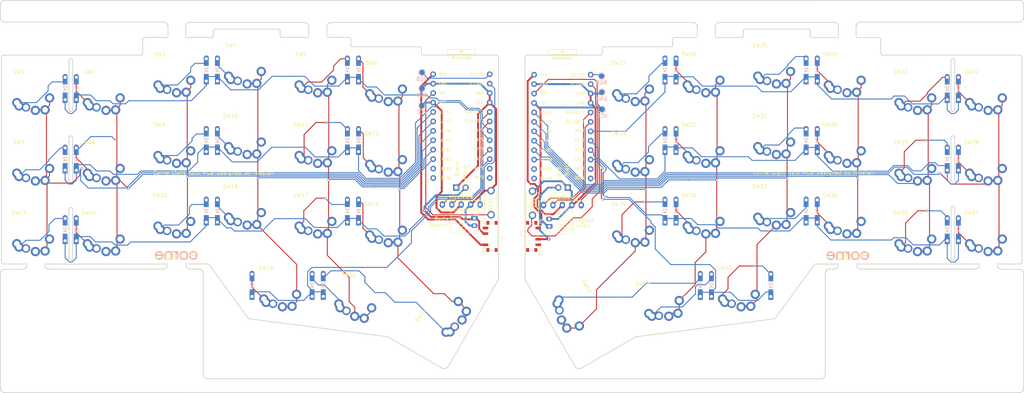
<source format=kicad_pcb>
(kicad_pcb (version 20211014) (generator pcbnew)
  (title_block (title "Corne Light") (date "2020-11-12") (rev "2.0") (company "foostan"))
  (layers (0 "F.Cu" signal) (31 "B.Cu" signal) (34 "B.Paste" user) (35 "F.Paste" user) (36 "B.SilkS" user "B.Silkscreen") (37 "F.SilkS" user "F.Silkscreen") (38 "B.Mask" user) (39 "F.Mask" user) (44 "Edge.Cuts" user))
  (net 0 "")
  (net 1 "row0")
  (net 2 "Net-(D1-Pad2)")
  (net 3 "row1")
  (net 4 "Net-(D2-Pad2)")
  (net 5 "row2")
  (net 6 "Net-(D3-Pad2)")
  (net 7 "row3")
  (net 8 "Net-(D4-Pad2)")
  (net 9 "Net-(D5-Pad2)")
  (net 10 "Net-(D6-Pad2)")
  (net 11 "Net-(D7-Pad2)")
  (net 12 "Net-(D8-Pad2)")
  (net 13 "Net-(D9-Pad2)")
  (net 14 "Net-(D10-Pad2)")
  (net 15 "Net-(D11-Pad2)")
  (net 16 "Net-(D12-Pad2)")
  (net 17 "Net-(D13-Pad2)")
  (net 18 "Net-(D14-Pad2)")
  (net 19 "Net-(D15-Pad2)")
  (net 20 "Net-(D16-Pad2)")
  (net 21 "Net-(D17-Pad2)")
  (net 22 "Net-(D18-Pad2)")
  (net 23 "Net-(D19-Pad2)")
  (net 24 "Net-(D20-Pad2)")
  (net 25 "Net-(D21-Pad2)")
  (net 26 "GND")
  (net 27 "VCC")
  (net 28 "col0")
  (net 29 "col1")
  (net 30 "col2")
  (net 31 "col3")
  (net 32 "col4")
  (net 33 "col5")
  (net 34 "reset")
  (net 35 "SCL")
  (net 36 "SDA")
  (net 37 "Net-(BATJ1-Pad2)")
  (net 38 "+BATT")
  (net 41 "Net-(D22-Pad2)")
  (net 42 "row0_r")
  (net 43 "Net-(D23-Pad2)")
  (net 44 "Net-(D24-Pad2)")
  (net 45 "Net-(D25-Pad2)")
  (net 46 "Net-(D26-Pad2)")
  (net 47 "Net-(D27-Pad2)")
  (net 48 "row1_r")
  (net 49 "Net-(D28-Pad2)")
  (net 50 "Net-(D29-Pad2)")
  (net 51 "Net-(D30-Pad2)")
  (net 52 "Net-(D31-Pad2)")
  (net 53 "Net-(D32-Pad2)")
  (net 54 "Net-(D33-Pad2)")
  (net 55 "row2_r")
  (net 56 "Net-(D34-Pad2)")
  (net 57 "Net-(D35-Pad2)")
  (net 58 "Net-(D36-Pad2)")
  (net 59 "Net-(D37-Pad2)")
  (net 60 "Net-(D38-Pad2)")
  (net 61 "Net-(D39-Pad2)")
  (net 62 "Net-(D40-Pad2)")
  (net 63 "row3_r")
  (net 64 "Net-(D41-Pad2)")
  (net 65 "Net-(D42-Pad2)")
  (net 66 "SDA_r")
  (net 67 "SCL_r")
  (net 68 "reset_r")
  (net 69 "col0_r")
  (net 70 "col1_r")
  (net 71 "col2_r")
  (net 72 "col3_r")
  (net 73 "col4_r")
  (net 74 "col5_r")
  (net 77 "CS")
  (net 78 "RGB")
  (net 80 "VDD")
  (net 81 "GNDA")
  (net 85 "CS_r")
  (net 86 "RGB_r")
  (net 87 "+BATTA")
  (net 88 "Net-(BATJ3-Pad2)")
  (footprint "kbd:ResetSW_1side" (layer "F.Cu") (at 156.0125 76.817432 -90)
    (fp_text reference "RSW2" hide)
    (fp_text value "SW_PUSH")
  )
  (footprint "gateron-ks27:gateron-ks27-choc-v1-mx" (layer "F.Cu") (at 278.684847 45.920432)
    (fp_text reference "SW22")
    (fp_text value "SW_PUSH")
  )
  (footprint "gateron-ks27:gateron-ks27-choc-v1-mx" (layer "F.Cu") (at 259.684847 45.920432)
    (fp_text reference "SW23")
    (fp_text value "SW_PUSH")
  )
  (footprint "gateron-ks27:gateron-ks27-choc-v1-mx" (layer "F.Cu") (at 240.684847 41.170432)
    (fp_text reference "SW24")
    (fp_text value "SW_PUSH")
  )
  (footprint "gateron-ks27:gateron-ks27-choc-v1-mx" (layer "F.Cu") (at 221.684847 38.795432)
    (fp_text reference "SW25")
    (fp_text value "SW_PUSH")
  )
  (footprint "gateron-ks27:gateron-ks27-choc-v1-mx" (layer "F.Cu") (at 202.684847 41.170432)
    (fp_text reference "SW26")
    (fp_text value "SW_PUSH")
  )
  (footprint "gateron-ks27:gateron-ks27-choc-v1-mx" (layer "F.Cu") (at 183.684847 43.545432)
    (fp_text reference "SW27")
    (fp_text value "SW_PUSH")
  )
  (footprint "gateron-ks27:gateron-ks27-choc-v1-mx" (layer "F.Cu") (at 278.684847 64.920432)
    (fp_text reference "SW28")
    (fp_text value "SW_PUSH")
  )
  (footprint "gateron-ks27:gateron-ks27-choc-v1-mx" (layer "F.Cu") (at 259.684847 64.920432)
    (fp_text reference "SW29")
    (fp_text value "SW_PUSH")
  )
  (footprint "gateron-ks27:gateron-ks27-choc-v1-mx" (layer "F.Cu") (at 240.684847 60.170432)
    (fp_text reference "SW30")
    (fp_text value "SW_PUSH")
  )
  (footprint "gateron-ks27:gateron-ks27-choc-v1-mx" (layer "F.Cu") (at 221.684847 57.795432)
    (fp_text reference "SW31")
    (fp_text value "SW_PUSH")
  )
  (footprint "gateron-ks27:gateron-ks27-choc-v1-mx" (layer "F.Cu") (at 202.684847 60.170432)
    (fp_text reference "SW32")
    (fp_text value "SW_PUSH")
  )
  (footprint "gateron-ks27:gateron-ks27-choc-v1-mx" (layer "F.Cu") (at 183.684847 62.545432)
    (fp_text reference "SW33")
    (fp_text value "SW_PUSH")
  )
  (footprint "gateron-ks27:gateron-ks27-choc-v1-mx" (layer "F.Cu") (at 278.684847 83.920432)
    (fp_text reference "SW34")
    (fp_text value "SW_PUSH")
  )
  (footprint "gateron-ks27:gateron-ks27-choc-v1-mx" (layer "F.Cu") (at 259.684847 83.920432)
    (fp_text reference "SW35")
    (fp_text value "SW_PUSH")
  )
  (footprint "gateron-ks27:gateron-ks27-choc-v1-mx" (layer "F.Cu") (at 240.684847 79.170432)
    (fp_text reference "SW36")
    (fp_text value "SW_PUSH")
  )
  (footprint "gateron-ks27:gateron-ks27-choc-v1-mx" (layer "F.Cu") (at 221.684847 76.795432)
    (fp_text reference "SW37")
    (fp_text value "SW_PUSH")
  )
  (footprint "gateron-ks27:gateron-ks27-choc-v1-mx" (layer "F.Cu") (at 202.684847 79.170432)
    (fp_text reference "SW38")
    (fp_text value "SW_PUSH")
  )
  (footprint "gateron-ks27:gateron-ks27-choc-v1-mx" (layer "F.Cu") (at 212.184847 98.795432)
    (fp_text reference "SW40")
    (fp_text value "SW_PUSH")
  )
  (footprint "gateron-ks27:gateron-ks27-choc-v1-mx" (layer "F.Cu") (at 191.184847 101.545432 15)
    (fp_text reference "SW41")
    (fp_text value "SW_PUSH")
  )
  (footprint "gateron-ks27:gateron-ks27-choc-v1-mx" (layer "F.Cu") (at 183.684847 81.545432)
    (fp_text reference "SW39")
    (fp_text value "SW_PUSH")
  )
  (footprint "kbd:ProMicro_v3" (layer "F.Cu") (at 136.8925 56.56)
    (fp_text reference "U1" hide)
    (fp_text value "ProMicro" hide)
  )
  (footprint "kbd:ProMicro_v3" (layer "F.Cu") (at 164.062847 56.686432)
    (fp_text reference "U2" hide)
    (fp_text value "ProMicro" hide)
  )
  (footprint "gateron-ks27:gateron-ks27-choc-v1-mx" (layer "F.Cu") (at 117.1875 43.545)
    (fp_text reference "SW6")
    (fp_text value "SW_PUSH")
  )
  (footprint "gateron-ks27:gateron-ks27-choc-v1-mx" (layer "F.Cu") (at 98.1875 41.17)
    (fp_text reference "SW5")
    (fp_text value "SW_PUSH")
  )
  (footprint "gateron-ks27:gateron-ks27-choc-v1-mx" (layer "F.Cu") (at 79.1875 38.795)
    (fp_text reference "SW4")
    (fp_text value "SW_PUSH")
  )
  (footprint "gateron-ks27:gateron-ks27-choc-v1-mx" (layer "F.Cu") (at 60.1875 41.17)
    (fp_text reference "SW3")
    (fp_text value "SW_PUSH")
  )
  (footprint "gateron-ks27:gateron-ks27-choc-v1-mx" (layer "F.Cu") (at 41.1875 45.92)
    (fp_text reference "SW2")
    (fp_text value "SW_PUSH")
  )
  (footprint "gateron-ks27:gateron-ks27-choc-v1-mx" (layer "F.Cu") (at 117.1875 81.545)
    (fp_text reference "SW18")
    (fp_text value "SW_PUSH")
  )
  (footprint "gateron-ks27:gateron-ks27-choc-v1-mx-1.5u" (layer "F.Cu") (at 131.9375 105.295 60)
    (fp_text reference "SW21")
    (fp_text value "SW_PUSH")
  )
  (footprint "gateron-ks27:gateron-ks27-choc-v1-mx" (layer "F.Cu") (at 22.1875 83.92)
    (fp_text reference "SW13")
    (fp_text value "SW_PUSH")
  )
  (footprint "gateron-ks27:gateron-ks27-choc-v1-mx" (layer "F.Cu") (at 109.6875 101.545 -15)
    (fp_text reference "SW20")
    (fp_text value "SW_PUSH")
  )
  (footprint "gateron-ks27:gateron-ks27-choc-v1-mx" (layer "F.Cu") (at 88.6875 98.795)
    (fp_text reference "SW19")
    (fp_text value "SW_PUSH")
  )
  (footprint "gateron-ks27:gateron-ks27-choc-v1-mx" (layer "F.Cu") (at 98.1875 79.17)
    (fp_text reference "SW17")
    (fp_text value "SW_PUSH")
  )
  (footprint "gateron-ks27:gateron-ks27-choc-v1-mx" (layer "F.Cu") (at 79.1875 76.795)
    (fp_text reference "SW16")
    (fp_text value "SW_PUSH")
  )
  (footprint "gateron-ks27:gateron-ks27-choc-v1-mx" (layer "F.Cu") (at 60.1875 79.17)
    (fp_text reference "SW15")
    (fp_text value "SW_PUSH")
  )
  (footprint "gateron-ks27:gateron-ks27-choc-v1-mx" (layer "F.Cu") (at 41.1875 83.92)
    (fp_text reference "SW14")
    (fp_text value "SW_PUSH")
  )
  (footprint "gateron-ks27:gateron-ks27-choc-v1-mx" (layer "F.Cu") (at 117.1875 62.545)
    (fp_text reference "SW12")
    (fp_text value "SW_PUSH")
  )
  (footprint "gateron-ks27:gateron-ks27-choc-v1-mx" (layer "F.Cu") (at 98.1875 60.17)
    (fp_text reference "SW11")
    (fp_text value "SW_PUSH")
  )
  (footprint "gateron-ks27:gateron-ks27-choc-v1-mx" (layer "F.Cu") (at 79.1875 57.795)
    (fp_text reference "SW10")
    (fp_text value "SW_PUSH")
  )
  (footprint "gateron-ks27:gateron-ks27-choc-v1-mx" (layer "F.Cu") (at 60.1875 60.17)
    (fp_text reference "SW9")
    (fp_text value "SW_PUSH")
  )
  (footprint "gateron-ks27:gateron-ks27-choc-v1-mx" (layer "F.Cu") (at 41.1875 64.92)
    (fp_text reference "SW8")
    (fp_text value "SW_PUSH")
  )
  (footprint "gateron-ks27:gateron-ks27-choc-v1-mx" (layer "F.Cu") (at 22.1875 64.92)
    (fp_text reference "SW7")
    (fp_text value "SW_PUSH")
  )
  (footprint "gateron-ks27:gateron-ks27-choc-v1-mx" (layer "F.Cu") (at 22.1875 45.92)
    (fp_text reference "SW1")
    (fp_text value "SW_PUSH")
  )
  (footprint "kbd:thread_m2" (layer "F.Cu") (at 156.330847 93.085432)
    (fp_text reference "Ref**" hide)
    (fp_text value "Val**" hide)
  )
  (footprint "kbd:thread_m2" (layer "F.Cu") (at 170.889847 84.542432)
    (fp_text reference "Ref**" hide)
    (fp_text value "Val**" hide)
  )
  (footprint "gateron-ks27:gateron-ks27-choc-v1-mx-1.5u" (layer "F.Cu") (at 168.934847 105.295432 -60)
    (fp_text reference "SW42")
    (fp_text value "SW_PUSH")
  )
  (footprint "nice_view:nice_view_1side" (layer "F.Cu") (at 131.7585 77.168)
    (fp_text reference "J2")
    (fp_text value "OLED" hide)
  )
  (footprint "kbd:ResetSW_1side" (layer "F.Cu") (at 144.8625 76.671 -90)
    (fp_text reference "RSW1" hide)
    (fp_text value "SW_PUSH")
  )
  (footprint "kbd:Breakaway_Tabs" (layer "F.Cu") (at 22.19625 93.38)
    (fp_text reference "J5")
    (fp_text value "Breakaway_Tabs")
  )
  (footprint "kbd:Breakaway_Tabs" (layer "F.Cu") (at 60.1845 93.38)
    (fp_text reference "J5")
    (fp_text value "Breakaway_Tabs")
  )
  (footprint "kbd:Breakaway_Tabs" (layer "F.Cu") (at 60.2875 31.97)
    (fp_text reference "J5")
    (fp_text value "Breakaway_Tabs")
  )
  (footprint "kbd:Breakaway_Tabs" (layer "F.Cu") (at 98.2575 31.97)
    (fp_text reference "J5")
    (fp_text value "Breakaway_Tabs")
  )
  (footprint "kbd:Breakaway_Tabs" (layer "F.Cu") (at 202.7775 31.98)
    (fp_text reference "J5")
    (fp_text value "Breakaway_Tabs")
  )
  (footprint "kbd:Breakaway_Tabs" (layer "F.Cu") (at 240.7975 31.97)
    (fp_text reference "J5")
    (fp_text value "Breakaway_Tabs")
  )
  (footprint "kbd:Breakaway_Tabs" (layer "F.Cu") (at 278.8275 93.39)
    (fp_text reference "J5")
    (fp_text value "Breakaway_Tabs")
  )
  (footprint "kbd:Breakaway_Tabs" (layer "F.Cu") (at 240.8275 93.39)
    (fp_text reference "J5")
    (fp_text value "Breakaway_Tabs")
  )
  (footprint "nice_view:nice_view_1side" (layer "F.Cu") (at 158.9875 77.31)
    (fp_text reference "J7")
    (fp_text value "OLED" hide)
  )
  (footprint "kbd:corne-logo-horizontal" (layer "F.Cu") (at 60.2175 90.93)
    (fp_text reference "G***" hide)
    (fp_text value "LOGO" hide)
  )
  (footprint "kbd:corne-logo-horizontal" (layer "F.Cu") (at 240.9975 91.01)
    (fp_text reference "G***" hide)
    (fp_text value "LOGO" hide)
  )
  (footprint "Button_Switch_SMD:SW_SPDT_PCM12" (layer "F.Cu") (at 156.1325 85.745 -90)
    (fp_text reference "PSW2" hide)
    (fp_text value "SW_SPST")
  )
  (footprint "Connector_JST:JST_PH_S2B-PH-K_1x02_P2.00mm_Horizontal" (layer "F.Cu") (at 160.5375 83.045 90)
    (fp_text reference "BATJ4" hide)
    (fp_text value "Conn_01x02_Female")
  )
  (footprint "Connector_PinHeader_2.54mm:PinHeader_1x02_P2.54mm_Vertical" (layer "F.Cu") (at 165.5125 72.595 -90)
    (fp_text reference "BATJ3")
    (fp_text value "Conn_01x02_Female")
  )
  (footprint "Connector_PinHeader_2.54mm:PinHeader_1x02_P2.54mm_Vertical" (layer "F.Cu") (at 135.4725 72.595 90)
    (fp_text reference "BATJ1")
    (fp_text value "Conn_01x02_Female")
  )
  (footprint "Button_Switch_SMD:SW_SPDT_PCM12" (layer "F.Cu") (at 144.7875 85.745 90)
    (fp_text reference "PSW1" hide)
    (fp_text value "SW_SPST")
  )
  (footprint "Connector_JST:JST_PH_S2B-PH-K_1x02_P2.00mm_Horizontal" (layer "F.Cu") (at 140.3875 80.845 -90)
    (fp_text reference "BATJ2" hide)
    (fp_text value "Conn_01x02_Female")
  )
  (footprint "kbd:D3_TH_SMD_v2" (layer "B.Cu") (at 270.684847 83.920432 90)
    (fp_text reference "D34" hide)
    (fp_text value "D" hide)
  )
  (footprint "kbd:D3_TH_SMD_v2" (layer "B.Cu") (at 232.684847 78.920432 90)
    (fp_text reference "D36" hide)
    (fp_text value "D" hide)
  )
  (footprint "kbd:D3_TH_SMD_v2" (layer "B.Cu") (at 229.684847 78.915432 90)
    (fp_text reference "D37" hide)
    (fp_text value "D" hide)
  )
  (footprint "kbd:D3_TH_SMD_v2" (layer "B.Cu") (at 194.684847 78.920432 90)
    (fp_text reference "D38" hide)
    (fp_text value "D" hide)
  )
  (footprint "kbd:D3_TH_SMD_v2" (layer "B.Cu") (at 191.684847 78.920432 90)
    (fp_text reference "D39" hide)
    (fp_text value "D" hide)
  )
  (footprint "kbd:D3_TH_SMD_v2" (layer "B.Cu") (at 220.184847 98.930432 90)
    (fp_text reference "D40" hide)
    (fp_text value "D" hide)
  )
  (footprint "kbd:D3_TH_SMD_v2" (layer "B.Cu") (at 204.194847 98.915432 90)
    (fp_text reference "D41" hide)
    (fp_text value "D" hide)
  )
  (footprint "kbd:D3_TH_SMD_v2" (layer "B.Cu") (at 201.194847 98.915432 90)
    (fp_text reference "D42" hide)
    (fp_text value "D" hide)
  )
  (footprint "kbd:D3_TH_SMD_v2" (layer "B.Cu") (at 270.684847 45.920432 90)
    (fp_text reference "D22" hide)
    (fp_text value "D" hide)
  )
  (footprint "kbd:D3_TH_SMD_v2" (layer "B.Cu") (at 267.684847 45.920432 90)
    (fp_text reference "D23" hide)
    (fp_text value "D" hide)
  )
  (footprint "kbd:D3_TH_SMD_v2" (layer "B.Cu") (at 232.684847 40.920432 90)
    (fp_text reference "D24" hide)
    (fp_text value "D" hide)
  )
  (footprint "kbd:D3_TH_SMD_v2" (layer "B.Cu") (at 229.684847 40.915432 90)
    (fp_text reference "D25" hide)
    (fp_text value "D" hide)
  )
  (footprint "kbd:D3_TH_SMD_v2" (layer "B.Cu") (at 194.684847 40.920432 90)
    (fp_text reference "D26" hide)
    (fp_text value "D" hide)
  )
  (footprint "kbd:D3_TH_SMD_v2" (layer "B.Cu") (at 191.684847 40.920432 90)
    (fp_text reference "D27" hide)
    (fp_text value "D" hide)
  )
  (footprint "kbd:D3_TH_SMD_v2" (layer "B.Cu") (at 270.684847 64.920432 90)
    (fp_text reference "D28" hide)
    (fp_text value "D" hide)
  )
  (footprint "kbd:D3_TH_SMD_v2" (layer "B.Cu") (at 267.684847 64.920432 90)
    (fp_text reference "D29" hide)
    (fp_text value "D" hide)
  )
  (footprint "kbd:D3_TH_SMD_v2" (layer "B.Cu") (at 232.684847 59.920432 90)
    (fp_text reference "D30" hide)
    (fp_text value "D" hide)
  )
  (footprint "kbd:D3_TH_SMD_v2" (layer "B.Cu") (at 229.684847 59.915432 90)
    (fp_text reference "D31" hide)
    (fp_text value "D" hide)
  )
  (footprint "kbd:D3_TH_SMD_v2" (layer "B.Cu") (at 194.684847 59.920432 90)
    (fp_text reference "D32" hide)
    (fp_text value "D" hide)
  )
  (footprint "kbd:D3_TH_SMD_v2" (layer "B.Cu") (at 33.1875 83.92 90)
    (fp_text reference "D14" hide)
    (fp_text value "D" hide)
  )
  (footprint "kbd:D3_TH_SMD_v2" (layer "B.Cu") (at 33.1875 64.92 90)
    (fp_text reference "D8" hide)
    (fp_text value "D" hide)
  )
  (footprint "kbd:D3_TH_SMD_v2" (layer "B.Cu") (at 33.1875 45.92 90)
    (fp_text reference "D2" hide)
    (fp_text value "D" hide)
  )
  (footprint "kbd:D3_TH_SMD_v2" (layer "B.Cu") (at 191.684847 59.920432 90)
    (fp_text reference "D33" hide)
    (fp_text value "D" hide)
  )
  (footprint "kbd:D3_TH_SMD_v2" (layer "B.Cu") (at 99.6875 98.905 90)
    (fp_text reference "D21" hide)
    (fp_text value "D" hide)
  )
  (footprint "kbd:D3_TH_SMD_v2" (layer "B.Cu") (at 96.6875 98.905 90)
    (fp_text reference "D20" hide)
    (fp_text value "D" hide)
  )
  (footprint "kbd:D3_TH_SMD_v2" (layer "B.Cu") (at 80.5075 98.91 90)
    (fp_text reference "D19" hide)
    (fp_text value "D" hide)
  )
  (footprint "kbd:D3_TH_SMD_v2" (layer "B.Cu") (at 109.1875 78.92 90)
    (fp_text reference "D18" hide)
    (fp_text value "D" hide)
  )
  (footprint "kbd:D3_TH_SMD_v2" (layer "B.Cu") (at 106.1875 78.92 90)
    (fp_text reference "D17" hide)
    (fp_text value "D" hide)
  )
  (footprint "kbd:D3_TH_SMD_v2" (layer "B.Cu") (at 71.1875 78.915 90)
    (fp_text reference "D16" hide)
    (fp_text value "D" hide)
  )
  (footprint "kbd:D3_TH_SMD_v2" (layer "B.Cu") (at 68.1875 78.92 90)
    (fp_text reference "D15" hide)
    (fp_text value "D" hide)
  )
  (footprint "kbd:D3_TH_SMD_v2" (layer "B.Cu") (at 30.1875 83.916875 90)
    (fp_text reference "D13" hide)
    (fp_text value "D" hide)
  )
  (footprint "kbd:D3_TH_SMD_v2" (layer "B.Cu") (at 109.1875 59.92 90)
    (fp_text reference "D12" hide)
    (fp_text value "D" hide)
  )
  (footprint "kbd:D3_TH_SMD_v2" (layer "B.Cu") (at 106.1875 59.92 90)
    (fp_text reference "D11" hide)
    (fp_text value "D" hide)
  )
  (footprint "kbd:D3_TH_SMD_v2" (layer "B.Cu") (at 71.1875 59.915 90)
    (fp_text reference "D10" hide)
    (fp_text value "D" hide)
  )
  (footprint "kbd:D3_TH_SMD_v2" (layer "B.Cu") (at 68.1875 59.92 90)
    (fp_text reference "D9" hide)
    (fp_text value "D" hide)
  )
  (footprint "kbd:D3_TH_SMD_v2" (layer "B.Cu") (at 30.1875 64.916875 90)
    (fp_text reference "D7" hide)
    (fp_text value "D" hide)
  )
  (footprint "kbd:D3_TH_SMD_v2" (layer "B.Cu") (at 109.1875 40.92 90)
    (fp_text reference "D6" hide)
    (fp_text value "D" hide)
  )
  (footprint "kbd:D3_TH_SMD_v2" (layer "B.Cu") (at 106.1875 40.92 90)
    (fp_text reference "D5" hide)
    (fp_text value "D" hide)
  )
  (footprint "kbd:D3_TH_SMD_v2" (layer "B.Cu") (at 71.1875 40.915 90)
    (fp_text reference "D4" hide)
    (fp_text value "D" hide)
  )
  (footprint "kbd:D3_TH_SMD_v2" (layer "B.Cu") (at 68.1875 40.92 90)
    (fp_text reference "D3" hide)
    (fp_text value "D" hide)
  )
  (footprint "kbd:D3_TH_SMD_v2" (layer "B.Cu") (at 30.1875 45.916875 90)
    (fp_text reference "D1" hide)
    (fp_text value "D" hide)
  )
  (footprint "kbd:D3_TH_SMD_v2" (layer "B.Cu") (at 267.684847 83.920432 90)
    (fp_text reference "D35" hide)
    (fp_text value "D" hide)
  )
  (footprint "kbd:spacer_m2" (layer "B.Cu") (at 31.6955 74.4205 180)
    (fp_text reference "Ref**" hide)
    (fp_text value "Val**" hide)
  )
  (footprint "kbd:spacer_m2" (layer "B.Cu") (at 107.6505 51.9305 180)
    (fp_text reference "Ref**" hide)
    (fp_text value "Val**" hide)
  )
  (footprint "kbd:spacer_m2" (layer "B.Cu") (at 31.6955 55.4205 180)
    (fp_text reference "Ref**" hide)
    (fp_text value "Val**" hide)
  )
  (footprint "kbd:spacer_m2" (layer "B.Cu") (at 74.8395 91.6855 180)
    (fp_text reference "Ref**" hide)
    (fp_text value "Val**" hide)
  )
  (footprint "kbd:spacer_m2" (layer "B.Cu") (at 121.4055 99.3 180)
    (fp_text reference "Ref**" hide)
    (fp_text value "Val**" hide)
  )
  (footprint "kbd:thread_m2" (layer "B.Cu") (at 129.9445 84.419 180)
    (fp_text reference "Ref**" hide)
    (fp_text value "Val**" hide)
  )
  (footprint "kbd:thread_m2" (layer "B.Cu") (at 144.3765 92.94 180)
    (fp_text reference "Ref**" hide)
    (fp_text value "Val**" hide)
  )
  (footprint "kbd:spacer_m2" (layer "B.Cu") (at 193.235847 51.936932 180)
    (fp_text reference "Ref**" hide)
    (fp_text value "Val**" hide)
  )
  (footprint "kbd:spacer_m2" (layer "B.Cu") (at 179.485847 99.446932 180)
    (fp_text reference "Ref**" hide)
    (fp_text value "Val**" hide)
  )
  (footprint "kbd:spacer_m2" (layer "B.Cu") (at 226.055847 91.696932 180)
    (fp_text reference "Ref**" hide)
    (fp_text value "Val**" hide)
  )
  (footprint "kbd:spacer_m2" (layer "B.Cu") (at 269.195847 55.426932 180)
    (fp_text reference "Ref**" hide)
    (fp_text value "Val**" hide)
  )
  (footprint "kbd:spacer_m2" (layer "B.Cu") (at 269.195847 74.426932 180)
    (fp_text reference "Ref**" hide)
    (fp_text value "Val**" hide)
  )
  (footprint "kbd:corne-logo-horizontal" (layer "B.Cu") (at 59.9875 90.93 180)
    (fp_text reference "G***" hide)
    (fp_text value "LOGO" hide)
  )
  (footprint "kbd:corne-logo-horizontal" (layer "B.Cu") (at 240.7675 91.01 180)
    (fp_text reference "G***" hide)
    (fp_text value "LOGO" hide)
  )
  (footprint "kbd:spacer_m2" (layer "B.Cu") (at 50.7125 74.445 180)
    (fp_text reference "Ref**" hide)
    (fp_text value "Val**" hide)
  )
  (footprint "kbd:spacer_m2" (layer "B.Cu") (at 50.7125 55.445 180)
    (fp_text reference "Ref**" hide)
    (fp_text value "Val**" hide)
  )
  (footprint "kbd:spacer_m2" (layer "B.Cu") (at 250.2125 74.426932 180)
    (fp_text reference "Ref**" hide)
    (fp_text value "Val**" hide)
  )
  (footprint "kbd:spacer_m2" (layer "B.Cu") (at 250.2125 55.426932 180)
    (fp_text reference "Ref**" hide)
    (fp_text value "Val**" hide)
  )
  (footprint "TestPoint:TestPoint_Pad_D1.5mm" (layer "B.Cu") (at 126.2375 50.545 180)
    (fp_text reference "TP2")
    (fp_text value "VCC")
  )
  (footprint "TestPoint:TestPoint_Pad_D1.5mm" (layer "B.Cu") (at 174.7625 51.545 180)
    (fp_text reference "TP5")
    (fp_text value "VCC")
  )
  (footprint "TestPoint:TestPoint_Pad_D1.5mm" (layer "B.Cu") (at 174.6125 42.595 180)
    (fp_text reference "TP4")
    (fp_text value "RGB")
  )
  (footprint "TestPoint:TestPoint_Pad_D1.5mm" (layer "B.Cu") (at 174.6875 46.92 180)
    (fp_text reference "TP6")
    (fp_text value "GND")
  )
  (footprint "TestPoint:TestPoint_Pad_D1.5mm" (layer "B.Cu") (at 126.2625 41.595 180)
    (fp_text reference "TP1")
    (fp_text value "RGB")
  )
  (footprint "TestPoint:TestPoint_Pad_D1.5mm" (layer "B.Cu") (at 126.2625 45.92 180)
    (fp_text reference "TP3")
    (fp_text value "GND")
  )
  (gr_line (start 31.1975 51.66) (end 31.1975 38.41) (layer "Edge.Cuts") (width 0.2))
  (gr_line (start 32.1975 59.16) (end 32.1975 70.66) (layer "Edge.Cuts") (width 0.2))
  (gr_line (start 31.47875 37.94125) (end 31.6975 37.91) (layer "Edge.Cuts") (width 0.2))
  (gr_line (start 31.885 37.94125) (end 31.6975 37.91) (layer "Edge.Cuts") (width 0.2))
  (gr_line (start 31.22875 38.2225) (end 31.3225 38.035) (layer "Edge.Cuts") (width 0.2))
  (gr_line (start 31.22875 38.2225) (end 31.1975 38.41) (layer "Edge.Cuts") (width 0.2))
  (gr_line (start 32.16625 38.2225) (end 32.0725 38.035) (layer "Edge.Cuts") (width 0.2))
  (gr_line (start 32.1975 38.41) (end 32.16625 38.2225) (layer "Edge.Cuts") (width 0.2))
  (gr_line (start 31.51 52.12875) (end 31.6975 52.16) (layer "Edge.Cuts") (width 0.2))
  (gr_line (start 31.22875 51.8475) (end 31.3225 52.035) (layer "Edge.Cuts") (width 0.2))
  (gr_line (start 31.1975 51.66) (end 31.22875 51.8475) (layer "Edge.Cuts") (width 0.2))
  (gr_line (start 32.16625 51.8475) (end 32.1975 51.66) (layer "Edge.Cuts") (width 0.2))
  (gr_line (start 31.91625 52.12875) (end 32.0725 52.035) (layer "Edge.Cuts") (width 0.2))
  (gr_line (start 32.16625 51.8475) (end 32.0725 52.035) (layer "Edge.Cuts") (width 0.2))
  (gr_line (start 31.91625 52.12875) (end 31.6975 52.16) (layer "Edge.Cuts") (width 0.2))
  (gr_line (start 31.3225 52.035) (end 31.51 52.12875) (layer "Edge.Cuts") (width 0.2))
  (gr_line (start 31.885 58.69125) (end 31.6975 58.66) (layer "Edge.Cuts") (width 0.2))
  (gr_line (start 32.16625 58.9725) (end 32.0725 58.785) (layer "Edge.Cuts") (width 0.2))
  (gr_line (start 32.1975 59.16) (end 32.16625 58.9725) (layer "Edge.Cuts") (width 0.2))
  (gr_line (start 31.22875 58.9725) (end 31.1975 59.16) (layer "Edge.Cuts") (width 0.2))
  (gr_line (start 31.47875 58.69125) (end 31.3225 58.785) (layer "Edge.Cuts") (width 0.2))
  (gr_line (start 31.22875 58.9725) (end 31.3225 58.785) (layer "Edge.Cuts") (width 0.2))
  (gr_line (start 31.47875 58.69125) (end 31.6975 58.66) (layer "Edge.Cuts") (width 0.2))
  (gr_line (start 32.0725 58.785) (end 31.885 58.69125) (layer "Edge.Cuts") (width 0.2))
  (gr_line (start 31.51 71.12875) (end 31.6975 71.16) (layer "Edge.Cuts") (width 0.2))
  (gr_line (start 32.16625 70.8475) (end 32.1975 70.66) (layer "Edge.Cuts") (width 0.2))
  (gr_line (start 32.16625 70.8475) (end 32.0725 71.035) (layer "Edge.Cuts") (width 0.2))
  (gr_line (start 31.22875 70.8475) (end 31.3225 71.035) (layer "Edge.Cuts") (width 0.2))
  (gr_line (start 31.91625 71.12875) (end 32.0725 71.035) (layer "Edge.Cuts") (width 0.2))
  (gr_line (start 31.3225 71.035) (end 31.51 71.12875) (layer "Edge.Cuts") (width 0.2))
  (gr_line (start 31.91625 71.12875) (end 31.6975 71.16) (layer "Edge.Cuts") (width 0.2))
  (gr_line (start 31.1975 70.66) (end 31.22875 70.8475) (layer "Edge.Cuts") (width 0.2))
  (gr_line (start 31.47875 77.94125) (end 31.3225 78.035) (layer "Edge.Cuts") (width 0.2))
  (gr_line (start 31.22875 78.2225) (end 31.3225 78.035) (layer "Edge.Cuts") (width 0.2))
  (gr_line (start 32.16625 78.2225) (end 32.0725 78.035) (layer "Edge.Cuts") (width 0.2))
  (gr_line (start 31.885 77.94125) (end 31.6975 77.91) (layer "Edge.Cuts") (width 0.2))
  (gr_line (start 32.0725 78.035) (end 31.885 77.94125) (layer "Edge.Cuts") (width 0.2))
  (gr_line (start 31.22875 78.2225) (end 31.1975 78.41) (layer "Edge.Cuts") (width 0.2))
  (gr_line (start 32.1975 78.41) (end 32.16625 78.2225) (layer "Edge.Cuts") (width 0.2))
  (gr_line (start 31.47875 77.94125) (end 31.6975 77.91) (layer "Edge.Cuts") (width 0.2))
  (gr_line (start 32.16625 91.8475) (end 32.1975 91.66) (layer "Edge.Cuts") (width 0.2))
  (gr_line (start 31.91625 92.12875) (end 32.0725 92.035) (layer "Edge.Cuts") (width 0.2))
  (gr_line (start 31.91625 92.12875) (end 31.6975 92.16) (layer "Edge.Cuts") (width 0.2))
  (gr_line (start 32.16625 91.8475) (end 32.0725 92.035) (layer "Edge.Cuts") (width 0.2))
  (gr_line (start 31.1975 91.66) (end 31.22875 91.8475) (layer "Edge.Cuts") (width 0.2))
  (gr_line (start 31.22875 91.8475) (end 31.3225 92.035) (layer "Edge.Cuts") (width 0.2))
  (gr_line (start 31.51 92.12875) (end 31.6975 92.16) (layer "Edge.Cuts") (width 0.2))
  (gr_line (start 31.3225 92.035) (end 31.51 92.12875) (layer "Edge.Cuts") (width 0.2))
  (gr_line (start 269.385 37.94125) (end 269.1975 37.91) (layer "Edge.Cuts") (width 0.2))
  (gr_line (start 269.66625 38.2225) (end 269.5725 38.035) (layer "Edge.Cuts") (width 0.2))
  (gr_line (start 269.6975 38.41) (end 269.66625 38.2225) (layer "Edge.Cuts") (width 0.2))
  (gr_line (start 268.72875 38.2225) (end 268.6975 38.41) (layer "Edge.Cuts") (width 0.2))
  (gr_line (start 268.97875 37.94125) (end 268.8225 38.035) (layer "Edge.Cuts") (width 0.2))
  (gr_line (start 268.72875 38.2225) (end 268.8225 38.035) (layer "Edge.Cuts") (width 0.2))
  (gr_line (start 268.97875 37.94125) (end 269.1975 37.91) (layer "Edge.Cuts") (width 0.2))
  (gr_line (start 269.5725 38.035) (end 269.385 37.94125) (layer "Edge.Cuts") (width 0.2))
  (gr_line (start 269.66625 51.8475) (end 269.5725 52.035) (layer "Edge.Cuts") (width 0.2))
  (gr_line (start 269.41625 52.12875) (end 269.5725 52.035) (layer "Edge.Cuts") (width 0.2))
  (gr_line (start 268.72875 51.8475) (end 268.8225 52.035) (layer "Edge.Cuts") (width 0.2))
  (gr_line (start 269.01 52.12875) (end 269.1975 52.16) (layer "Edge.Cuts") (width 0.2))
  (gr_line (start 269.41625 52.12875) (end 269.1975 52.16) (layer "Edge.Cuts") (width 0.2))
  (gr_line (start 269.66625 51.8475) (end 269.6975 51.66) (layer "Edge.Cuts") (width 0.2))
  (gr_line (start 268.8225 52.035) (end 269.01 52.12875) (layer "Edge.Cuts") (width 0.2))
  (gr_line (start 268.6975 51.66) (end 268.72875 51.8475) (layer "Edge.Cuts") (width 0.2))
  (gr_line (start 268.97875 58.69125) (end 269.1975 58.66) (layer "Edge.Cuts") (width 0.2))
  (gr_line (start 268.72875 58.9725) (end 268.6975 59.16) (layer "Edge.Cuts") (width 0.2))
  (gr_line (start 269.5725 58.785) (end 269.385 58.69125) (layer "Edge.Cuts") (width 0.2))
  (gr_line (start 269.66625 58.9725) (end 269.5725 58.785) (layer "Edge.Cuts") (width 0.2))
  (gr_line (start 269.385 58.69125) (end 269.1975 58.66) (layer "Edge.Cuts") (width 0.2))
  (gr_line (start 268.97875 58.69125) (end 268.8225 58.785) (layer "Edge.Cuts") (width 0.2))
  (gr_line (start 268.72875 58.9725) (end 268.8225 58.785) (layer "Edge.Cuts") (width 0.2))
  (gr_line (start 269.6975 59.16) (end 269.66625 58.9725) (layer "Edge.Cuts") (width 0.2))
  (gr_line (start 269.41625 71.12875) (end 269.1975 71.16) (layer "Edge.Cuts") (width 0.2))
  (gr_line (start 269.66625 70.8475) (end 269.6975 70.66) (layer "Edge.Cuts") (width 0.2))
  (gr_line (start 268.6975 70.66) (end 268.72875 70.8475) (layer "Edge.Cuts") (width 0.2))
  (gr_line (start 269.41625 71.12875) (end 269.5725 71.035) (layer "Edge.Cuts") (width 0.2))
  (gr_line (start 269.01 71.12875) (end 269.1975 71.16) (layer "Edge.Cuts") (width 0.2))
  (gr_line (start 269.66625 70.8475) (end 269.5725 71.035) (layer "Edge.Cuts") (width 0.2))
  (gr_line (start 268.8225 71.035) (end 269.01 71.12875) (layer "Edge.Cuts") (width 0.2))
  (gr_line (start 268.72875 70.8475) (end 268.8225 71.035) (layer "Edge.Cuts") (width 0.2))
  (gr_line (start 269.66625 77.9725) (end 269.5725 77.785) (layer "Edge.Cuts") (width 0.2))
  (gr_line (start 268.72875 77.9725) (end 268.8225 77.785) (layer "Edge.Cuts") (width 0.2))
  (gr_line (start 269.5725 77.785) (end 269.385 77.69125) (layer "Edge.Cuts") (width 0.2))
  (gr_line (start 268.72875 77.9725) (end 268.6975 78.16) (layer "Edge.Cuts") (width 0.2))
  (gr_line (start 268.97875 77.69125) (end 268.8225 77.785) (layer "Edge.Cuts") (width 0.2))
  (gr_line (start 269.385 77.69125) (end 269.1975 77.66) (layer "Edge.Cuts") (width 0.2))
  (gr_line (start 269.6975 78.16) (end 269.66625 77.9725) (layer "Edge.Cuts") (width 0.2))
  (gr_line (start 268.97875 77.69125) (end 269.1975 77.66) (layer "Edge.Cuts") (width 0.2))
  (gr_line (start 268.6975 91.66) (end 268.72875 91.8475) (layer "Edge.Cuts") (width 0.2))
  (gr_line (start 269.41625 92.12875) (end 269.1975 92.16) (layer "Edge.Cuts") (width 0.2))
  (gr_line (start 269.01 92.12875) (end 269.1975 92.16) (layer "Edge.Cuts") (width 0.2))
  (gr_line (start 269.66625 91.8475) (end 269.5725 92.035) (layer "Edge.Cuts") (width 0.2))
  (gr_line (start 268.8225 92.035) (end 269.01 92.12875) (layer "Edge.Cuts") (width 0.2))
  (gr_line (start 268.72875 91.8475) (end 268.8225 92.035) (layer "Edge.Cuts") (width 0.2))
  (gr_line (start 269.66625 91.8475) (end 269.6975 91.66) (layer "Edge.Cuts") (width 0.2))
  (gr_line (start 269.41625 92.12875) (end 269.5725 92.035) (layer "Edge.Cuts") (width 0.2))
  (gr_line (start 287.761114 27.841367) (end 287.933833 27.699127) (layer "Edge.Cuts") (width 0.2))
  (gr_line (start 19.674538 94.092121) (end 19.671998 94.094661) (layer "Edge.Cuts") (width 0.2))
  (gr_line (start 57.853241 29.027545) (end 57.855781 29.027545) (layer "Edge.Cuts") (width 0.2))
  (gr_line (start 237.248183 28.136006) (end 206.377054 28.136006) (layer "Edge.Cuts") (width 0.2))
  (gr_line (start 57.782121 28.798946) (end 57.782121 28.798946) (layer "Edge.Cuts") (width 0.2))
  (gr_line (start 13.283905 37.031077) (end 13.184845 37.132677) (layer "Edge.Cuts") (width 0.2))
  (gr_line (start 57.784661 28.801486) (end 57.787201 28.806566) (layer "Edge.Cuts") (width 0.2))
  (gr_line (start 95.445203 28.473826) (end 95.272484 28.334126) (layer "Edge.Cuts") (width 0.2))
  (gr_line (start 62.630976 93.406322) (end 62.630976 93.411402) (layer "Edge.Cuts") (width 0.2))
  (gr_line (start 243.161298 29.037705) (end 243.161298 29.037705) (layer "Edge.Cuts") (width 0.2))
  (gr_line (start 234.804706 123.167472) (end 234.825026 122.943953) (layer "Edge.Cuts") (width 0.2))
  (gr_line (start 12.946085 22.715652) (end 12.841945 22.911231) (layer "Edge.Cuts") (width 0.2))
  (gr_line (start 18.653459 94.643301) (end 18.650919 94.643301) (layer "Edge.Cuts") (width 0.2))
  (gr_line (start 88.185891 31.981562) (end 88.284951 32.080622) (layer "Edge.Cuts") (width 0.2))
  (gr_line (start 18.645839 94.643301) (end 13.893504 94.643301) (layer "Edge.Cuts") (width 0.2))
  (gr_line (start 57.279201 94.348661) (end 57.449381 94.208961) (layer "Edge.Cuts") (width 0.2))
  (gr_line (start 18.892219 94.617901) (end 18.887139 94.617901) (layer "Edge.Cuts") (width 0.2))
  (gr_line (start 79.481319 107.782708) (end 79.595619 107.869068) (layer "Edge.Cuts") (width 0.2))
  (gr_line (start 234.825026 95.768519) (end 234.825026 95.768519) (layer "Edge.Cuts") (width 0.2))
  (gr_line (start 107.113952 34.35138) (end 107.185072 34.48092) (layer "Edge.Cuts") (width 0.2))
  (gr_line (start 19.875198 93.180262) (end 19.880278 93.408862) (layer "Edge.Cuts") (width 0.2))
  (gr_line (start 66.616232 94.638221) (end 66.618772 94.638221) (layer "Edge.Cuts") (width 0.2))
  (gr_line (start 19.857418 93.642542) (end 19.857418 93.642542) (layer "Edge.Cuts") (width 0.2))
  (gr_line (start 231.274109 32.184762) (end 238.386102 32.184762) (layer "Edge.Cuts") (width 0.2))
  (gr_line (start 287.756034 94.82618) (end 287.557914 94.72204) (layer "Edge.Cuts") (width 0.2))
  (gr_line (start 94.863544 28.166486) (end 94.640024 28.143626) (layer "Edge.Cuts") (width 0.2))
  (gr_line (start 249.673851 32.387962) (end 249.744971 32.520042) (layer "Edge.Cuts") (width 0.2))
  (gr_line (start 169.40485 121.097374) (end 169.277851 121.173574) (layer "Edge.Cuts") (width 0.2))
  (gr_line (start 67.281711 95.29862) (end 67.284251 95.30116) (layer "Edge.Cuts") (width 0.2))
  (gr_line (start 205.935094 28.224906) (end 205.739515 28.329046) (layer "Edge.Cuts") (width 0.2))
  (gr_line (start 243.161298 29.037705) (end 243.161298 29.037705) (layer "Edge.Cuts") (width 0.2))
  (gr_line (start 101.769797 28.143626) (end 101.762177 28.143626) (layer "Edge.Cuts") (width 0.2))
  (gr_line (start 13.184845 37.132677) (end 13.113725 37.262217) (layer "Edge.Cuts") (width 0.2))
  (gr_line (start 234.847886 95.53484) (end 234.850426 95.5323) (layer "Edge.Cuts") (width 0.2))
  (gr_line (start 19.128439 94.544241) (end 19.128439 94.544241) (layer "Edge.Cuts") (width 0.2))
  (gr_line (start 236.051845 94.534081) (end 236.051845 94.534081) (layer "Edge.Cuts") (width 0.2))
  (gr_line (start 237.685063 28.222366) (end 237.471703 28.156326) (layer "Edge.Cuts") (width 0.2))
  (gr_line (start 288.238633 95.545) (end 288.172593 95.33164) (layer "Edge.Cuts") (width 0.2))
  (gr_line (start 243.161298 29.037705) (end 243.161298 29.032625) (layer "Edge.Cuts") (width 0.2))
  (gr_line (start 243.240037 93.396162) (end 243.240037 93.403782) (layer "Edge.Cuts") (width 0.2))
  (gr_line (start 221.114119 107.930027) (end 221.022679 107.937647) (layer "Edge.Cuts") (width 0.2))
  (gr_line (start 70.113808 30.261984) (end 70.085868 30.429624) (layer "Edge.Cuts") (width 0.2))
  (gr_line (start 230.87279 31.986642) (end 230.80167 31.854563) (layer "Edge.Cuts") (width 0.2))
  (gr_line (start 281.35016 94.089581) (end 281.34762 94.084501) (layer "Edge.Cuts") (width 0.2))
  (gr_line (start 234.494826 123.749132) (end 234.637066 123.576412) (layer "Edge.Cuts") (width 0.2))
  (gr_line (start 287.273434 36.937098) (end 287.443614 36.967578) (layer "Edge.Cuts") (width 0.2))
  (gr_line (start 50.886027 36.830418) (end 50.985087 36.728818) (layer "Edge.Cuts") (width 0.2))
  (gr_line (start 95.272484 28.334126) (end 95.076904 28.229986) (layer "Edge.Cuts") (width 0.2))
  (gr_line (start 235.376205 94.7449) (end 235.579405 94.633141) (layer "Edge.Cuts") (width 0.2))
  (gr_line (start 169.277851 121.173574) (end 169.140691 121.237074) (layer "Edge.Cuts") (width 0.2))
  (gr_line (start 282.140099 94.612821) (end 282.140099 94.612821) (layer "Edge.Cuts") (width 0.2))
  (gr_line (start 12.778445 126.886029) (end 12.844485 127.096849) (layer "Edge.Cuts") (width 0.2))
  (gr_line (start 146.735373 97.500798) (end 146.783633 97.343318) (layer "Edge.Cuts") (width 0.2))
  (gr_line (start 174.274026 36.937098) (end 174.274026 36.937098) (layer "Edge.Cuts") (width 0.2))
  (gr_line (start 276.300645 93.830501) (end 276.366685 93.617142) (layer "Edge.Cuts") (width 0.2))
  (gr_line (start 287.926213 94.96588) (end 287.756034 94.82618) (layer "Edge.Cuts") (width 0.2))
  (gr_line (start 57.512881 28.400166) (end 57.512881 28.400166) (layer "Edge.Cuts") (width 0.2))
  (gr_line (start 63.768895 28.143626) (end 63.763815 28.143626) (layer "Edge.Cuts") (width 0.2))
  (gr_line (start 125.584814 34.67904) (end 107.583851 34.67904) (layer "Edge.Cuts") (width 0.2))
  (gr_line (start 24.718973 93.848281) (end 24.825653 94.041321) (layer "Edge.Cuts") (width 0.2))
  (gr_line (start 200.38774 29.266305) (end 200.36488 29.042785) (layer "Edge.Cuts") (width 0.2))
  (gr_line (start 234.847886 95.53738) (end 234.847886 95.53484) (layer "Edge.Cuts") (width 0.2))
  (gr_line (start 244.129037 28.059806) (end 244.131577 28.059806) (layer "Edge.Cuts") (width 0.2))
  (gr_line (start 276.387005 93.396162) (end 276.394625 93.185342) (layer "Edge.Cuts") (width 0.2))
  (gr_line (start 63.326935 28.232526) (end 63.131355 28.339206) (layer "Edge.Cuts") (width 0.2))
  (gr_line (start 19.524678 94.275001) (end 19.524678 94.275001) (layer "Edge.Cuts") (width 0.2))
  (gr_line (start 95.785563 32.179682) (end 95.780483 29.281545) (layer "Edge.Cuts") (width 0.2))
  (gr_line (start 194.273966 32.184762) (end 200.39536 32.184762) (layer "Edge.Cuts") (width 0.2))
  (gr_line (start 235.371125 94.74744) (end 235.376205 94.7449) (layer "Edge.Cuts") (width 0.2))
  (gr_line (start 244.362716 28.034406) (end 244.365256 28.034406) (layer "Edge.Cuts") (width 0.2))
  (gr_line (start 13.258505 94.83888) (end 13.085785 94.98112) (layer "Edge.Cuts") (width 0.2))
  (gr_line (start 234.825026 95.768519) (end 234.847886 95.53738) (layer "Edge.Cuts") (width 0.2))
  (gr_line (start 199.68416 28.222366) (end 199.470801 28.156326) (layer "Edge.Cuts") (width 0.2))
  (gr_line (start 95.780483 29.276465) (end 95.757623 29.052945) (layer "Edge.Cuts") (width 0.2))
  (gr_line (start 18.897299 94.617901) (end 18.892219 94.617901) (layer "Edge.Cuts") (width 0.2))
  (gr_line (start 116.664342 112.720463) (end 116.504323 112.700143) (layer "Edge.Cuts") (width 0.2))
  (gr_line (start 18.897299 94.617901) (end 18.897299 94.617901) (layer "Edge.Cuts") (width 0.2))
  (gr_line (start 231.274109 32.184762) (end 231.103929 32.156822) (layer "Edge.Cuts") (width 0.2))
  (gr_line (start 287.565534 27.945506) (end 287.761114 27.841367) (layer "Edge.Cuts") (width 0.2))
  (gr_line (start 238.388642 93.396162) (end 238.396262 93.187882) (layer "Edge.Cuts") (width 0.2))
  (gr_line (start 56.649282 28.044566) (end 56.877882 28.067426) (layer "Edge.Cuts") (width 0.2))
  (gr_line (start 184.019996 112.756023) (end 184.192716 112.728083) (layer "Edge.Cuts") (width 0.2))
  (gr_line (start 244.154437 94.513761) (end 244.377956 94.534081) (layer "Edge.Cuts") (width 0.2))
  (gr_line (start 19.334179 94.432481) (end 19.331639 94.435021) (layer "Edge.Cuts") (width 0.2))
  (gr_line (start 133.380066 120.716375) (end 133.382606 120.711295) (layer "Edge.Cuts") (width 0.2))
  (gr_line (start 24.655473 93.634922) (end 24.718973 93.848281) (layer "Edge.Cuts") (width 0.2))
  (gr_line (start 287.672214 92.987222) (end 287.570614 93.088822) (layer "Edge.Cuts") (width 0.2))
  (gr_line (start 237.250723 94.534081) (end 237.255803 94.534081) (layer "Edge.Cuts") (width 0.2))
  (gr_line (start 19.524678 94.275001) (end 19.524678 94.275001) (layer "Edge.Cuts") (width 0.2))
  (gr_line (start 57.665281 28.585586) (end 57.667821 28.585586) (layer "Edge.Cuts") (width 0.2))
  (gr_line (start 19.786298 93.883841) (end 19.677078 94.087041) (layer "Edge.Cuts") (width 0.2))
  (gr_line (start 19.786298 93.878761) (end 19.786298 93.883841) (layer "Edge.Cuts") (width 0.2))
  (gr_line (start 244.123957 28.062346) (end 244.129037 28.059806) (layer "Edge.Cuts") (width 0.2))
  (gr_line (start 243.684537 28.247766) (end 243.687077 28.245226) (layer "Edge.Cuts") (width 0.2))
  (gr_line (start 67.380771 95.771059) (end 67.380771 95.773599) (layer "Edge.Cuts") (width 0.2))
  (gr_line (start 234.129066 123.995512) (end 234.324646 123.888832) (layer "Edge.Cuts") (width 0.2))
  (gr_line (start 281.6956 94.429941) (end 281.69052 94.427401) (layer "Edge.Cuts") (width 0.2))
  (gr_line (start 12.755585 126.662509) (end 12.778445 126.886029) (layer "Edge.Cuts") (width 0.2))
  (gr_line (start 281.23586 93.876221) (end 281.23332 93.871141) (layer "Edge.Cuts") (width 0.2))
  (gr_line (start 281.908959 94.544241) (end 281.908959 94.544241) (layer "Edge.Cuts") (width 0.2))
  (gr_line (start 67.403631 123.185252) (end 67.469671 123.396072) (layer "Edge.Cuts") (width 0.2))
  (gr_line (start 244.362716 28.034406) (end 244.362716 28.034406) (layer "Edge.Cuts") (width 0.2))
  (gr_line (start 32.1975 78.41) (end 32.1975 91.66) (layer "Edge.Cuts") (width 0.2))
  (gr_line (start 169.140691 121.237074) (end 168.988291 121.287874) (layer "Edge.Cuts") (width 0.2))
  (gr_line (start 269.6975 51.66) (end 269.6975 38.41) (layer "Edge.Cuts") (width 0.2))
  (gr_line (start 68.67363 93.187882) (end 68.58473 93.16) (layer "Edge.Cuts") (width 0.2))
  (gr_line (start 276.366685 93.617142) (end 276.387005 93.396162) (layer "Edge.Cuts") (width 0.2))
  (gr_line (start 19.880278 93.411402) (end 19.880278 93.411402) (layer "Edge.Cuts") (width 0.2))
  (gr_line (start 50.583768 36.929478) (end 50.756488 36.901538) (layer "Edge.Cuts") (width 0.2))
  (gr_line (start 68.93779 93.327582) (end 68.82095 93.241222) (layer "Edge.Cuts") (width 0.2))
  (gr_line (start 146.834433 37.429857) (end 146.834433 96.906438) (layer "Edge.Cuts") (width 0.2))
  (gr_line (start 287.756034 22.387992) (end 287.557914 22.283852) (layer "Edge.Cuts") (width 0.2))
  (gr_line (start 287.441074 93.157402) (end 287.273434 93.187882) (layer "Edge.Cuts") (width 0.2))
  (gr_line (start 281.16474 93.645082) (end 281.1622 93.642542) (layer "Edge.Cuts") (width 0.2))
  (gr_line (start 19.857418 93.642542) (end 19.857418 93.642542) (layer "Edge.Cuts") (width 0.2))
  (gr_line (start 212.442568 32.159362) (end 212.272388 32.187302) (layer "Edge.Cuts") (width 0.2))
  (gr_line (start 13.896044 127.792808) (end 287.126114 127.785188) (layer "Edge.Cuts") (width 0.2))
  (gr_line (start 12.951165 27.541647) (end 13.093405 27.714367) (layer "Edge.Cuts") (width 0.2))
  (gr_line (start 67.355371 95.53738) (end 67.380771 95.768519) (layer "Edge.Cuts") (width 0.2))
  (gr_line (start 57.881181 29.271385) (end 57.881181 29.273925) (layer "Edge.Cuts") (width 0.2))
  (gr_line (start 24.635153 93.185342) (end 57.787201 93.185342) (layer "Edge.Cuts") (width 0.2))
  (gr_line (start 154.022626 37.434937) (end 154.053106 37.267297) (layer "Edge.Cuts") (width 0.2))
  (gr_line (start 154.042946 97.188378) (end 154.025166 97.005498) (layer "Edge.Cuts") (width 0.2))
  (gr_line (start 88.41703 32.151742) (end 88.58467 32.179682) (layer "Edge.Cuts") (width 0.2))
  (gr_line (start 146.732833 37.130137) (end 146.633773 37.028537) (layer "Edge.Cuts") (width 0.2))
  (gr_line (start 67.355371 95.5323) (end 67.355371 95.53738) (layer "Edge.Cuts") (width 0.2))
  (gr_line (start 70.283988 30.030844) (end 70.184928 30.132444) (layer "Edge.Cuts") (width 0.2))
  (gr_line (start 56.880422 28.067426) (end 56.882962 28.067426) (layer "Edge.Cuts") (width 0.2))
  (gr_line (start 126.085193 35.179419) (end 126.085193 36.429098) (layer "Edge.Cuts") (width 0.2))
  (gr_line (start 132.734907 121.231994) (end 132.879686 121.165954) (layer "Edge.Cuts") (width 0.2))
  (gr_line (start 287.570614 93.088822) (end 287.441074 93.157402) (layer "Edge.Cuts") (width 0.2))
  (gr_line (start 13.085785 37.429857) (end 13.085785 37.429857) (layer "Edge.Cuts") (width 0.2))
  (gr_line (start 281.23586 93.881301) (end 281.23586 93.876221) (layer "Edge.Cuts") (width 0.2))
  (gr_line (start 200.39536 32.184762) (end 200.38774 29.273925) (layer "Edge.Cuts") (width 0.2))
  (gr_line (start 12.841945 95.34688) (end 12.778445 95.56024) (layer "Edge.Cuts") (width 0.2))
  (gr_line (start 133.004146 121.092294) (end 133.126066 120.998315) (layer "Edge.Cuts") (width 0.2))
  (gr_line (start 13.454084 22.296552) (end 13.258505 22.400692) (layer "Edge.Cuts") (width 0.2))
  (gr_line (start 288.238633 23.106811) (end 288.172593 22.893451) (layer "Edge.Cuts") (width 0.2))
  (gr_line (start 281.898799 94.539161) (end 281.6956 94.429941) (layer "Edge.Cuts") (width 0.2))
  (gr_line (start 100.819838 28.651626) (end 100.715698 28.847206) (layer "Edge.Cuts") (width 0.2))
  (gr_line (start 154.075966 97.353478) (end 154.042946 97.188378) (layer "Edge.Cuts") (width 0.2))
  (gr_line (start 236.051845 94.534081) (end 236.054385 94.534081) (layer "Edge.Cuts") (width 0.2))
  (gr_line (start 238.388642 29.273925) (end 238.388642 29.266305) (layer "Edge.Cuts") (width 0.2))
  (gr_line (start 67.469671 123.396072) (end 67.576351 123.591652) (layer "Edge.Cuts") (width 0.2))
  (gr_line (start 18.650919 94.643301) (end 18.645839 94.643301) (layer "Edge.Cuts") (width 0.2))
  (gr_line (start 24.825653 94.041321) (end 24.967893 94.214041) (layer "Edge.Cuts") (width 0.2))
  (gr_line (start 13.286445 93.081202) (end 13.415984 93.149782) (layer "Edge.Cuts") (width 0.2))
  (gr_line (start 66.824512 94.74744) (end 66.824512 94.74998) (layer "Edge.Cuts") (width 0.2))
  (gr_line (start 19.517058 94.282621) (end 19.339259 94.429941) (layer "Edge.Cuts") (width 0.2))
  (gr_line (start 57.324921 28.247766) (end 57.324921 28.247766) (layer "Edge.Cuts") (width 0.2))
  (gr_line (start 13.184845 92.979602) (end 13.286445 93.081202) (layer "Edge.Cuts") (width 0.2))
  (gr_line (start 244.367796 28.034406) (end 244.372876 28.034406) (layer "Edge.Cuts") (width 0.2))
  (gr_line (start 237.471703 28.156326) (end 237.248183 28.136006) (layer "Edge.Cuts") (width 0.2))
  (gr_line (start 205.739515 28.329046) (end 205.569335 28.471286) (layer "Edge.Cuts") (width 0.2))
  (gr_line (start 235.810545 94.562021) (end 235.815625 94.559481) (layer "Edge.Cuts") (width 0.2))
  (gr_line (start 68.58473 93.16) (end 62.625896 93.16) (layer "Edge.Cuts") (width 0.2))
  (gr_line (start 125.752454 34.70952) (end 125.584814 34.67904) (layer "Edge.Cuts") (width 0.2))
  (gr_line (start 126.085193 35.179419) (end 126.054713 35.009239) (layer "Edge.Cuts") (width 0.2))
  (gr_line (start 94.640024 28.143626) (end 63.768895 28.143626) (layer "Edge.Cuts") (width 0.2))
  (gr_line (start 244.365256 28.034406) (end 244.367796 28.034406) (layer "Edge.Cuts") (width 0.2))
  (gr_line (start 70.184928 30.132444) (end 70.113808 30.261984) (layer "Edge.Cuts") (width 0.2))
  (gr_line (start 62.653836 29.060565) (end 62.630976 29.284085) (layer "Edge.Cuts") (width 0.2))
  (gr_line (start 12.844485 27.348607) (end 12.951165 27.541647) (layer "Edge.Cuts") (width 0.2))
  (gr_line (start 199.470801 28.156326) (end 199.249821 28.136006) (layer "Edge.Cuts") (width 0.2))
  (gr_line (start 63.131355 28.339206) (end 62.961176 28.481446) (layer "Edge.Cuts") (width 0.2))
  (gr_line (start 146.501693 36.959958) (end 146.334053 36.929478) (layer "Edge.Cuts") (width 0.2))
  (gr_line (start 106.753272 32.210162) (end 106.585632 32.179682) (layer "Edge.Cuts") (width 0.2))
  (gr_line (start 19.857418 93.642542) (end 19.857418 93.642542) (layer "Edge.Cuts") (width 0.2))
  (gr_line (start 31.1975 91.66) (end 31.1975 78.41) (layer "Edge.Cuts") (width 0.2))
  (gr_line (start 238.299742 28.831966) (end 238.193062 28.636386) (layer "Edge.Cuts") (width 0.2))
  (gr_line (start 234.921546 95.29608) (end 235.030766 95.09288) (layer "Edge.Cuts") (width 0.2))
  (gr_line (start 184.192716 112.728083) (end 184.352736 112.707763) (layer "Edge.Cuts") (width 0.2))
  (gr_line (start 288.172593 22.893451) (end 288.068453 22.700412) (layer "Edge.Cuts") (width 0.2))
  (gr_line (start 193.743106 34.359) (end 193.671986 34.48854) (layer "Edge.Cuts") (width 0.2))
  (gr_line (start 235.030766 95.09034) (end 235.033306 95.0878) (layer "Edge.Cuts") (width 0.2))
  (gr_line (start 69.986809 31.979022) (end 70.055389 31.849483) (layer "Edge.Cuts") (width 0.2))
  (gr_line (start 235.818165 94.559481) (end 236.049305 94.534081) (layer "Edge.Cuts") (width 0.2))
  (gr_line (start 243.681997 28.250306) (end 243.684537 28.247766) (layer "Edge.Cuts") (width 0.2))
  (gr_line (start 212.742288 31.857103) (end 212.673708 31.989182) (layer "Edge.Cuts") (width 0.2))
  (gr_line (start 57.667821 28.585586) (end 57.670361 28.590666) (layer "Edge.Cuts") (width 0.2))
  (gr_line (start 12.841945 22.911231) (end 12.778445 23.122051) (layer "Edge.Cuts") (width 0.2))
  (gr_line (start 174.771865 35.187039) (end 174.771865 36.436718) (layer "Edge.Cuts") (width 0.2))
  (gr_line (start 275.691045 94.445181) (end 275.886625 94.341041) (layer "Edge.Cuts") (width 0.2))
  (gr_line (start 243.163838 29.027545) (end 243.229877 28.806566) (layer "Edge.Cuts") (width 0.2))
  (gr_line (start 243.146058 32.187302) (end 243.138438 29.271385) (layer "Edge.Cuts") (width 0.2))
  (gr_line (start 66.611152 94.635681) (end 66.611152 94.635681) (layer "Edge.Cuts") (width 0.2))
  (gr_line (start 205.429635 28.644006) (end 205.325495 28.839586) (layer "Edge.Cuts") (width 0.2))
  (gr_line (start 238.388642 29.266305) (end 238.365782 29.042785) (layer "Edge.Cuts") (width 0.2))
  (gr_line (start 57.111561 28.136006) (end 57.114101 28.138546) (layer "Edge.Cuts") (width 0.2))
  (gr_line (start 13.672524 28.021706) (end 13.896044 28.044566) (layer "Edge.Cuts") (width 0.2))
  (gr_line (start 238.193062 28.636386) (end 238.050823 28.466206) (layer "Edge.Cuts") (width 0.2))
  (gr_line (start 67.169951 95.09034) (end 67.172491 95.09288) (layer "Edge.Cuts") (width 0.2))
  (gr_line (start 13.459164 127.708988) (end 13.672524 127.772488) (layer "Edge.Cuts") (width 0.2))
  (gr_line (start 281.23586 93.881301) (end 281.23586 93.881301) (layer "Edge.Cuts") (width 0.2))
  (gr_line (start 168.444731 121.323434) (end 168.277092 121.290414) (layer "Edge.Cuts") (width 0.2))
  (gr_line (start 281.13934 93.401242) (end 281.1368 93.401242) (layer "Edge.Cuts") (width 0.2))
  (gr_line (start 174.873465 34.88732) (end 174.975065 34.78572) (layer "Edge.Cuts") (width 0.2))
  (gr_line (start 95.587443 28.646546) (end 95.445203 28.473826) (layer "Edge.Cuts") (width 0.2))
  (gr_line (start 88.58467 32.179682) (end 88.58467 32.179682) (layer "Edge.Cuts") (width 0.2))
  (gr_line (start 126.054713 35.009239) (end 125.983593 34.8797) (layer "Edge.Cuts") (width 0.2))
  (gr_line (start 57.324921 28.247766) (end 57.324921 28.247766) (layer "Edge.Cuts") (width 0.2))
  (gr_line (start 167.857992 121.102454) (end 167.741152 121.016095) (layer "Edge.Cuts") (width 0.2))
  (gr_line (start 66.385092 94.567101) (end 66.387632 94.569641) (layer "Edge.Cuts") (width 0.2))
  (gr_line (start 13.896044 28.044566) (end 56.646742 28.044566) (layer "Edge.Cuts") (width 0.2))
  (gr_line (start 57.332541 28.252846) (end 57.512881 28.400166) (layer "Edge.Cuts") (width 0.2))
  (gr_line (start 281.68798 94.424861) (end 281.50764 94.280081) (layer "Edge.Cuts") (width 0.2))
  (gr_line (start 168.988291 121.287874) (end 168.820651 121.320894) (layer "Edge.Cuts") (width 0.2))
  (gr_line (start 205.569335 28.471286) (end 205.429635 28.644006) (layer "Edge.Cuts") (width 0.2))
  (gr_line (start 66.611152 94.635681) (end 66.616232 94.638221) (layer "Edge.Cuts") (width 0.2))
  (gr_line (start 174.771865 36.436718) (end 174.743925 36.609438) (layer "Edge.Cuts") (width 0.2))
  (gr_line (start 117.159642 112.829683) (end 131.454748 121.092294) (layer "Edge.Cuts") (width 0.2))
  (gr_line (start 213.273147 29.936864) (end 213.273147 29.936864) (layer "Edge.Cuts") (width 0.2))
  (gr_line (start 243.679457 28.250306) (end 243.681997 28.250306) (layer "Edge.Cuts") (width 0.2))
  (gr_line (start 232.272328 93.187882) (end 238.396262 93.187882) (layer "Edge.Cuts") (width 0.2))
  (gr_line (start 288.073533 127.277188) (end 288.177673 127.081609) (layer "Edge.Cuts") (width 0.2))
  (gr_line (start 66.380012 94.567101) (end 66.385092 94.567101) (layer "Edge.Cuts") (width 0.2))
  (gr_line (start 243.748037 94.346121) (end 243.943617 94.450261) (layer "Edge.Cuts") (width 0.2))
  (gr_line (start 57.449381 94.208961) (end 57.591621 94.036241) (layer "Edge.Cuts") (width 0.2))
  (gr_line (start 131.871307 121.280254) (end 132.038947 121.315814) (layer "Edge.Cuts") (width 0.2))
  (gr_line (start 230.67213 30.137524) (end 230.74325 30.267064) (layer "Edge.Cuts") (width 0.2))
  (gr_line (start 12.778445 95.56024) (end 12.755585 95.783759) (layer "Edge.Cuts") (width 0.2))
  (gr_line (start 146.834433 96.990258) (end 146.834433 96.906438) (layer "Edge.Cuts") (width 0.2))
  (gr_line (start 62.717336 28.847206) (end 62.653836 29.060565) (layer "Edge.Cuts") (width 0.2))
  (gr_line (start 13.113725 92.850062) (end 13.184845 92.979602) (layer "Edge.Cuts") (width 0.2))
  (gr_line (start 194.106326 32.215242) (end 194.273966 32.184762) (layer "Edge.Cuts") (width 0.2))
  (gr_line (start 243.341637 28.590666) (end 243.346717 28.588126) (layer "Edge.Cuts") (width 0.2))
  (gr_line (start 243.687077 28.245226) (end 243.892817 28.133466) (layer "Edge.Cuts") (width 0.2))
  (gr_line (start 67.281711 95.29862) (end 67.281711 95.29862) (layer "Edge.Cuts") (width 0.2))
  (gr_line (start 287.674754 37.137757) (end 287.743334 37.269837) (layer "Edge.Cuts") (width 0.2))
  (gr_line (start 88.084291 30.429624) (end 88.056351 30.259444) (layer "Edge.Cuts") (width 0.2))
  (gr_line (start 237.692683 94.445181) (end 237.885723 94.341041) (layer "Edge.Cuts") (width 0.2))
  (gr_line (start 79.595619 107.869068) (end 79.745479 107.922407) (layer "Edge.Cuts") (width 0.2))
  (gr_line (start 268.6975 78.16) (end 268.6975 91.66) (layer "Edge.Cuts") (width 0.2))
  (gr_line (start 243.346717 28.583046) (end 243.494037 28.405246) (layer "Edge.Cuts") (width 0.2))
  (gr_line (start 275.256706 94.534081) (end 275.480226 94.511221) (layer "Edge.Cuts") (width 0.2))
  (gr_line (start 193.440847 34.65872) (end 193.273207 34.68412) (layer "Edge.Cuts") (width 0.2))
  (gr_line (start 101.541197 28.166486) (end 101.327838 28.232526) (layer "Edge.Cuts") (width 0.2))
  (gr_line (start 193.671986 34.48854) (end 193.570387 34.5876) (layer "Edge.Cuts") (width 0.2))
  (gr_line (start 57.327461 28.250306) (end 57.332541 28.252846) (layer "Edge.Cuts") (width 0.2))
  (gr_line (start 212.973427 30.035924) (end 213.102967 29.967344) (layer "Edge.Cuts") (width 0.2))
  (gr_line (start 68.93779 93.327582) (end 79.481319 107.782708) (layer "Edge.Cuts") (width 0.2))
  (gr_line (start 234.825026 95.771059) (end 234.825026 95.768519) (layer "Edge.Cuts") (width 0.2))
  (gr_line (start 50.985087 36.728818) (end 51.056207 36.599278) (layer "Edge.Cuts") (width 0.2))
  (gr_line (start 243.501657 28.397626) (end 243.679457 28.250306) (layer "Edge.Cuts") (width 0.2))
  (gr_line (start 67.284251 95.30116) (end 67.286791 95.30624) (layer "Edge.Cuts") (width 0.2))
  (gr_line (start 133.324186 120.792575) (end 133.380066 120.716375) (layer "Edge.Cuts") (width 0.2))
  (gr_line (start 63.771435 94.544241) (end 66.146332 94.544241) (layer "Edge.Cuts") (width 0.2))
  (gr_line (start 57.881181 29.268845) (end 57.881181 29.268845) (layer "Edge.Cuts") (width 0.2))
  (gr_line (start 234.847886 95.53738) (end 234.847886 95.53738) (layer "Edge.Cuts") (width 0.2))
  (gr_line (start 287.773814 37.437477) (end 287.773814 92.684963) (layer "Edge.Cuts") (width 0.2))
  (gr_line (start 212.772768 31.684383) (end 212.772768 30.434704) (layer "Edge.Cuts") (width 0.2))
  (gr_line (start 235.810545 94.562021) (end 235.810545 94.562021) (layer "Edge.Cuts") (width 0.2))
  (gr_line (start 13.459164 27.958206) (end 13.672524 28.021706) (layer "Edge.Cuts") (width 0.2))
  (gr_line (start 206.377054 28.136006) (end 206.369434 28.136006) (layer "Edge.Cuts") (width 0.2))
  (gr_line (start 132.038947 121.315814) (end 132.226907 121.328514) (layer "Edge.Cuts") (width 0.2))
  (gr_line (start 146.816653 97.175678) (end 146.834433 96.990258) (layer "Edge.Cuts") (width 0.2))
  (gr_line (start 66.148872 94.544241) (end 66.380012 94.567101) (layer "Edge.Cuts") (width 0.2))
  (gr_line (start 174.771865 35.187039) (end 174.802345 35.016859) (layer "Edge.Cuts") (width 0.2))
  (gr_line (start 193.570387 34.5876) (end 193.440847 34.65872) (layer "Edge.Cuts") (width 0.2))
  (gr_line (start 100.631878 29.284085) (end 100.636958 32.179682) (layer "Edge.Cuts") (width 0.2))
  (gr_line (start 243.346717 28.588126) (end 243.346717 28.583046) (layer "Edge.Cuts") (width 0.2))
  (gr_line (start 62.719876 93.848281) (end 62.826556 94.041321) (layer "Edge.Cuts") (width 0.2))
  (gr_line (start 70.413528 29.959724) (end 70.283988 30.030844) (layer "Edge.Cuts") (width 0.2))
  (gr_line (start 243.138438 29.268845) (end 243.161298 29.037705) (layer "Edge.Cuts") (width 0.2))
  (gr_line (start 13.415984 93.149782) (end 13.586164 93.180262) (layer "Edge.Cuts") (width 0.2))
  (gr_line (start 221.261439 107.876688) (end 221.114119 107.930027) (layer "Edge.Cuts") (width 0.2))
  (gr_line (start 287.354714 28.011546) (end 287.565534 27.945506) (layer "Edge.Cuts") (width 0.2))
  (gr_line (start 236.062005 94.534081) (end 237.250723 94.534081) (layer "Edge.Cuts") (width 0.2))
  (gr_line (start 243.494037 28.402706) (end 243.496577 28.400166) (layer "Edge.Cuts") (width 0.2))
  (gr_line (start 126.585573 36.929478) (end 126.585573 36.929478) (layer "Edge.Cuts") (width 0.2))
  (gr_line (start 281.50764 94.280081) (end 281.50764 94.277541) (layer "Edge.Cuts") (width 0.2))
  (gr_line (start 56.649282 94.544241) (end 56.872802 94.521381) (layer "Edge.Cuts") (width 0.2))
  (gr_line (start 212.772768 31.684383) (end 212.742288 31.857103) (layer "Edge.Cuts") (width 0.2))
  (gr_line (start 205.259455 29.052945) (end 205.239135 29.273925) (layer "Edge.Cuts") (width 0.2))
  (gr_line (start 287.131194 28.034406) (end 287.354714 28.011546) (layer "Edge.Cuts") (width 0.2))
  (gr_line (start 69.585489 32.179682) (end 62.636056 32.179682) (layer "Edge.Cuts") (width 0.2))
  (gr_line (start 50.756488 36.901538) (end 50.886027 36.830418) (layer "Edge.Cuts") (width 0.2))
  (gr_line (start 235.579405 94.633141) (end 235.579405 94.633141) (layer "Edge.Cuts") (width 0.2))
  (gr_line (start 24.630073 93.406322) (end 24.630073 93.411402) (layer "Edge.Cuts") (width 0.2))
  (gr_line (start 167.540492 120.807815) (end 167.479532 120.723995) (layer "Edge.Cuts") (width 0.2))
  (gr_line (start 132.879686 121.165954) (end 133.004146 121.092294) (layer "Edge.Cuts") (width 0.2))
  (gr_line (start 66.618772 94.638221) (end 66.824512 94.74744) (layer "Edge.Cuts") (width 0.2))
  (gr_line (start 126.184253 36.731358) (end 126.285853 36.830418) (layer "Edge.Cuts") (width 0.2))
  (gr_line (start 231.919269 93.332662) (end 221.375739 107.790328) (layer "Edge.Cuts") (width 0.2))
  (gr_line (start 24.967893 94.214041) (end 25.138073 94.353741) (layer "Edge.Cuts") (width 0.2))
  (gr_line (start 101.327838 28.232526) (end 101.132258 28.339206) (layer "Edge.Cuts") (width 0.2))
  (gr_line (start 146.676953 97.643038) (end 146.735373 97.500798) (layer "Edge.Cuts") (width 0.2))
  (gr_line (start 50.583768 36.929478) (end 13.6975 36.929478) (layer "Edge.Cuts") (width 0.2))
  (gr_line (start 235.589565 94.630601) (end 235.810545 94.562021) (layer "Edge.Cuts") (width 0.2))
  (gr_line (start 168.632691 121.336134) (end 168.444731 121.323434) (layer "Edge.Cuts") (width 0.2))
  (gr_line (start 51.414347 32.210162) (end 51.284807 32.281282) (layer "Edge.Cuts") (width 0.2))
  (gr_line (start 126.285853 36.830418) (end 126.415393 36.901538) (layer "Edge.Cuts") (width 0.2))
  (gr_line (start 19.857418 93.647622) (end 19.857418 93.652702) (layer "Edge.Cuts") (width 0.2))
  (gr_line (start 281.13934 93.406322) (end 281.13934 93.401242) (layer "Edge.Cuts") (width 0.2))
  (gr_line (start 24.630073 93.411402) (end 24.655473 93.634922) (layer "Edge.Cuts") (width 0.2))
  (gr_line (start 67.380771 95.778679) (end 67.380771 95.778679) (layer "Edge.Cuts") (width 0.2))
  (gr_line (start 125.884533 34.78064) (end 125.752454 34.70952) (layer "Edge.Cuts") (width 0.2))
  (gr_line (start 288.264033 23.330331) (end 288.238633 23.106811) (layer "Edge.Cuts") (width 0.2))
  (gr_line (start 235.180625 94.90492) (end 235.183165 94.90492) (layer "Edge.Cuts") (width 0.2))
  (gr_line (start 282.371239 94.635681) (end 282.371239 94.635681) (layer "Edge.Cuts") (width 0.2))
  (gr_line (start 117.159642 112.829683) (end 117.002162 112.786503) (layer "Edge.Cuts") (width 0.2))
  (gr_line (start 62.966256 94.214041) (end 63.138975 94.353741) (layer "Edge.Cuts") (width 0.2))
  (gr_line (start 154.355365 36.965038) (end 154.523005 36.934558) (layer "Edge.Cuts") (width 0.2))
  (gr_line (start 131.579208 121.165954) (end 131.718908 121.229454) (layer "Edge.Cuts") (width 0.2))
  (gr_line (start 174.571205 36.838038) (end 174.441665 36.909158) (layer "Edge.Cuts") (width 0.2))
  (gr_line (start 66.824512 94.74998) (end 66.829592 94.74998) (layer "Edge.Cuts") (width 0.2))
  (gr_line (start 243.892817 28.133466) (end 243.897897 28.130926) (layer "Edge.Cuts") (width 0.2))
  (gr_line (start 231.919269 93.332662) (end 232.033569 93.248842) (layer "Edge.Cuts") (width 0.2))
  (gr_line (start 154.022626 37.434937) (end 154.022626 96.908978) (layer "Edge.Cuts") (width 0.2))
  (gr_line (start 32.1975 38.41) (end 32.1975 51.66) (layer "Edge.Cuts") (width 0.2))
  (gr_line (start 244.377956 94.534081) (end 275.251626 94.534081) (layer "Edge.Cuts") (width 0.2))
  (gr_line (start 68.52123 124.094571) (end 233.687107 124.084411) (layer "Edge.Cuts") (width 0.2))
  (gr_line (start 57.782121 28.798946) (end 57.784661 28.801486) (layer "Edge.Cuts") (width 0.2))
  (gr_line (start 175.272245 34.68412) (end 193.273207 34.68412) (layer "Edge.Cuts") (width 0.2))
  (gr_line (start 235.183165 94.90492) (end 235.185705 94.89984) (layer "Edge.Cuts") (width 0.2))
  (gr_line (start 107.185072 34.48092) (end 107.286672 34.57998) (layer "Edge.Cuts") (width 0.2))
  (gr_line (start 67.380771 95.778679) (end 67.380771 122.956653) (layer "Edge.Cuts") (width 0.2))
  (gr_line (start 193.773586 32.685142) (end 193.804066 32.517502) (layer "Edge.Cuts") (width 0.2))
  (gr_line (start 243.240037 93.403782) (end 243.262897 93.627302) (layer "Edge.Cuts") (width 0.2))
  (gr_line (start 62.961176 28.481446) (end 62.821476 28.651626) (layer "Edge.Cuts") (width 0.2))
  (gr_line (start 174.743925 36.609438) (end 174.672805 36.738978) (layer "Edge.Cuts") (width 0.2))
  (gr_line (start 70.085868 30.429624) (end 70.083328 31.679303) (layer "Edge.Cuts") (width 0.2))
  (gr_line (start 235.185705 94.89984) (end 235.188245 94.8973) (layer "Edge.Cuts") (width 0.2))
  (gr_line (start 249.572251 32.288902) (end 249.673851 32.387962) (layer "Edge.Cuts") (width 0.2))
  (gr_line (start 69.585489 32.179682) (end 69.755669 32.151742) (layer "Edge.Cuts") (width 0.2))
  (gr_line (start 232.180888 93.195502) (end 232.272328 93.187882) (layer "Edge.Cuts") (width 0.2))
  (gr_line (start 70.085868 30.429624) (end 70.085868 30.429624) (layer "Edge.Cuts") (width 0.2))
  (gr_line (start 269.6975 70.66) (end 269.6975 59.16) (layer "Edge.Cuts") (width 0.2))
  (gr_line (start 57.881181 29.279005) (end 57.886261 32.179682) (layer "Edge.Cuts") (width 0.2))
  (gr_line (start 243.232417 28.801486) (end 243.234957 28.796406) (layer "Edge.Cuts") (width 0.2))
  (gr_line (start 133.230206 120.901795) (end 133.324186 120.792575) (layer "Edge.Cuts") (width 0.2))
  (gr_line (start 234.919006 95.30624) (end 234.919006 95.30116) (layer "Edge.Cuts") (width 0.2))
  (gr_line (start 66.824512 94.74744) (end 66.824512 94.74744) (layer "Edge.Cuts") (width 0.2))
  (gr_line (start 281.23586 93.881301) (end 281.23586 93.881301) (layer "Edge.Cuts") (width 0.2))
  (gr_line (start 249.272532 32.187302) (end 243.146058 32.187302) (layer "Edge.Cuts") (width 0.2))
  (gr_line (start 13.6975 36.929478) (end 13.413444 36.959958) (layer "Edge.Cuts") (width 0.2))
  (gr_line (start 233.915707 124.061552) (end 234.129066 123.995512) (layer "Edge.Cuts") (width 0.2))
  (gr_line (start 230.97185 32.085702) (end 230.87279 31.986642) (layer "Edge.Cuts") (width 0.2))
  (gr_line (start 56.888042 28.069966) (end 57.111561 28.136006) (layer "Edge.Cuts") (width 0.2))
  (gr_line (start 116.837062 112.748403) (end 116.664342 112.720463) (layer "Edge.Cuts") (width 0.2))
  (gr_line (start 19.524678 94.275001) (end 19.522138 94.280081) (layer "Edge.Cuts") (width 0.2))
  (gr_line (start 67.167411 95.08526) (end 67.167411 95.08526) (layer "Edge.Cuts") (width 0.2))
  (gr_line (start 287.273434 93.187882) (end 281.14696 93.187882) (layer "Edge.Cuts") (width 0.2))
  (gr_line (start 19.880278 93.411402) (end 19.857418 93.642542) (layer "Edge.Cuts") (width 0.2))
  (gr_line (start 13.413444 36.959958) (end 13.283905 37.031077) (layer "Edge.Cuts") (width 0.2))
  (gr_line (start 234.850426 95.52722) (end 234.919006 95.30624) (layer "Edge.Cuts") (width 0.2))
  (gr_line (start 288.172593 95.33164) (end 288.068453 95.13606) (layer "Edge.Cuts") (width 0.2))
  (gr_line (start 287.773814 92.684963) (end 287.743334 92.857682) (layer "Edge.Cuts") (width 0.2))
  (gr_line (start 243.433077 94.033701) (end 243.575317 94.203881) (layer "Edge.Cuts") (width 0.2))
  (gr_line (start 67.380771 122.961733) (end 67.403631 123.185252) (layer "Edge.Cuts") (width 0.2))
  (gr_line (start 57.111561 28.136006) (end 57.111561 28.136006) (layer "Edge.Cuts") (width 0.2))
  (gr_line (start 56.646742 28.044566) (end 56.649282 28.044566) (layer "Edge.Cuts") (width 0.2))
  (gr_line (start 287.131194 127.785188) (end 287.354714 127.762328) (layer "Edge.Cuts") (width 0.2))
  (gr_line (start 67.012472 94.89984) (end 67.012472 94.89984) (layer "Edge.Cuts") (width 0.2))
  (gr_line (start 67.281711 95.29862) (end 67.281711 95.29862) (layer "Edge.Cuts") (width 0.2))
  (gr_line (start 167.479532 120.723995) (end 167.474452 120.718915) (layer "Edge.Cuts") (width 0.2))
  (gr_line (start 88.056351 30.259444) (end 87.985231 30.129904) (layer "Edge.Cuts") (width 0.2))
  (gr_line (start 57.695761 93.840661) (end 57.759261 93.627302) (layer "Edge.Cuts") (width 0.2))
  (gr_line (start 79.834379 107.930027) (end 116.504323 112.700143) (layer "Edge.Cuts") (width 0.2))
  (gr_line (start 244.372876 28.034406) (end 244.372876 28.034406) (layer "Edge.Cuts") (width 0.2))
  (gr_line (start 230.44353 29.967344) (end 230.57307 30.038464) (layer "Edge.Cuts") (width 0.2))
  (gr_line (start 13.586164 93.180262) (end 13.586164 93.180262) (layer "Edge.Cuts") (width 0.2))
  (gr_line (start 68.82095 93.241222) (end 68.67363 93.187882) (layer "Edge.Cuts") (width 0.2))
  (gr_line (start 281.50256 94.275001) (end 281.50002 94.272461) (layer "Edge.Cuts") (width 0.2))
  (gr_line (start 13.664904 94.666161) (end 13.454084 94.7322) (layer "Edge.Cuts") (width 0.2))
  (gr_line (start 243.900437 28.130926) (end 244.121417 28.062346) (layer "Edge.Cuts") (width 0.2))
  (gr_line (start 62.826556 94.041321) (end 62.966256 94.214041) (layer "Edge.Cuts") (width 0.2))
  (gr_line (start 205.239135 29.273925) (end 205.236595 32.187302) (layer "Edge.Cuts") (width 0.2))
  (gr_line (start 19.339259 94.429941) (end 19.334179 94.432481) (layer "Edge.Cuts") (width 0.2))
  (gr_line (start 19.522138 94.280081) (end 19.517058 94.282621) (layer "Edge.Cuts") (width 0.2))
  (gr_line (start 62.625896 93.16) (end 62.630976 93.406322) (layer "Edge.Cuts") (width 0.2))
  (gr_line (start 63.540295 28.166486) (end 63.326935 28.232526) (layer "Edge.Cuts") (width 0.2))
  (gr_line (start 13.085785 37.429857) (end 13.085785 92.679883) (layer "Edge.Cuts") (width 0.2))
  (gr_line (start 243.245117 93.185342) (end 276.394625 93.185342) (layer "Edge.Cuts") (width 0.2))
  (gr_line (start 32.0725 38.035) (end 31.885 37.94125) (layer "Edge.Cuts") (width 0.2))
  (gr_line (start 205.325495 28.839586) (end 205.259455 29.052945) (layer "Edge.Cuts") (width 0.2))
  (gr_line (start 107.055532 32.509882) (end 106.984412 32.380342) (layer "Edge.Cuts") (width 0.2))
  (gr_line (start 212.772768 30.434704) (end 212.803248 30.267064) (layer "Edge.Cuts") (width 0.2))
  (gr_line (start 281.13934 93.408862) (end 281.13934 93.408862) (layer "Edge.Cuts") (width 0.2))
  (gr_line (start 168.122152 121.239614) (end 167.984992 121.176114) (layer "Edge.Cuts") (width 0.2))
  (gr_line (start 281.23586 93.881301) (end 281.23586 93.881301) (layer "Edge.Cuts") (width 0.2))
  (gr_line (start 25.336193 94.457881) (end 25.547012 94.521381) (layer "Edge.Cuts") (width 0.2))
  (gr_line (start 235.030766 95.09288) (end 235.030766 95.09288) (layer "Edge.Cuts") (width 0.2))
  (gr_line (start 25.770532 94.544241) (end 56.644202 94.544241) (layer "Edge.Cuts") (width 0.2))
  (gr_line (start 234.919006 95.30624) (end 234.919006 95.30624) (layer "Edge.Cuts") (width 0.2))
  (gr_line (start 234.850426 95.5323) (end 234.850426 95.52722) (layer "Edge.Cuts") (width 0.2))
  (gr_line (start 57.881181 29.279005) (end 57.881181 29.279005) (layer "Edge.Cuts") (width 0.2))
  (gr_line (start 236.054385 94.534081) (end 236.062005 94.534081) (layer "Edge.Cuts") (width 0.2))
  (gr_line (start 66.832132 94.75506) (end 67.012472 94.89984) (layer "Edge.Cuts") (width 0.2))
  (gr_line (start 287.347094 94.656001) (end 287.123574 94.635681) (layer "Edge.Cuts") (width 0.2))
  (gr_line (start 250.103111 36.906618) (end 249.971031 36.835498) (layer "Edge.Cuts") (width 0.2))
  (gr_line (start 243.892817 28.133466) (end 243.892817 28.133466) (layer "Edge.Cuts") (width 0.2))
  (gr_line (start 57.782121 93.403782) (end 57.787201 93.185342) (layer "Edge.Cuts") (width 0.2))
  (gr_line (start 56.644202 94.544241) (end 56.649282 94.544241) (layer "Edge.Cuts") (width 0.2))
  (gr_line (start 12.755585 26.906647) (end 12.778445 27.135247) (layer "Edge.Cuts") (width 0.2))
  (gr_line (start 154.121685 97.508418) (end 154.075966 97.353478) (layer "Edge.Cuts") (width 0.2))
  (gr_line (start 287.761114 127.589608) (end 287.933833 127.449908) (layer "Edge.Cuts") (width 0.2))
  (gr_line (start 12.951165 127.292428) (end 13.093405 127.462608) (layer "Edge.Cuts") (width 0.2))
  (gr_line (start 238.365782 93.617142) (end 238.388642 93.396162) (layer "Edge.Cuts") (width 0.2))
  (gr_line (start 13.664904 22.230512) (end 13.454084 22.296552) (layer "Edge.Cuts") (width 0.2))
  (gr_line (start 249.442711 32.217782) (end 249.572251 32.288902) (layer "Edge.Cuts") (width 0.2))
  (gr_line (start 233.687107 124.084411) (end 233.694727 124.084411) (layer "Edge.Cuts") (width 0.2))
  (gr_line (start 287.743334 37.269837) (end 287.773814 37.437477) (layer "Edge.Cuts") (width 0.2))
  (gr_line (start 275.251626 94.534081) (end 275.256706 94.534081) (layer "Edge.Cuts") (width 0.2))
  (gr_line (start 287.126114 127.785188) (end 287.131194 127.785188) (layer "Edge.Cuts") (width 0.2))
  (gr_line (start 107.416212 34.6511) (end 107.583851 34.67904) (layer "Edge.Cuts") (width 0.2))
  (gr_line (start 234.825026 122.943953) (end 234.825026 95.771059) (layer "Edge.Cuts") (width 0.2))
  (gr_line (start 67.380771 95.768519) (end 67.380771 95.768519) (layer "Edge.Cuts") (width 0.2))
  (gr_line (start 288.264033 95.765979) (end 288.238633 95.545) (layer "Edge.Cuts") (width 0.2))
  (gr_line (start 66.380012 94.567101) (end 66.380012 94.567101) (layer "Edge.Cuts") (width 0.2))
  (gr_line (start 167.637012 120.917035) (end 167.540492 120.807815) (layer "Edge.Cuts") (width 0.2))
  (gr_line (start 174.672805 36.738978) (end 174.571205 36.838038) (layer "Edge.Cuts") (width 0.2))
  (gr_line (start 287.557914 94.72204) (end 287.347094 94.656001) (layer "Edge.Cuts") (width 0.2))
  (gr_line (start 51.084147 36.431638) (end 51.084147 36.429098) (layer "Edge.Cuts") (width 0.2))
  (gr_line (start 12.844485 127.096849) (end 12.951165 127.292428) (layer "Edge.Cuts") (width 0.2))
  (gr_line (start 67.281711 95.29862) (end 67.281711 95.29862) (layer "Edge.Cuts") (width 0.2))
  (gr_line (start 154.025166 97.005498) (end 154.022626 96.908978) (layer "Edge.Cuts") (width 0.2))
  (gr_line (start 66.387632 94.569641) (end 66.611152 94.635681) (layer "Edge.Cuts") (width 0.2))
  (gr_line (start 243.496577 28.400166) (end 243.501657 28.397626) (layer "Edge.Cuts") (width 0.2))
  (gr_line (start 213.273147 29.934324) (end 230.27335 29.934324) (layer "Edge.Cuts") (width 0.2))
  (gr_line (start 268.6975 38.41) (end 268.6975 51.66) (layer "Edge.Cuts") (width 0.2))
  (gr_line (start 281.6956 94.429941) (end 281.6956 94.429941) (layer "Edge.Cuts") (width 0.2))
  (gr_line (start 281.23332 93.871141) (end 281.16474 93.650162) (layer "Edge.Cuts") (width 0.2))
  (gr_line (start 13.093405 127.462608) (end 13.263585 127.604848) (layer "Edge.Cuts") (width 0.2))
  (gr_line (start 200.29884 28.831966) (end 200.1947 28.636386) (layer "Edge.Cuts") (width 0.2))
  (gr_line (start 154.124225 37.137757) (end 154.225825 37.036157) (layer "Edge.Cuts") (width 0.2))
  (gr_line (start 51.056207 36.599278) (end 51.084147 36.431638) (layer "Edge.Cuts") (width 0.2))
  (gr_line (start 51.084147 32.680062) (end 51.084147 36.429098) (layer "Edge.Cuts") (width 0.2))
  (gr_line (start 146.608373 97.777657) (end 146.676953 97.643038) (layer "Edge.Cuts") (width 0.2))
  (gr_line (start 95.757623 29.052945) (end 95.691583 28.842126) (layer "Edge.Cuts") (width 0.2))
  (gr_line (start 235.579405 94.633141) (end 235.579405 94.633141) (layer "Edge.Cuts") (width 0.2))
  (gr_line (start 87.985231 30.129904) (end 87.883631 30.028304) (layer "Edge.Cuts") (width 0.2))
  (gr_line (start 13.093405 27.714367) (end 13.263585 27.854067) (layer "Edge.Cuts") (width 0.2))
  (gr_line (start 154.523005 36.934558) (end 174.274026 36.937098) (layer "Edge.Cuts") (width 0.2))
  (gr_line (start 193.872646 32.387962) (end 193.974246 32.286362) (layer "Edge.Cuts") (width 0.2))
  (gr_line (start 12.778445 27.135247) (end 12.844485 27.348607) (layer "Edge.Cuts") (width 0.2))
  (gr_line (start 19.339259 94.429941) (end 19.339259 94.429941) (layer "Edge.Cuts") (width 0.2))
  (gr_line (start 287.126114 28.034406) (end 287.131194 28.034406) (layer "Edge.Cuts") (width 0.2))
  (gr_line (start 243.234957 28.796406) (end 243.341637 28.593206) (layer "Edge.Cuts") (width 0.2))
  (gr_line (start 57.855781 29.032625) (end 57.855781 29.037705) (layer "Edge.Cuts") (width 0.2))
  (gr_line (start 67.172491 95.09288) (end 67.281711 95.29862) (layer "Edge.Cuts") (width 0.2))
  (gr_line (start 174.802345 35.016859) (end 174.873465 34.88732) (layer "Edge.Cuts") (width 0.2))
  (gr_line (start 183.854896 112.794123) (end 184.019996 112.756023) (layer "Edge.Cuts") (width 0.2))
  (gr_line (start 87.754091 29.959724) (end 87.583911 29.929244) (layer "Edge.Cuts") (width 0.2))
  (gr_line (start 243.229877 28.804026) (end 243.232417 28.801486) (layer "Edge.Cuts") (width 0.2))
  (gr_line (start 13.888424 22.207652) (end 13.664904 22.230512) (layer "Edge.Cuts") (width 0.2))
  (gr_line (start 107.086012 34.1812) (end 107.086012 32.680062) (layer "Edge.Cuts") (width 0.2))
  (gr_line (start 212.874367 30.137524) (end 212.973427 30.035924) (layer "Edge.Cuts") (width 0.2))
  (gr_line (start 57.119181 28.138546) (end 57.324921 28.247766) (layer "Edge.Cuts") (width 0.2))
  (gr_line (start 126.115673 36.601818) (end 126.184253 36.731358) (layer "Edge.Cuts") (width 0.2))
  (gr_line (start 95.691583 28.842126) (end 95.587443 28.646546) (layer "Edge.Cuts") (width 0.2))
  (gr_line (start 282.140099 94.612821) (end 282.140099 94.612821) (layer "Edge.Cuts") (width 0.2))
  (gr_line (start 12.778445 23.122051) (end 12.755585 23.345571) (layer "Edge.Cuts") (width 0.2))
  (gr_line (start 206.145914 28.158866) (end 205.935094 28.224906) (layer "Edge.Cuts") (width 0.2))
  (gr_line (start 57.517961 28.407786) (end 57.665281 28.585586) (layer "Edge.Cuts") (width 0.2))
  (gr_line (start 244.121417 28.062346) (end 244.121417 28.062346) (layer "Edge.Cuts") (width 0.2))
  (gr_line (start 87.883631 30.028304) (end 87.754091 29.959724) (layer "Edge.Cuts") (width 0.2))
  (gr_line (start 234.738666 123.380832) (end 234.804706 123.167472) (layer "Edge.Cuts") (width 0.2))
  (gr_line (start 174.975065 34.78572) (end 175.104605 34.71714) (layer "Edge.Cuts") (width 0.2))
  (gr_line (start 244.372876 28.034406) (end 287.126114 28.034406) (layer "Edge.Cuts") (width 0.2))
  (gr_line (start 282.129939 94.610281) (end 281.908959 94.544241) (layer "Edge.Cuts") (width 0.2))
  (gr_line (start 281.1368 93.401242) (end 281.14696 93.187882) (layer "Edge.Cuts") (width 0.2))
  (gr_line (start 243.161298 29.032625) (end 243.163838 29.027545) (layer "Edge.Cuts") (width 0.2))
  (gr_line (start 57.512881 28.400166) (end 57.515421 28.402706) (layer "Edge.Cuts") (width 0.2))
  (gr_line (start 131.718908 121.229454) (end 131.871307 121.280254) (layer "Edge.Cuts") (width 0.2))
  (gr_line (start 12.755585 23.345571) (end 12.755585 26.906647) (layer "Edge.Cuts") (width 0.2))
  (gr_line (start 70.583708 29.929244) (end 70.413528 29.959724) (layer "Edge.Cuts") (width 0.2))
  (gr_line (start 57.855781 29.027545) (end 57.855781 29.032625) (layer "Edge.Cuts") (width 0.2))
  (gr_line (start 18.655999 94.643301) (end 18.655999 94.643301) (layer "Edge.Cuts") (width 0.2))
  (gr_line (start 183.697416 112.837303) (end 169.40485 121.097374) (layer "Edge.Cuts") (width 0.2))
  (gr_line (start 88.084291 31.679303) (end 88.084291 30.429624) (layer "Edge.Cuts") (width 0.2))
  (gr_line (start 230.27335 29.934324) (end 230.44353 29.967344) (layer "Edge.Cuts") (width 0.2))
  (gr_line (start 117.002162 112.786503) (end 116.837062 112.748403) (layer "Edge.Cuts") (width 0.2))
  (gr_line (start 167.474452 120.718915) (end 154.248685 97.785277) (layer "Edge.Cuts") (width 0.2))
  (gr_line (start 13.263585 127.604848) (end 13.459164 127.708988) (layer "Edge.Cuts") (width 0.2))
  (gr_line (start 107.086012 32.680062) (end 107.055532 32.509882) (layer "Edge.Cuts") (width 0.2))
  (gr_line (start 243.943617 94.450261) (end 244.154437 94.513761) (layer "Edge.Cuts") (width 0.2))
  (gr_line (start 57.670361 28.590666) (end 57.672901 28.593206) (layer "Edge.Cuts") (width 0.2))
  (gr_line (start 57.782121 28.798946) (end 57.782121 28.798946) (layer "Edge.Cuts") (width 0.2))
  (gr_line (start 62.630976 29.284085) (end 62.636056 32.179682) (layer "Edge.Cuts") (width 0.2))
  (gr_line (start 243.897897 28.130926) (end 243.900437 28.130926) (layer "Edge.Cuts") (width 0.2))
  (gr_line (start 13.893504 94.643301) (end 13.888424 94.643301) (layer "Edge.Cuts") (width 0.2))
  (gr_line (start 87.583911 29.929244) (end 87.583911 29.929244) (layer "Edge.Cuts") (width 0.2))
  (gr_line (start 243.138438 29.271385) (end 243.138438 29.268845) (layer "Edge.Cuts") (width 0.2))
  (gr_line (start 243.245117 93.185342) (end 243.240037 93.396162) (layer "Edge.Cuts") (width 0.2))
  (gr_line (start 235.035846 95.08526) (end 235.180625 94.90492) (layer "Edge.Cuts") (width 0.2))
  (gr_line (start 288.068453 22.700412) (end 287.926213 22.527692) (layer "Edge.Cuts") (width 0.2))
  (gr_line (start 287.273434 93.187882) (end 287.273434 93.187882) (layer "Edge.Cuts") (width 0.2))
  (gr_line (start 282.140099 94.612821) (end 282.135019 94.610281) (layer "Edge.Cuts") (width 0.2))
  (gr_line (start 18.645839 94.643301) (end 18.645839 94.643301) (layer "Edge.Cuts") (width 0.2))
  (gr_line (start 57.591621 94.036241) (end 57.695761 93.840661) (layer "Edge.Cuts") (width 0.2))
  (gr_line (start 281.34762 94.084501) (end 281.23586 93.881301) (layer "Edge.Cuts") (width 0.2))
  (gr_line (start 62.630976 93.411402) (end 62.653836 93.634922) (layer "Edge.Cuts") (width 0.2))
  (gr_line (start 13.085785 22.542932) (end 12.946085 22.715652) (layer "Edge.Cuts") (width 0.2))
  (gr_line (start 57.672901 28.593206) (end 57.782121 28.798946) (layer "Edge.Cuts") (width 0.2))
  (gr_line (start 19.331639 94.435021) (end 19.128439 94.544241) (layer "Edge.Cuts") (width 0.2))
  (gr_line (start 243.341637 28.593206) (end 243.341637 28.593206) (layer "Edge.Cuts") (width 0.2))
  (gr_line (start 13.113725 37.262217) (end 13.085785 37.429857) (layer "Edge.Cuts") (width 0.2))
  (gr_line (start 268.6975 59.16) (end 268.6975 70.66) (layer "Edge.Cuts") (width 0.2))
  (gr_line (start 19.788838 93.873681) (end 19.786298 93.878761) (layer "Edge.Cuts") (width 0.2))
  (gr_line (start 126.415393 36.901538) (end 126.585573 36.929478) (layer "Edge.Cuts") (width 0.2))
  (gr_line (start 13.454084 94.7322) (end 13.258505 94.83888) (layer "Edge.Cuts") (width 0.2))
  (gr_line (start 288.264033 23.335411) (end 288.264033 23.330331) (layer "Edge.Cuts") (width 0.2))
  (gr_line (start 56.877882 28.067426) (end 56.877882 28.067426) (layer "Edge.Cuts") (width 0.2))
  (gr_line (start 19.128439 94.544241) (end 19.125899 94.546781) (layer "Edge.Cuts") (width 0.2))
  (gr_line (start 281.908959 94.544241) (end 281.903879 94.541701) (layer "Edge.Cuts") (width 0.2))
  (gr_line (start 235.579405 94.633141) (end 235.584485 94.633141) (layer "Edge.Cuts") (width 0.2))
  (gr_line (start 63.138975 94.353741) (end 63.334555 94.457881) (layer "Edge.Cuts") (width 0.2))
  (gr_line (start 243.262897 93.627302) (end 243.328937 93.838121) (layer "Edge.Cuts") (width 0.2))
  (gr_line (start 146.834433 37.429857) (end 146.803953 37.259677) (layer "Edge.Cuts") (width 0.2))
  (gr_line (start 281.50764 94.277541) (end 281.50256 94.275001) (layer "Edge.Cuts") (width 0.2))
  (gr_line (start 56.877882 28.067426) (end 56.877882 28.067426) (layer "Edge.Cuts") (width 0.2))
  (gr_line (start 57.881181 29.273925) (end 57.881181 29.279005) (layer "Edge.Cuts") (width 0.2))
  (gr_line (start 168.277092 121.290414) (end 168.122152 121.239614) (layer "Edge.Cuts") (width 0.2))
  (gr_line (start 13.672524 127.772488) (end 13.896044 127.792808) (layer "Edge.Cuts") (width 0.2))
  (gr_line (start 288.177673 127.081609) (end 288.241173 126.868249) (layer "Edge.Cuts") (width 0.2))
  (gr_line (start 282.373779 94.635681) (end 282.371239 94.635681) (layer "Edge.Cuts") (width 0.2))
  (gr_line (start 25.138073 94.353741) (end 25.336193 94.457881) (layer "Edge.Cuts") (width 0.2))
  (gr_line (start 287.933833 127.449908) (end 288.073533 127.277188) (layer "Edge.Cuts") (width 0.2))
  (gr_line (start 243.494037 28.405246) (end 243.494037 28.402706) (layer "Edge.Cuts") (width 0.2))
  (gr_line (start 288.264033 26.896487) (end 288.264033 23.335411) (layer "Edge.Cuts") (width 0.2))
  (gr_line (start 67.380771 122.956653) (end 67.380771 122.961733) (layer "Edge.Cuts") (width 0.2))
  (gr_line (start 232.033569 93.248842) (end 232.180888 93.195502) (layer "Edge.Cuts") (width 0.2))
  (gr_line (start 132.414867 121.315814) (end 132.582507 121.282794) (layer "Edge.Cuts") (width 0.2))
  (gr_line (start 269.6975 91.66) (end 269.6975 78.16) (layer "Edge.Cuts") (width 0.2))
  (gr_line (start 250.273291 36.934558) (end 287.273434 36.937098) (layer "Edge.Cuts") (width 0.2))
  (gr_line (start 62.653836 93.634922) (end 62.719876 93.848281) (layer "Edge.Cuts") (width 0.2))
  (gr_line (start 19.118279 94.549321) (end 18.897299 94.617901) (layer "Edge.Cuts") (width 0.2))
  (gr_line (start 31.1975 70.66) (end 31.1975 59.16) (layer "Edge.Cuts") (width 0.2))
  (gr_line (start 67.015012 94.90492) (end 67.017552 94.90746) (layer "Edge.Cuts") (width 0.2))
  (gr_line (start 67.012472 94.89984) (end 67.015012 94.90492) (layer "Edge.Cuts") (width 0.2))
  (gr_line (start 238.365782 29.042785) (end 238.299742 28.831966) (layer "Edge.Cuts") (width 0.2))
  (gr_line (start 13.888424 94.643301) (end 13.664904 94.666161) (layer "Edge.Cuts") (width 0.2))
  (gr_line (start 281.13934 93.411402) (end 281.13934 93.408862) (layer "Edge.Cuts") (width 0.2))
  (gr_line (start 199.249821 28.136006) (end 101.769797 28.143626) (layer "Edge.Cuts") (width 0.2))
  (gr_line (start 275.480226 94.511221) (end 275.691045 94.445181) (layer "Edge.Cuts") (width 0.2))
  (gr_line (start 12.755585 126.654889) (end 12.755585 126.662509) (layer "Edge.Cuts") (width 0.2))
  (gr_line (start 287.573154 37.038697) (end 287.674754 37.137757) (layer "Edge.Cuts") (width 0.2))
  (gr_line (start 183.697416 112.837303) (end 183.854896 112.794123) (layer "Edge.Cuts") (width 0.2))
  (gr_line (start 13.893504 22.207652) (end 13.888424 22.207652) (layer "Edge.Cuts") (width 0.2))
  (gr_line (start 66.829592 94.74998) (end 66.832132 94.75506) (layer "Edge.Cuts") (width 0.2))
  (gr_line (start 276.056805 94.198801) (end 276.199045 94.026081) (layer "Edge.Cuts") (width 0.2))
  (gr_line (start 57.759261 93.627302) (end 57.782121 93.403782) (layer "Edge.Cuts") (width 0.2))
  (gr_line (start 57.324921 28.247766) (end 57.327461 28.250306) (layer "Edge.Cuts") (width 0.2))
  (gr_line (start 243.341637 28.593206) (end 243.341637 28.590666) (layer "Edge.Cuts") (width 0.2))
  (gr_line (start 132.226907 121.328514) (end 132.414867 121.315814) (layer "Edge.Cuts") (width 0.2))
  (gr_line (start 230.57307 30.038464) (end 230.67213 30.137524) (layer "Edge.Cuts") (width 0.2))
  (gr_line (start 238.302282 93.830501) (end 238.365782 93.617142) (layer "Edge.Cuts") (width 0.2))
  (gr_line (start 282.140099 94.612821) (end 282.140099 94.612821) (layer "Edge.Cuts") (width 0.2))
  (gr_line (start 79.745479 107.922407) (end 79.834379 107.930027) (layer "Edge.Cuts") (width 0.2))
  (gr_line (start 288.177673 27.330827) (end 288.241173 27.117467) (layer "Edge.Cuts") (width 0.2))
  (gr_line (start 235.810545 94.562021) (end 235.810545 94.562021) (layer "Edge.Cuts") (width 0.2))
  (gr_line (start 287.743334 92.857682) (end 287.672214 92.987222) (layer "Edge.Cuts") (width 0.2))
  (gr_line (start 243.328937 93.838121) (end 243.433077 94.033701) (layer "Edge.Cuts") (width 0.2))
  (gr_line (start 100.715698 28.847206) (end 100.652198 29.060565) (layer "Edge.Cuts") (width 0.2))
  (gr_line (start 243.892817 28.133466) (end 243.892817 28.133466) (layer "Edge.Cuts") (width 0.2))
  (gr_line (start 243.161298 29.037705) (end 243.161298 29.037705) (layer "Edge.Cuts") (width 0.2))
  (gr_line (start 57.114101 28.138546) (end 57.119181 28.138546) (layer "Edge.Cuts") (width 0.2))
  (gr_line (start 19.125899 94.546781) (end 19.123359 94.546781) (layer "Edge.Cuts") (width 0.2))
  (gr_line (start 236.049305 94.534081) (end 236.051845 94.534081) (layer "Edge.Cuts") (width 0.2))
  (gr_line (start 237.479323 94.511221) (end 237.692683 94.445181) (layer "Edge.Cuts") (width 0.2))
  (gr_line (start 237.880643 28.326506) (end 237.685063 28.222366) (layer "Edge.Cuts") (width 0.2))
  (gr_line (start 200.1947 28.636386) (end 200.05246 28.466206) (layer "Edge.Cuts") (width 0.2))
  (gr_line (start 63.334555 94.457881) (end 63.547915 94.521381) (layer "Edge.Cuts") (width 0.2))
  (gr_line (start 287.557914 22.283852) (end 287.347094 22.220352) (layer "Edge.Cuts") (width 0.2))
  (gr_line (start 230.80167 31.854563) (end 230.77373 31.684383) (layer "Edge.Cuts") (width 0.2))
  (gr_line (start 212.272388 32.187302) (end 205.236595 32.187302) (layer "Edge.Cuts") (width 0.2))
  (gr_line (start 231.103929 32.156822) (end 230.97185 32.085702) (layer "Edge.Cuts") (width 0.2))
  (gr_line (start 237.255803 94.534081) (end 237.479323 94.511221) (layer "Edge.Cuts") (width 0.2))
  (gr_line (start 146.334053 36.929478) (end 126.585573 36.929478) (layer "Edge.Cuts") (width 0.2))
  (gr_line (start 133.126066 120.998315) (end 133.230206 120.901795) (layer "Edge.Cuts") (width 0.2))
  (gr_line (start 19.875198 93.180262) (end 13.586164 93.180262) (layer "Edge.Cuts") (width 0.2))
  (gr_line (start 66.824512 94.74744) (end 66.824512 94.74744) (layer "Edge.Cuts") (width 0.2))
  (gr_line (start 281.13934 93.408862) (end 281.13934 93.406322) (layer "Edge.Cuts") (width 0.2))
  (gr_line (start 199.87974 28.326506) (end 199.68416 28.222366) (layer "Edge.Cuts") (width 0.2))
  (gr_line (start 221.375739 107.790328) (end 221.261439 107.876688) (layer "Edge.Cuts") (width 0.2))
  (gr_line (start 212.673708 31.989182) (end 212.572108 32.088242) (layer "Edge.Cuts") (width 0.2))
  (gr_line (start 235.188245 94.8973) (end 235.368585 94.74998) (layer "Edge.Cuts") (width 0.2))
  (gr_line (start 18.887139 94.617901) (end 18.655999 94.643301) (layer "Edge.Cuts") (width 0.2))
  (gr_line (start 62.821476 28.651626) (end 62.717336 28.847206) (layer "Edge.Cuts") (width 0.2))
  (gr_line (start 238.386102 32.184762) (end 238.388642 29.273925) (layer "Edge.Cuts") (width 0.2))
  (gr_line (start 132.582507 121.282794) (end 132.734907 121.231994) (layer "Edge.Cuts") (width 0.2))
  (gr_line (start 174.441665 36.909158) (end 174.274026 36.937098) (layer "Edge.Cuts") (width 0.2))
  (gr_line (start 13.085785 94.98112) (end 12.946085 95.1513) (layer "Edge.Cuts") (width 0.2))
  (gr_line (start 175.104605 34.71714) (end 175.272245 34.68412) (layer "Edge.Cuts") (width 0.2))
  (gr_line (start 288.241173 27.117467) (end 288.264033 26.896487) (layer "Edge.Cuts") (width 0.2))
  (gr_line (start 67.380771 95.768519) (end 67.380771 95.771059) (layer "Edge.Cuts") (width 0.2))
  (gr_line (start 106.585632 32.179682) (end 100.636958 32.179682) (layer "Edge.Cuts") (width 0.2))
  (gr_line (start 101.762177 28.143626) (end 101.541197 28.166486) (layer "Edge.Cuts") (width 0.2))
  (gr_line (start 193.804066 32.517502) (end 193.872646 32.387962) (layer "Edge.Cuts") (width 0.2))
  (gr_line (start 57.782121 28.798946) (end 57.782121 28.798946) (layer "Edge.Cuts") (width 0.2))
  (gr_line (start 249.871971 36.736438) (end 249.800851 36.604358) (layer "Edge.Cuts") (width 0.2))
  (gr_line (start 67.888771 123.904072) (end 68.08435 124.008212) (layer "Edge.Cuts") (width 0.2))
  (gr_line (start 88.284951 32.080622) (end 88.41703 32.151742) (layer "Edge.Cuts") (width 0.2))
  (gr_line (start 243.892817 28.133466) (end 243.892817 28.133466) (layer "Edge.Cuts") (width 0.2))
  (gr_line (start 200.36488 29.042785) (end 200.29884 28.831966) (layer "Edge.Cuts") (width 0.2))
  (gr_line (start 281.69052 94.427401) (end 281.68798 94.424861) (layer "Edge.Cuts") (width 0.2))
  (gr_line (start 19.880278 93.408862) (end 19.880278 93.411402) (layer "Edge.Cuts") (width 0.2))
  (gr_line (start 234.637066 123.576412) (end 234.738666 123.380832) (layer "Edge.Cuts") (width 0.2))
  (gr_line (start 24.635153 93.185342) (end 24.630073 93.406322) (layer "Edge.Cuts") (width 0.2))
  (gr_line (start 146.803953 37.259677) (end 146.732833 37.130137) (layer "Edge.Cuts") (width 0.2))
  (gr_line (start 249.800851 36.604358) (end 249.772911 36.434178) (layer "Edge.Cuts") (width 0.2))
  (gr_line (start 101.132258 28.339206) (end 100.962078 28.481446) (layer "Edge.Cuts") (width 0.2))
  (gr_line (start 193.974246 32.286362) (end 194.106326 32.215242) (layer "Edge.Cuts") (width 0.2))
  (gr_line (start 154.248685 97.785277) (end 154.182645 97.653198) (layer "Edge.Cuts") (width 0.2))
  (gr_line (start 67.355371 95.52976) (end 67.355371 95.5323) (layer "Edge.Cuts") (width 0.2))
  (gr_line (start 12.755585 95.783759) (end 12.755585 126.654889) (layer "Edge.Cuts") (width 0.2))
  (gr_line (start 100.652198 29.060565) (end 100.631878 29.284085) (layer "Edge.Cuts") (width 0.2))
  (gr_line (start 249.272532 32.187302) (end 249.442711 32.217782) (layer "Edge.Cuts") (width 0.2))
  (gr_line (start 57.886261 32.179682) (end 51.584527 32.179682) (layer "Edge.Cuts") (width 0.2))
  (gr_line (start 13.085785 92.679883) (end 13.113725 92.850062) (layer "Edge.Cuts") (width 0.2))
  (gr_line (start 18.655999 94.643301) (end 18.653459 94.643301) (layer "Edge.Cuts") (width 0.2))
  (gr_line (start 95.076904 28.229986) (end 94.863544 28.166486) (layer "Edge.Cuts") (width 0.2))
  (gr_line (start 66.380012 94.567101) (end 66.380012 94.567101) (layer "Edge.Cuts") (width 0.2))
  (gr_line (start 288.264033 95.765979) (end 288.264033 126.644729) (layer "Edge.Cuts") (width 0.2))
  (gr_line (start 281.16474 93.650162) (end 281.16474 93.650162) (layer "Edge.Cuts") (width 0.2))
  (gr_line (start 107.286672 34.57998) (end 107.416212 34.6511) (layer "Edge.Cuts") (width 0.2))
  (gr_line (start 193.773586 34.18374) (end 193.743106 34.359) (layer "Edge.Cuts") (width 0.2))
  (gr_line (start 281.1622 93.642542) (end 281.13934 93.411402) (layer "Edge.Cuts") (width 0.2))
  (gr_line (start 288.068453 95.13606) (end 287.926213 94.96588) (layer "Edge.Cuts") (width 0.2))
  (gr_line (start 69.755669 32.151742) (end 69.885209 32.080622) (layer "Edge.Cuts") (width 0.2))
  (gr_line (start 235.815625 94.559481) (end 235.818165 94.559481) (layer "Edge.Cuts") (width 0.2))
  (gr_line (start 287.354714 127.762328) (end 287.565534 127.696288) (layer "Edge.Cuts") (width 0.2))
  (gr_line (start 63.547915 94.521381) (end 63.771435 94.544241) (layer "Edge.Cuts") (width 0.2))
  (gr_line (start 19.524678 94.275001) (end 19.524678 94.275001) (layer "Edge.Cuts") (width 0.2))
  (gr_line (start 281.903879 94.541701) (end 281.898799 94.539161) (layer "Edge.Cuts") (width 0.2))
  (gr_line (start 233.694727 124.084411) (end 233.915707 124.061552) (layer "Edge.Cuts") (width 0.2))
  (gr_line (start 282.371239 94.635681) (end 282.140099 94.612821) (layer "Edge.Cuts") (width 0.2))
  (gr_line (start 287.347094 22.220352) (end 287.123574 22.197492) (layer "Edge.Cuts") (width 0.2))
  (gr_line (start 238.050823 28.466206) (end 237.880643 28.326506) (layer "Edge.Cuts") (width 0.2))
  (gr_line (start 281.50764 94.280081) (end 281.50764 94.280081) (layer "Edge.Cuts") (width 0.2))
  (gr_line (start 235.579405 94.633141) (end 235.579405 94.633141) (layer "Edge.Cuts") (width 0.2))
  (gr_line (start 67.380771 95.773599) (end 67.380771 95.778679) (layer "Edge.Cuts") (width 0.2))
  (gr_line (start 167.741152 121.016095) (end 167.637012 120.917035) (layer "Edge.Cuts") (width 0.2))
  (gr_line (start 88.084291 31.679303) (end 88.114771 31.852023) (layer "Edge.Cuts") (width 0.2))
  (gr_line (start 230.77373 30.434704) (end 230.77373 31.684383) (layer "Edge.Cuts") (width 0.2))
  (gr_line (start 67.286791 95.30624) (end 67.355371 95.52722) (layer "Edge.Cuts") (width 0.2))
  (gr_line (start 133.382606 120.711295) (end 146.608373 97.777657) (layer "Edge.Cuts") (width 0.2))
  (gr_line (start 57.515421 28.402706) (end 57.517961 28.407786) (layer "Edge.Cuts") (width 0.2))
  (gr_line (start 146.783633 97.343318) (end 146.816653 97.175678) (layer "Edge.Cuts") (width 0.2))
  (gr_line (start 213.102967 29.967344) (end 213.273147 29.934324) (layer "Edge.Cuts") (width 0.2))
  (gr_line (start 235.368585 94.74998) (end 235.371125 94.74744) (layer "Edge.Cuts") (width 0.2))
  (gr_line (start 57.787201 28.806566) (end 57.853241 29.027545) (layer "Edge.Cuts") (width 0.2))
  (gr_line (start 57.881181 29.268845) (end 57.881181 29.271385) (layer "Edge.Cuts") (width 0.2))
  (gr_line (start 249.971031 36.835498) (end 249.871971 36.736438) (layer "Edge.Cuts") (width 0.2))
  (gr_line (start 243.229877 28.806566) (end 243.229877 28.804026) (layer "Edge.Cuts") (width 0.2))
  (gr_line (start 106.882812 32.278742) (end 106.753272 32.210162) (layer "Edge.Cuts") (width 0.2))
  (gr_line (start 249.744971 32.520042) (end 249.772911 32.685142) (layer "Edge.Cuts") (width 0.2))
  (gr_line (start 281.50764 94.280081) (end 281.50764 94.280081) (layer "Edge.Cuts") (width 0.2))
  (gr_line (start 19.857418 93.652702) (end 19.788838 93.873681) (layer "Edge.Cuts") (width 0.2))
  (gr_line (start 287.926213 22.527692) (end 287.756034 22.387992) (layer "Edge.Cuts") (width 0.2))
  (gr_line (start 288.241173 126.868249) (end 288.264033 126.644729) (layer "Edge.Cuts") (width 0.2))
  (gr_line (start 19.788838 93.873681) (end 19.788838 93.873681) (layer "Edge.Cuts") (width 0.2))
  (gr_line (start 67.017552 94.90746) (end 67.167411 95.08526) (layer "Edge.Cuts") (width 0.2))
  (gr_line (start 212.803248 30.267064) (end 212.874367 30.137524) (layer "Edge.Cuts") (width 0.2))
  (gr_line (start 154.182645 97.653198) (end 154.121685 97.508418) (layer "Edge.Cuts") (width 0.2))
  (gr_line (start 235.368585 94.74998) (end 235.368585 94.74998) (layer "Edge.Cuts") (width 0.2))
  (gr_line (start 244.121417 28.062346) (end 244.123957 28.062346) (layer "Edge.Cuts") (width 0.2))
  (gr_line (start 63.763815 28.143626) (end 63.540295 28.166486) (layer "Edge.Cuts") (width 0.2))
  (gr_line (start 67.716051 123.761832) (end 67.888771 123.904072) (layer "Edge.Cuts") (width 0.2))
  (gr_line (start 70.055389 31.849483) (end 70.083328 31.679303) (layer "Edge.Cuts") (width 0.2))
  (gr_line (start 235.584485 94.633141) (end 235.589565 94.630601) (layer "Edge.Cuts") (width 0.2))
  (gr_line (start 287.565534 127.696288) (end 287.761114 127.589608) (layer "Edge.Cuts") (width 0.2))
  (gr_line (start 67.576351 123.591652) (end 67.716051 123.761832) (layer "Edge.Cuts") (width 0.2))
  (gr_line (start 235.030766 95.09288) (end 235.030766 95.09034) (layer "Edge.Cuts") (width 0.2))
  (gr_line (start 206.369434 28.136006) (end 206.145914 28.158866) (layer "Edge.Cuts") (width 0.2))
  (gr_line (start 51.114627 32.512422) (end 51.084147 32.680062) (layer "Edge.Cuts") (width 0.2))
  (gr_line (start 281.3527 94.092121) (end 281.3527 94.092121) (layer "Edge.Cuts") (width 0.2))
  (gr_line (start 287.123574 94.635681) (end 282.373779 94.635681) (layer "Edge.Cuts") (width 0.2))
  (gr_line (start 51.284807 32.281282) (end 51.183207 32.382882) (layer "Edge.Cuts") (width 0.2))
  (gr_line (start 212.572108 32.088242) (end 212.442568 32.159362) (layer "Edge.Cuts") (width 0.2))
  (gr_line (start 67.167411 95.08526) (end 67.169951 95.09034) (layer "Edge.Cuts") (width 0.2))
  (gr_line (start 288.073533 27.526407) (end 288.177673 27.330827) (layer "Edge.Cuts") (width 0.2))
  (gr_line (start 281.50002 94.272461) (end 281.3527 94.092121) (layer "Edge.Cuts") (width 0.2))
  (gr_line (start 19.128439 94.544241) (end 19.128439 94.544241) (layer "Edge.Cuts") (width 0.2))
  (gr_line (start 57.855781 29.037705) (end 57.881181 29.268845) (layer "Edge.Cuts") (width 0.2))
  (gr_line (start 238.198142 94.026081) (end 238.302282 93.830501) (layer "Edge.Cuts") (width 0.2))
  (gr_line (start 19.671998 94.094661) (end 19.524678 94.275001) (layer "Edge.Cuts") (width 0.2))
  (gr_line (start 276.199045 94.026081) (end 276.300645 93.830501) (layer "Edge.Cuts") (width 0.2))
  (gr_line (start 51.584527 32.179682) (end 51.414347 32.210162) (layer "Edge.Cuts") (width 0.2))
  (gr_line (start 19.677078 94.087041) (end 19.674538 94.092121) (layer "Edge.Cuts") (width 0.2))
  (gr_line (start 56.872802 94.521381) (end 57.083621 94.455341) (layer "Edge.Cuts") (width 0.2))
  (gr_line (start 66.148872 94.544241) (end 66.148872 94.544241) (layer "Edge.Cuts") (width 0.2))
  (gr_line (start 243.575317 94.203881) (end 243.748037 94.346121) (layer "Edge.Cuts") (width 0.2))
  (gr_line (start 287.443614 36.967578) (end 287.573154 37.038697) (layer "Edge.Cuts") (width 0.2))
  (gr_line (start 87.583911 29.929244) (end 70.583708 29.929244) (layer "Edge.Cuts") (width 0.2))
  (gr_line (start 107.086012 34.1812) (end 107.113952 34.35138) (layer "Edge.Cuts") (width 0.2))
  (gr_line (start 66.146332 94.544241) (end 66.148872 94.544241) (layer "Edge.Cuts") (width 0.2))
  (gr_line (start 51.183207 32.382882) (end 51.114627 32.512422) (layer "Edge.Cuts") (width 0.2))
  (gr_line (start 168.820651 121.320894) (end 168.632691 121.336134) (layer "Edge.Cuts") (width 0.2))
  (gr_line (start 125.983593 34.8797) (end 125.884533 34.78064) (layer "Edge.Cuts") (width 0.2))
  (gr_line (start 88.114771 31.852023) (end 88.185891 31.981562) (layer "Edge.Cuts") (width 0.2))
  (gr_line (start 200.05246 28.466206) (end 199.87974 28.326506) (layer "Edge.Cuts") (width 0.2))
  (gr_line (start 13.263585 27.854067) (end 13.459164 27.958206) (layer "Edge.Cuts") (width 0.2))
  (gr_line (start 234.324646 123.888832) (end 234.494826 123.749132) (layer "Edge.Cuts") (width 0.2))
  (gr_line (start 250.273291 36.934558) (end 250.103111 36.906618) (layer "Edge.Cuts") (width 0.2))
  (gr_line (start 67.355371 95.52722) (end 67.355371 95.52976) (layer "Edge.Cuts") (width 0.2))
  (gr_line (start 275.886625 94.341041) (end 276.056805 94.198801) (layer "Edge.Cuts") (width 0.2))
  (gr_line (start 95.785563 32.179682) (end 88.58467 32.179682) (layer "Edge.Cuts") (width 0.2))
  (gr_line (start 235.030766 95.09288) (end 235.030766 95.09288) (layer "Edge.Cuts") (width 0.2))
  (gr_line (start 200.38774 29.273925) (end 200.38774 29.266305) (layer "Edge.Cuts") (width 0.2))
  (gr_line (start 237.885723 94.341041) (end 238.058443 94.198801) (layer "Edge.Cuts") (width 0.2))
  (gr_line (start 56.877882 28.067426) (end 56.880422 28.067426) (layer "Edge.Cuts") (width 0.2))
  (gr_line (start 19.123359 94.546781) (end 19.118279 94.549321) (layer "Edge.Cuts") (width 0.2))
  (gr_line (start 57.324921 28.247766) (end 57.324921 28.247766) (layer "Edge.Cuts") (width 0.2))
  (gr_line (start 154.225825 37.036157) (end 154.355365 36.965038) (layer "Edge.Cuts") (width 0.2))
  (gr_line (start 236.062005 94.534081) (end 236.062005 94.534081) (layer "Edge.Cuts") (width 0.2))
  (gr_line (start 234.847886 95.53738) (end 234.847886 95.53738) (layer "Edge.Cuts") (width 0.2))
  (gr_line (start 56.649282 28.044566) (end 56.649282 28.044566) (layer "Edge.Cuts") (width 0.2))
  (gr_line (start 100.962078 28.481446) (end 100.819838 28.651626) (layer "Edge.Cuts") (width 0.2))
  (gr_line (start 146.633773 37.028537) (end 146.501693 36.959958) (layer "Edge.Cuts") (width 0.2))
  (gr_line (start 234.919006 95.30116) (end 234.921546 95.29608) (layer "Edge.Cuts") (width 0.2))
  (gr_line (start 249.772911 32.685142) (end 249.772911 36.434178) (layer "Edge.Cuts") (width 0.2))
  (gr_line (start 287.933833 27.699127) (end 288.073533 27.526407) (layer "Edge.Cuts") (width 0.2))
  (gr_line (start 95.780483 29.281545) (end 95.780483 29.276465) (layer "Edge.Cuts") (width 0.2))
  (gr_line (start 126.085193 36.429098) (end 126.115673 36.601818) (layer "Edge.Cuts") (width 0.2))
  (gr_line (start 31.47875 37.94125) (end 31.3225 38.035) (layer "Edge.Cuts") (width 0.2))
  (gr_line (start 12.946085 95.1513) (end 12.841945 95.34688) (layer "Edge.Cuts") (width 0.2))
  (gr_line (start 68.08435 124.008212) (end 68.29771 124.071712) (layer "Edge.Cuts") (width 0.2))
  (gr_line (start 243.341637 28.593206) (end 243.341637 28.593206) (layer "Edge.Cuts") (width 0.2))
  (gr_line (start 281.3527 94.092121) (end 281.35016 94.089581) (layer "Edge.Cuts") (width 0.2))
  (gr_line (start 244.131577 28.059806) (end 244.362716 28.034406) (layer "Edge.Cuts") (width 0.2))
  (gr_line (start 230.74325 30.267064) (end 230.77373 30.434704) (layer "Edge.Cuts") (width 0.2))
  (gr_line (start 221.022679 107.937647) (end 184.352736 112.707763) (layer "Edge.Cuts") (width 0.2))
  (gr_line (start 106.984412 32.380342) (end 106.882812 32.278742) (layer "Edge.Cuts") (width 0.2))
  (gr_line (start 281.16474 93.650162) (end 281.16474 93.645082) (layer "Edge.Cuts") (width 0.2))
  (gr_line (start 154.053106 37.267297) (end 154.124225 37.137757) (layer "Edge.Cuts") (width 0.2))
  (gr_line (start 282.135019 94.610281) (end 282.129939 94.610281) (layer "Edge.Cuts") (width 0.2))
  (gr_line (start 56.882962 28.067426) (end 56.888042 28.069966) (layer "Edge.Cuts") (width 0.2))
  (gr_line (start 193.773586 34.18374) (end 193.773586 32.685142) (layer "Edge.Cuts") (width 0.2))
  (gr_line (start 281.6956 94.429941) (end 281.6956 94.429941) (layer "Edge.Cuts") (width 0.2))
  (gr_line (start 25.547012 94.521381) (end 25.770532 94.544241) (layer "Edge.Cuts") (width 0.2))
  (gr_line (start 57.083621 94.455341) (end 57.279201 94.348661) (layer "Edge.Cuts") (width 0.2))
  (gr_line (start 19.857418 93.642542) (end 19.857418 93.647622) (layer "Edge.Cuts") (width 0.2))
  (gr_line (start 69.885209 32.080622) (end 69.986809 31.979022) (layer "Edge.Cuts") (width 0.2))
  (gr_line (start 68.29771 124.071712) (end 68.52123 124.094571) (layer "Edge.Cuts") (width 0.2))
  (gr_line (start 235.033306 95.0878) (end 235.035846 95.08526) (layer "Edge.Cuts") (width 0.2))
  (gr_line (start 13.258505 22.400692) (end 13.085785 22.542932) (layer "Edge.Cuts") (width 0.2))
  (gr_line (start 287.123574 22.197492) (end 13.893504 22.207652) (layer "Edge.Cuts") (width 0.2))
  (gr_line (start 238.058443 94.198801) (end 238.198142 94.026081) (layer "Edge.Cuts") (width 0.2))
  (gr_line (start 287.773814 37.437477) (end 287.773814 37.437477) (layer "Edge.Cuts") (width 0.2))
  (gr_line (start 131.454748 121.092294) (end 131.579208 121.165954) (layer "Edge.Cuts") (width 0.2))
  (gr_line (start 66.380012 94.567101) (end 66.380012 94.567101) (layer "Edge.Cuts") (width 0.2))
  (gr_line (start 19.677078 94.087041) (end 19.677078 94.087041) (layer "Edge.Cuts") (width 0.2))
  (gr_line (start 167.984992 121.176114) (end 167.857992 121.102454) (layer "Edge.Cuts") (width 0.2))
  (gr_text "Corne Light v2.0 PCB Designed by foostan" (at 215.2775 68.56) (layer "F.SilkS") (effects (font (size 1 1) (thickness 0.125)) (justify left)))
  (gr_text "Corne Light v2.0 PCB Designed by foostan" (at 53.7675 68.6) (layer "F.SilkS") (effects (font (size 1 1) (thickness 0.125)) (justify left)))
  (gr_text "-Black" (at 167.4375 81.395) (layer "F.SilkS") (effects (font (size 1 1)) (justify left)))
  (gr_text "OFF" (at 158.1125 91.12 90) (layer "F.SilkS") (effects (font (size 1 1)) (justify left)))
  (gr_text "+Red" (at 137.8625 70.995 90) (layer "F.SilkS") (effects (font (size 1 1)) (justify left)))
  (gr_text "+Red" (at 163.1875 70.995 90) (layer "F.SilkS") (effects (font (size 1 1)) (justify left)))
  (gr_text "Red+" (at 133.7375 81.02) (layer "F.SilkS") (effects (font (size 1 1)) (justify right)))
  (gr_text "+Red" (at 167.4375 82.845) (layer "F.SilkS") (effects (font (size 1 1)) (justify left)))
  (gr_text "-Black" (at 165.2125 70.945 90) (layer "F.SilkS") (effects (font (size 1 1)) (justify left)))
  (gr_text "ON" (at 142.9625 88.295 90) (layer "F.SilkS") (effects (font (size 1 1)) (justify right)))
  (gr_text "Black-" (at 133.7375 82.62) (layer "F.SilkS") (effects (font (size 1 1)) (justify right)))
  (gr_text "ON" (at 158.0875 83.22 90) (layer "F.SilkS") (effects (font (size 1 1)) (justify left)))
  (gr_text "-Black" (at 135.7375 70.995 90) (layer "F.SilkS") (effects (font (size 1 1)) (justify left)))
  (gr_text "OFF" (at 142.9875 80.27 90) (layer "F.SilkS") (effects (font (size 1 1)) (justify right)))
  (segment (start 30.1875 48.916875) (end 30.1875 47.691875) (width 0.25) (layer "B.Cu") (net 1))
  (segment (start 127.562011 47.661511) (end 116.142011 47.661511) (width 0.254) (layer "B.Cu") (net 1))
  (segment (start 38.5745 49.214) (end 42.2565 49.214) (width 0.254) (layer "B.Cu") (net 1))
  (segment (start 141.575552 51.266) (end 138.5335 51.266) (width 0.254) (layer "B.Cu") (net 1))
  (segment (start 109.1875 43.92) (end 109.1875 42.695) (width 0.25) (layer "B.Cu") (net 1))
  (segment (start 30.1975 51.547631) (end 30.1975 48.926875) (width 0.25) (layer "B.Cu") (net 1))
  (segment (start 136.4585 49.191) (end 130.7585 49.191) (width 0.254) (layer "B.Cu") (net 1))
  (segment (start 42.2565 49.214) (end 43.079011 50.036511) (width 0.254) (layer "B.Cu") (net 1))
  (segment (start 61.7685 49.214) (end 61.7875 49.195) (width 0.254) (layer "B.Cu") (net 1))
  (segment (start 111.4265 45.514) (end 109.1975 43.285) (width 0.254) (layer "B.Cu") (net 1))
  (segment (start 106.3225 42.91) (end 109.1875 42.91) (width 0.254) (layer "B.Cu") (net 1))
  (segment (start 106.1875 43.92) (end 106.1875 42.695) (width 0.25) (layer "B.Cu") (net 1))
  (segment (start 103.820989 45.286511) (end 97.357011 45.286511) (width 0.254) (layer "B.Cu") (net 1))
  (segment (start 33.1875 48.92) (end 33.1875 47.695) (width 0.25) (layer "B.Cu") (net 1))
  (segment (start 71.1875 43.915) (end 71.1875 42.69) (width 0.25) (layer "B.Cu") (net 1))
  (segment (start 43.079011 50.036511) (end 46.470989 50.036511) (width 0.254) (layer "B.Cu") (net 1))
  (segment (start 33.1875 48.92) (end 33.1975 48.93) (width 0.25) (layer "B.Cu") (net 1))
  (segment (start 142.548511 52.238959) (end 141.575552 51.266) (width 0.254) (layer "B.Cu") (net 1))
  (segment (start 113.9945 45.514) (end 111.4265 45.514) (width 0.254) (layer "B.Cu") (net 1))
  (segment (start 47.2935 49.214) (end 61.7685 49.214) (width 0.254) (layer "B.Cu") (net 1))
  (segment (start 68.1925 42.69) (end 68.1875 42.695) (width 0.25) (layer "B.Cu") (net 1))
  (segment (start 33.1975 47.66) (end 37.0205 47.66) (width 0.254) (layer "B.Cu") (net 1))
  (segment (start 94.7155 42.645) (end 85.9125 42.645) (width 0.254) (layer "B.Cu") (net 1))
  (segment (start 37.0205 47.66) (end 38.5745 49.214) (width 0.254) (layer "B.Cu") (net 1))
  (segment (start 106.1975 42.785) (end 106.3225 42.91) (width 0.254) (layer "B.Cu") (net 1))
  (segment (start 74.769011 46.271511) (end 71.1875 42.69) (width 0.254) (layer "B.Cu") (net 1))
  (segment (start 32.085131 52.66) (end 31.309869 52.66) (width 0.25) (layer "B.Cu") (net 1))
  (segment (start 85.9125 42.649524) (end 82.290513 46.271511) (width 0.254) (layer "B.Cu") (net 1))
  (segment (start 106.1975 42.91) (end 103.820989 45.286511) (width 0.254) (layer "B.Cu") (net 1))
  (segment (start 30.1975 48.926875) (end 30.1875 48.916875) (width 0.25) (layer "B.Cu") (net 1))
  (segment (start 33.1975 48.93) (end 33.1975 51.547631) (width 0.25) (layer "B.Cu") (net 1))
  (segment (start 144.5039 57.322) (end 142.548511 55.366611) (width 0.254) (layer "B.Cu") (net 1))
  (segment (start 71.1875 42.69) (end 68.1925 42.69) (width 0.25) (layer "B.Cu") (net 1))
  (segment (start 64.1625 49.195) (end 68.1875 45.17) (width 0.254) (layer "B.Cu") (net 1))
  (segment (start 33.184375 48.916875) (end 33.1875 48.92) (width 0.254) (layer "B.Cu") (net 1))
  (segment (start 142.548511 55.366611) (end 142.548511 52.238959) (width 0.254) (layer "B.Cu") (net 1))
  (segment (start 116.142011 47.661511) (end 113.9945 45.514) (width 0.254) (layer "B.Cu") (net 1))
  (segment (start 138.5335 51.266) (end 136.4585 49.191) (width 0.254) (layer "B.Cu") (net 1))
  (segment (start 68.1875 43.92) (end 68.1875 42.695) (width 0.25) (layer "B.Cu") (net 1))
  (segment (start 61.7875 49.195) (end 64.1625 49.195) (width 0.254) (layer "B.Cu") (net 1))
  (segment (start 109.1975 43.285) (end 109.1975 42.91) (width 0.254) (layer "B.Cu") (net 1))
  (segment (start 33.1975 51.547631) (end 32.085131 52.66) (width 0.25) (layer "B.Cu") (net 1))
  (segment (start 82.290513 46.271511) (end 74.769011 46.271511) (width 0.254) (layer "B.Cu") (net 1))
  (segment (start 128.3845 48.484) (end 127.562011 47.661511) (width 0.254) (layer "B.Cu") (net 1))
  (segment (start 130.0515 48.484) (end 128.3845 48.484) (width 0.254) (layer "B.Cu") (net 1))
  (segment (start 85.9125 42.645) (end 85.9125 42.649524) (width 0.254) (layer "B.Cu") (net 1))
  (segment (start 46.470989 50.036511) (end 47.2935 49.214) (width 0.254) (layer "B.Cu") (net 1))
  (segment (start 130.7585 49.191) (end 130.0515 48.484) (width 0.254) (layer "B.Cu") (net 1))
  (segment (start 97.357011 45.286511) (end 94.7155 42.645) (width 0.254) (layer "B.Cu") (net 1))
  (segment (start 68.1875 45.17) (end 68.1875 43.92) (width 0.254) (layer "B.Cu") (net 1))
  (segment (start 31.309869 52.66) (end 30.1975 51.547631) (width 0.25) (layer "B.Cu") (net 1))
  (segment (start 25.6125 45.245) (end 26.715625 44.141875) (width 0.25) (layer "B.Cu") (net 2))
  (segment (start 30.1875 42.916875) (end 30.1875 44.141875) (width 0.25) (layer "B.Cu") (net 2))
  (segment (start 17.1875 49.72) (end 22.452688 49.72) (width 0.25) (layer "B.Cu") (net 2))
  (segment (start 30.1875 44.141875) (end 30.1975 44.131875) (width 0.25) (layer "B.Cu") (net 2))
  (segment (start 25.6125 46.560188) (end 25.6125 45.245) (width 0.25) (layer "B.Cu") (net 2))
  (segment (start 26.715625 44.141875) (end 30.1875 44.141875) (width 0.25) (layer "B.Cu") (net 2))
  (segment (start 22.452688 49.72) (end 25.6125 46.560188) (width 0.25) (layer "B.Cu") (net 2))
  (segment (start 138.345448 51.72) (end 141.3875 51.72) (width 0.254) (layer "B.Cu") (net 3))
  (segment (start 130.9625 49.645) (end 136.270448 49.645) (width 0.254) (layer "B.Cu") (net 3))
  (segment (start 67.6125 61.695) (end 65.8875 63.42) (width 0.25) (layer "B.Cu") (net 3))
  (segment (start 73.7975 64.32) (end 75.1525 65.675) (width 0.25) (layer "B.Cu") (net 3))
  (segment (start 65.8875 65.72) (end 63.479541 68.127959) (width 0.25) (layer "B.Cu") (net 3))
  (segment (start 81.884196 65.675) (end 85.814196 61.745) (width 0.25) (layer "B.Cu") (net 3))
  (segment (start 142.0945 57.4526) (end 144.5039 59.862) (width 0.254) (layer "B.Cu") (net 3))
  (segment (start 106.1875 62.92) (end 106.1875 61.695) (width 0.25) (layer "B.Cu") (net 3))
  (segment (start 103.762011 64.345489) (end 104.8125 63.295) (width 0.25) (layer "B.Cu") (net 3))
  (segment (start 129.7875 50.82) (end 130.9625 49.645) (width 0.254) (layer "B.Cu") (net 3))
  (segment (start 71.1875 61.69) (end 73.7975 64.3) (width 0.25) (layer "B.Cu") (net 3))
  (segment (start 111.989278 70.1334) (end 111.2239 70.1334) (width 0.25) (layer "B.Cu") (net 3))
  (segment (start 43.164011 69.036511) (end 49.720989 69.036511) (width 0.254) (layer "B.Cu") (net 3))
  (segment (start 142.0945 52.427) (end 142.0945 57.4526) (width 0.254) (layer "B.Cu") (net 3))
  (segment (start 68.1875 62.92) (end 68.1875 61.695) (width 0.25) (layer "B.Cu") (net 3))
  (segment (start 38.608459 68.127959) (end 42.255459 68.127959) (width 0.254) (layer "B.Cu") (net 3))
  (segment (start 33.1875 67.92) (end 33.1875 66.777) (width 0.254) (layer "B.Cu") (net 3))
  (segment (start 33.184375 67.916875) (end 33.1875 67.92) (width 0.254) (layer "B.Cu") (net 3))
  (segment (start 30.1875 67.916875) (end 30.1875 66.691875) (width 0.25) (layer "B.Cu") (net 3))
  (segment (start 30.1975 67.926875) (end 30.1875 67.916875) (width 0.25) (layer "B.Cu") (net 3))
  (segment (start 97.474989 64.345489) (end 103.762011 64.345489) (width 0.25) (layer "B.Cu") (net 3))
  (segment (start 50.629541 68.127959) (end 61.895459 68.127959) (width 0.254) (layer "B.Cu") (net 3))
  (segment (start 109.1875 61.91) (end 109.1875 62.92) (width 0.254) (layer "B.Cu") (net 3))
  (segment (start 63.479541 68.127959) (end 61.895459 68.127959) (width 0.25) (layer "B.Cu") (net 3))
  (segment (start 128.8985 50.82) (end 129.7875 50.82) (width 0.254) (layer "B.Cu") (net 3))
  (segment (start 42.255459 68.127959) (end 43.164011 69.036511) (width 0.254) (layer "B.Cu") (net 3))
  (segment (start 122.1545 68.194) (end 124.520489 65.828011) (width 0.254) (layer "B.Cu") (net 3))
  (segment (start 111.2239 70.1334) (end 109.1875 68.097) (width 0.25) (layer "B.Cu") (net 3))
  (segment (start 71.1825 61.695) (end 71.1875 61.69) (width 0.25) (layer "B.Cu") (net 3))
  (segment (start 71.1875 62.915) (end 71.1875 61.69) (width 0.25) (layer "B.Cu") (net 3))
  (segment (start 109.1875 68.097) (end 109.1875 62.92) (width 0.25) (layer "B.Cu") (net 3))
  (segment (start 33.1975 67.93) (end 33.1975 70.560262) (width 0.25) (layer "B.Cu") (net 3))
  (segment (start 49.720989 69.036511) (end 50.629541 68.127959) (width 0.254) (layer "B.Cu") (net 3))
  (segment (start 33.1975 70.560262) (end 32.097762 71.66) (width 0.25) (layer "B.Cu") (net 3))
  (segment (start 124.52049 55.19801) (end 128.8985 50.82) (width 0.254) (layer "B.Cu") (net 3))
  (segment (start 68.1875 61.695) (end 67.6125 61.695) (width 0.25) (layer "B.Cu") (net 3))
  (segment (start 94.8745 61.745) (end 96.481 63.3515) (width 0.25) (layer "B.Cu") (net 3))
  (segment (start 31.1975 71.66) (end 30.1975 70.66) (width 0.25) (layer "B.Cu") (net 3))
  (segment (start 30.1975 70.66) (end 30.1975 67.926875) (width 0.25) (layer "B.Cu") (net 3))
  (segment (start 136.270448 49.645) (end 138.345448 51.72) (width 0.254) (layer "B.Cu") (net 3))
  (segment (start 141.3875 51.72) (end 142.0945 52.427) (width 0.254) (layer "B.Cu") (net 3))
  (segment (start 104.8125 63.295) (end 106.1975 61.91) (width 0.254) (layer "B.Cu") (net 3))
  (segment (start 85.814196 61.745) (end 94.8745 61.745) (width 0.25) (layer "B.Cu") (net 3))
  (segment (start 32.097762 71.66) (end 31.1975 71.66) (width 0.25) (layer "B.Cu") (net 3))
  (segment (start 96.481 63.3515) (end 97.474989 64.345489) (width 0.25) (layer "B.Cu") (net 3))
  (segment (start 75.1525 65.675) (end 81.884196 65.675) (width 0.25) (layer "B.Cu") (net 3))
  (segment (start 33.1875 66.777) (end 33.5195 66.445) (width 0.254) (layer "B.Cu") (net 3))
  (segment (start 73.7975 64.3) (end 73.7975 64.32) (width 0.25) (layer "B.Cu") (net 3))
  (segment (start 36.9255 66.445) (end 38.608459 68.127959) (width 0.254) (layer "B.Cu") (net 3))
  (segment (start 109.1875 62.92) (end 109.1875 61.695) (width 0.25) (layer "B.Cu") (net 3))
  (segment (start 33.1875 67.92) (end 33.1975 67.93) (width 0.25) (layer "B.Cu") (net 3))
  (segment (start 120.228558 70.119942) (end 112.002736 70.119942) (width 0.25) (layer "B.Cu") (net 3))
  (segment (start 65.8875 63.42) (end 65.8875 65.72) (width 0.25) (layer "B.Cu") (net 3))
  (segment (start 112.002736 70.119942) (end 111.989278 70.1334) (width 0.25) (layer "B.Cu") (net 3))
  (segment (start 124.520489 65.828011) (end 124.52049 55.19801) (width 0.254) (layer "B.Cu") (net 3))
  (segment (start 33.5195 66.445) (end 36.9255 66.445) (width 0.254) (layer "B.Cu") (net 3))
  (segment (start 68.1875 61.695) (end 71.1825 61.695) (width 0.25) (layer "B.Cu") (net 3))
  (segment (start 106.1975 61.91) (end 109.1875 61.91) (width 0.254) (layer "B.Cu") (net 3))
  (segment (start 33.1875 67.92) (end 33.1875 66.695) (width 0.25) (layer "B.Cu") (net 3))
  (segment (start 122.1545 68.194) (end 120.228558 70.119942) (width 0.25) (layer "B.Cu") (net 3))
  (segment (start 33.1875 46.72) (end 33.1875 42.92) (width 0.25) (layer "F.Cu") (net 4))
  (segment (start 36.1875 49.72) (end 33.1875 46.72) (width 0.25) (layer "F.Cu") (net 4))
  (segment (start 33.1875 42.92) (end 33.1875 44.145) (width 0.25) (layer "B.Cu") (net 4))
  (segment (start 47.8835 87.234) (end 63.8735 87.234) (width 0.254) (layer "B.Cu") (net 5))
  (segment (start 33.3225 85.91) (end 33.4475 85.785) (width 0.254) (layer "B.Cu") (net 5))
  (segment (start 142.1245 64.7814) (end 144.5039 62.402) (width 0.254) (layer "B.Cu") (net 5))
  (segment (start 123.2492 83.6567) (end 128.0867 78.8192) (width 0.254) (layer "B.Cu") (net 5))
  (segment (start 121.672989 85.659511) (end 122.9625 84.37) (width 0.25) (layer "B.Cu") (net 5))
  (segment (start 33.1975 86.93) (end 33.1875 86.92) (width 0.25) (layer "B.Cu") (net 5))
  (segment (start 31.385 92.66) (end 32.01 92.66) (width 0.25) (layer "B.Cu") (net 5))
  (segment (start 36.9355 85.785) (end 38.3845 87.234) (width 0.254) (layer "B.Cu") (net 5))
  (segment (start 94.8745 80.964) (end 97.253989 83.343489) (width 0.254) (layer "B.Cu") (net 5))
  (segment (start 73.6625 83.445) (end 74.9225 83.445) (width 0.25) (layer "B.Cu") (net 5))
  (segment (start 75.7725 84.295) (end 83.2205 84.295) (width 0.25) (layer "B.Cu") (net 5))
  (segment (start 32.01 92.66) (end 33.1975 91.4725) (width 0.25) (layer "B.Cu") (net 5))
  (segment (start 109.1975 81.285) (end 111.6225 83.71) (width 0.25) (layer "B.Cu") (net 5))
  (segment (start 128.0867 77.7208) (end 130.5335 75.274) (width 0.254) (layer "B.Cu") (net 5))
  (segment (start 33.1975 91.4725) (end 33.1975 86.93) (width 0.25) (layer "B.Cu") (net 5))
  (segment (start 115.6175 85.24) (end 116.037011 85.659511) (width 0.25) (layer "B.Cu") (net 5))
  (segment (start 83.2205 84.295) (end 86.5515 80.964) (width 0.25) (layer "B.Cu") (net 5))
  (segment (start 33.1875 86.92) (end 33.1875 85.695) (width 0.25) (layer "B.Cu") (net 5))
  (segment (start 103.514011 83.343489) (end 105.9475 80.91) (width 0.254) (layer "B.Cu") (net 5))
  (segment (start 114.0875 83.71) (end 115.6175 85.24) (width 0.25) (layer "B.Cu") (net 5))
  (segment (start 30.1975 86.926875) (end 30.1975 91.4725) (width 0.25) (layer "B.Cu") (net 5))
  (segment (start 115.6175 85.24) (end 115.7275 85.35) (width 0.25) (layer "B.Cu") (net 5))
  (segment (start 68.1925 80.69) (end 68.1875 80.695) (width 0.25) (layer "B.Cu") (net 5))
  (segment (start 116.037011 85.659511) (end 121.672989 85.659511) (width 0.25) (layer "B.Cu") (net 5))
  (segment (start 108.9475 80.91) (end 109.1975 81.16) (width 0.254) (layer "B.Cu") (net 5))
  (segment (start 111.6225 83.71) (end 114.0875 83.71) (width 0.25) (layer "B.Cu") (net 5))
  (segment (start 30.1875 86.916875) (end 30.1975 86.926875) (width 0.25) (layer "B.Cu") (net 5))
  (segment (start 38.3845 87.234) (end 42.7535 87.234) (width 0.254) (layer "B.Cu") (net 5))
  (segment (start 71.1875 80.97) (end 73.6625 83.445) (width 0.25) (layer "B.Cu") (net 5))
  (segment (start 106.1875 80.695) (end 106.1875 81.92) (width 0.25) (layer "B.Cu") (net 5))
  (segment (start 33.4475 85.785) (end 36.9355 85.785) (width 0.254) (layer "B.Cu") (net 5))
  (segment (start 105.9475 80.91) (end 108.9475 80.91) (width 0.254) (layer "B.Cu") (net 5))
  (segment (start 47.024011 88.093489) (end 47.8835 87.234) (width 0.254) (layer "B.Cu") (net 5))
  (segment (start 68.1875 81.92) (end 68.1875 80.695) (width 0.25) (layer "B.Cu") (net 5))
  (segment (start 109.1975 81.035) (end 109.1975 81.285) (width 0.25) (layer "B.Cu") (net 5))
  (segment (start 68.1875 82.92) (end 68.1875 81.92) (width 0.254) (layer "B.Cu") (net 5))
  (segment (start 43.612989 88.093489) (end 47.024011 88.093489) (width 0.254) (layer "B.Cu") (net 5))
  (segment (start 86.5515 80.964) (end 94.8745 80.964) (width 0.254) (layer "B.Cu") (net 5))
  (segment (start 109.1875 81.92) (end 109.1875 80.695) (width 0.25) (layer "B.Cu") (net 5))
  (segment (start 71.1875 81.915) (end 71.1875 80.69) (width 0.25) (layer "B.Cu") (net 5))
  (segment (start 30.1875 86.916875) (end 30.1875 85.691875) (width 0.25) (layer "B.Cu") (net 5))
  (segment (start 128.0867 78.8192) (end 128.0867 77.7208) (width 0.254) (layer "B.Cu") (net 5))
  (segment (start 71.1875 80.69) (end 71.1875 80.97) (width 0.25) (layer "B.Cu") (net 5))
  (segment (start 30.1975 91.4725) (end 31.385 92.66) (width 0.25) (layer "B.Cu") (net 5))
  (segment (start 142.1245 72.774) (end 142.1245 64.7814) (width 0.254) (layer "B.Cu") (net 5))
  (segment (start 42.7535 87.234) (end 43.612989 88.093489) (width 0.254) (layer "B.Cu") (net 5))
  (segment (start 97.253989 83.343489) (end 103.514011 83.343489) (width 0.254) (layer "B.Cu") (net 5))
  (segment (start 130.5335 75.274) (end 139.6245 75.274) (width 0.254) (layer "B.Cu") (net 5))
  (segment (start 74.9225 83.445) (end 75.7725 84.295) (width 0.25) (layer "B.Cu") (net 5))
  (segment (start 115.7275 85.35) (end 115.8375 85.35) (width 0.25) (layer "B.Cu") (net 5))
  (segment (start 122.9625 83.9434) (end 123.2492 83.6567) (width 0.25) (layer "B.Cu") (net 5))
  (segment (start 122.9625 84.37) (end 122.9625 83.9434) (width 0.25) (layer "B.Cu") (net 5))
  (segment (start 71.1875 80.69) (end 68.1925 80.69) (width 0.25) (layer "B.Cu") (net 5))
  (segment (start 63.8735 87.234) (end 68.1875 82.92) (width 0.254) (layer "B.Cu") (net 5))
  (segment (start 109.1975 81.16) (end 109.3225 81.16) (width 0.254) (layer "B.Cu") (net 5))
  (segment (start 139.6245 75.274) (end 142.1245 72.774) (width 0.254) (layer "B.Cu") (net 5))
  (segment (start 63.9875 40.295) (end 65.1375 39.145) (width 0.25) (layer "B.Cu") (net 6))
  (segment (start 68.1875 37.92) (end 68.1875 39.145) (width 0.25) (layer "B.Cu") (net 6))
  (segment (start 60.452688 44.97) (end 63.9875 41.435188) (width 0.25) (layer "B.Cu") (net 6))
  (segment (start 65.1375 39.145) (end 68.1875 39.145) (width 0.25) (layer "B.Cu") (net 6))
  (segment (start 55.1875 44.97) (end 60.452688 44.97) (width 0.25) (layer "B.Cu") (net 6))
  (segment (start 63.9875 41.435188) (end 63.9875 40.295) (width 0.25) (layer "B.Cu") (net 6))
  (segment (start 101.202192 94.094) (end 96.6385 94.094) (width 0.254) (layer "B.Cu") (net 7))
  (segment (start 87.528989 102.968489) (end 94.389011 102.968489) (width 0.254) (layer "B.Cu") (net 7))
  (segment (start 123.4375 84.241) (end 123.4375 87.47) (width 0.254) (layer "B.Cu") (net 7))
  (segment (start 96.6875 101.905) (end 96.6875 100.68) (width 0.25) (layer "B.Cu") (net 7))
  (segment (start 123.4375 87.47) (end 116.8135 94.094) (width 0.254) (layer "B.Cu") (net 7))
  (segment (start 99.6875 101.905) (end 99.6875 100.68) (width 0.25) (layer "B.Cu") (net 7))
  (segment (start 128.573 79.1055) (end 123.4375 84.241) (width 0.254) (layer "B.Cu") (net 7))
  (segment (start 95.4845 99.072) (end 96.6875 100.275) (width 0.254) (layer "B.Cu") (net 7))
  (segment (start 85.2205 100.66) (end 87.528989 102.968489) (width 0.254) (layer "B.Cu") (net 7))
  (segment (start 96.6385 94.094) (end 95.4845 95.248) (width 0.254) (layer "B.Cu") (net 7))
  (segment (start 128.5625 79.095) (end 128.573 79.1055) (width 0.254) (layer "B.Cu") (net 7))
  (segment (start 139.812558 75.72801) (end 130.721541 75.728011) (width 0.254) (layer "B.Cu") (net 7))
  (segment (start 95.4845 95.248) (end 95.4845 99.072) (width 0.254) (layer "B.Cu") (net 7))
  (segment (start 96.6975 100.66) (end 99.5725 100.66) (width 0.254) (layer "B.Cu") (net 7))
  (segment (start 80.5075 101.91) (end 80.5075 100.685) (width 0.25) (layer "B.Cu") (net 7))
  (segment (start 128.5625 77.887052) (end 128.5625 79.095) (width 0.254) (layer "B.Cu") (net 7))
  (segment (start 110.003568 94.094) (end 109.995547 94.085979) (width 0.254) (layer "B.Cu") (net 7))
  (segment (start 144.5039 64.942) (end 142.578511 66.867389) (width 0.254) (layer "B.Cu") (net 7))
  (segment (start 101.210212 94.08598) (end 101.202192 94.094) (width 0.254) (layer "B.Cu") (net 7))
  (segment (start 109.995547 94.085979) (end 101.210212 94.08598) (width 0.254) (layer "B.Cu") (net 7))
  (segment (start 142.578511 72.962057) (end 139.812558 75.72801) (width 0.254) (layer "B.Cu") (net 7))
  (segment (start 80.5725 100.66) (end 85.2205 100.66) (width 0.254) (layer "B.Cu") (net 7))
  (segment (start 94.389011 102.968489) (end 96.6975 100.66) (width 0.254) (layer "B.Cu") (net 7))
  (segment (start 99.5725 100.66) (end 99.6975 100.785) (width 0.254) (layer "B.Cu") (net 7))
  (segment (start 130.721541 75.728011) (end 128.5625 77.887052) (width 0.254) (layer "B.Cu") (net 7))
  (segment (start 142.578511 66.867389) (end 142.578511 72.962057) (width 0.254) (layer "B.Cu") (net 7))
  (segment (start 116.8135 94.094) (end 110.003568 94.094) (width 0.254) (layer "B.Cu") (net 7))
  (segment (start 74.1875 42.595) (end 71.1875 39.595) (width 0.25) (layer "B.Cu") (net 8))
  (segment (start 71.1875 39.595) (end 71.1875 39.14) (width 0.25) (layer "B.Cu") (net 8))
  (segment (start 71.1875 37.915) (end 71.1875 39.14) (width 0.25) (layer "B.Cu") (net 8))
  (segment (start 102.4625 40.960188) (end 102.4625 39.845) (width 0.25) (layer "F.Cu") (net 9))
  (segment (start 99.227688 44.195) (end 102.4625 40.960188) (width 0.25) (layer "F.Cu") (net 9))
  (segment (start 102.4625 39.845) (end 104.3875 37.92) (width 0.25) (layer "F.Cu") (net 9))
  (segment (start 95.4625 44.195) (end 99.227688 44.195) (width 0.25) (layer "F.Cu") (net 9))
  (segment (start 93.7875 45.87) (end 95.4625 44.195) (width 0.25) (layer "F.Cu") (net 9))
  (segment (start 93.3605 45.07) (end 94.5245 46.234) (width 0.25) (layer "F.Cu") (net 9))
  (segment (start 104.3875 37.92) (end 106.1875 37.92) (width 0.25) (layer "F.Cu") (net 9))
  (segment (start 93.0875 45.07) (end 93.3605 45.07) (width 0.25) (layer "F.Cu") (net 9))
  (segment (start 106.1875 37.92) (end 106.1875 39.145) (width 0.25) (layer "B.Cu") (net 9))
  (segment (start 110.3625 45.52) (end 110.3625 39.095) (width 0.25) (layer "F.Cu") (net 10))
  (segment (start 112.1875 47.345) (end 110.3625 45.52) (width 0.25) (layer "F.Cu") (net 10))
  (segment (start 110.3625 39.095) (end 109.1875 37.92) (width 0.25) (layer "F.Cu") (net 10))
  (segment (start 109.1875 37.92) (end 109.1875 39.145) (width 0.25) (layer "B.Cu") (net 10))
  (segment (start 19.612979 67.794521) (end 23.378167 67.794521) (width 0.25) (layer "B.Cu") (net 11))
  (segment (start 25.8125 65.061992) (end 28.957617 61.916875) (width 0.25) (layer "B.Cu") (net 11))
  (segment (start 28.957617 61.916875) (end 30.1875 61.916875) (width 0.25) (layer "B.Cu") (net 11))
  (segment (start 30.1875 61.916875) (end 30.1875 63.141875) (width 0.25) (layer "B.Cu") (net 11))
  (segment (start 23.378167 67.794521) (end 25.8125 65.360188) (width 0.25) (layer "B.Cu") (net 11))
  (segment (start 17.7875 69.62) (end 19.612979 67.794521) (width 0.25) (layer "B.Cu") (net 11))
  (segment (start 25.8125 65.360188) (end 25.8125 65.061992) (width 0.25) (layer "B.Cu") (net 11))
  (segment (start 33.1875 64.62) (end 33.1875 61.92) (width 0.25) (layer "F.Cu") (net 12))
  (segment (start 36.1875 67.62) (end 33.1875 64.62) (width 0.25) (layer "F.Cu") (net 12))
  (segment (start 36.1875 68.72) (end 36.1875 67.62) (width 0.25) (layer "F.Cu") (net 12))
  (segment (start 43.7275 59.84) (end 42.7575 58.87) (width 0.254) (layer "B.Cu") (net 12))
  (segment (start 37.1125 58.87) (end 33.1875 62.795) (width 0.254) (layer "B.Cu") (net 12))
  (segment (start 33.1875 62.795) (end 33.1875 63.035) (width 0.254) (layer "B.Cu") (net 12))
  (segment (start 42.7575 58.87) (end 37.1125 58.87) (width 0.254) (layer "B.Cu") (net 12))
  (segment (start 33.1875 61.92) (end 33.1875 63.145) (width 0.25) (layer "B.Cu") (net 12))
  (segment (start 68.1875 56.92) (end 68.1875 58.145) (width 0.25) (layer "B.Cu") (net 13))
  (segment (start 60.452688 63.97) (end 64.375 60.047688) (width 0.25) (layer "B.Cu") (net 13))
  (segment (start 65.5625 58.145) (end 68.1875 58.145) (width 0.25) (layer "B.Cu") (net 13))
  (segment (start 55.1875 63.97) (end 60.452688 63.97) (width 0.25) (layer "B.Cu") (net 13))
  (segment (start 64.375 59.3325) (end 65.5625 58.145) (width 0.25) (layer "B.Cu") (net 13))
  (segment (start 64.375 60.047688) (end 64.375 59.3325) (width 0.25) (layer "B.Cu") (net 13))
  (segment (start 74.1875 61.595) (end 71.1875 58.595) (width 0.25) (layer "B.Cu") (net 14))
  (segment (start 71.1875 58.595) (end 71.1875 58.14) (width 0.25) (layer "B.Cu") (net 14))
  (segment (start 71.1875 56.915) (end 71.1875 58.14) (width 0.25) (layer "B.Cu") (net 14))
  (segment (start 94.5345 58.317) (end 94.5345 65.274) (width 0.254) (layer "F.Cu") (net 15))
  (segment (start 93.3305 64.07) (end 94.5345 65.274) (width 0.25) (layer "F.Cu") (net 15))
  (segment (start 93.0875 64.07) (end 93.3305 64.07) (width 0.25) (layer "F.Cu") (net 15))
  (segment (start 97.7615 55.09) (end 100.538 55.09) (width 0.254) (layer "F.Cu") (net 15))
  (segment (start 94.5345 58.317) (end 97.7615 55.09) (width 0.254) (layer "F.Cu") (net 15))
  (via (at 100.538 55.09) (size 0.6) (drill 0.4) (layers "F.Cu" "B.Cu") (net 15))
  (segment (start 100.538 55.09) (end 104.3575 55.09) (width 0.254) (layer "B.Cu") (net 15))
  (segment (start 106.1975 56.93) (end 106.1975 58.035) (width 0.254) (layer "B.Cu") (net 15))
  (segment (start 104.3575 55.09) (end 106.1975 56.93) (width 0.254) (layer "B.Cu") (net 15))
  (segment (start 106.1875 56.92) (end 106.1875 58.145) (width 0.25) (layer "B.Cu") (net 15))
  (segment (start 110.462079 64.619579) (end 110.462079 58.194579) (width 0.25) (layer "F.Cu") (net 16))
  (segment (start 112.1875 66.345) (end 110.462079 64.619579) (width 0.25) (layer "F.Cu") (net 16))
  (segment (start 110.462079 58.194579) (end 109.1875 56.92) (width 0.25) (layer "F.Cu") (net 16))
  (segment (start 109.1875 56.92) (end 109.1875 58.145) (width 0.25) (layer "B.Cu") (net 16))
  (segment (start 17.7875 88.62) (end 19.612979 86.794521) (width 0.25) (layer "B.Cu") (net 17))
  (segment (start 25.8125 82.595) (end 27.490625 80.916875) (width 0.25) (layer "B.Cu") (net 17))
  (segment (start 23.436283 86.794521) (end 25.8125 84.418304) (width 0.25) (layer "B.Cu") (net 17))
  (segment (start 25.8125 84.418304) (end 25.8125 82.595) (width 0.25) (layer "B.Cu") (net 17))
  (segment (start 30.1875 80.916875) (end 30.1875 82.141875) (width 0.25) (layer "B.Cu") (net 17))
  (segment (start 19.612979 86.794521) (end 23.436283 86.794521) (width 0.25) (layer "B.Cu") (net 17))
  (segment (start 27.490625 80.916875) (end 30.1875 80.916875) (width 0.25) (layer "B.Cu") (net 17))
  (segment (start 33.1875 84.72) (end 33.1875 80.92) (width 0.25) (layer "F.Cu") (net 18))
  (segment (start 36.1875 87.72) (end 33.1875 84.72) (width 0.25) (layer "F.Cu") (net 18))
  (segment (start 33.1875 80.92) (end 33.1875 82.145) (width 0.25) (layer "B.Cu") (net 18))
  (segment (start 56.9625 82.695) (end 60.727688 82.695) (width 0.25) (layer "B.Cu") (net 19))
  (segment (start 63.6625 77.845) (end 64.3625 77.145) (width 0.25) (layer "B.Cu") (net 19))
  (segment (start 60.727688 82.695) (end 63.6625 79.760188) (width 0.25) (layer "B.Cu") (net 19))
  (segment (start 55.7875 83.87) (end 56.9625 82.695) (width 0.25) (layer "B.Cu") (net 19))
  (segment (start 68.1875 75.92) (end 68.1875 77.145) (width 0.25) (layer "B.Cu") (net 19))
  (segment (start 64.3625 77.145) (end 68.1875 77.145) (width 0.25) (layer "B.Cu") (net 19))
  (segment (start 63.6625 79.760188) (end 63.6625 77.845) (width 0.25) (layer "B.Cu") (net 19))
  (segment (start 71.1875 75.915) (end 71.1875 77.14) (width 0.25) (layer "B.Cu") (net 20))
  (segment (start 74.1875 80.595) (end 71.1875 77.595) (width 0.25) (layer "B.Cu") (net 20))
  (segment (start 71.1875 77.595) (end 71.1875 77.14) (width 0.25) (layer "B.Cu") (net 20))
  (segment (start 97.847312 75.445) (end 100.2125 75.445) (width 0.25) (layer "F.Cu") (net 21))
  (segment (start 94.437499 78.854813) (end 97.847312 75.445) (width 0.25) (layer "F.Cu") (net 21))
  (segment (start 93.1875 82.97) (end 94.437499 81.720001) (width 0.25) (layer "F.Cu") (net 21))
  (segment (start 94.437499 81.720001) (end 94.437499 78.854813) (width 0.25) (layer "F.Cu") (net 21))
  (segment (start 100.2125 75.445) (end 100.2625 75.495) (width 0.25) (layer "F.Cu") (net 21))
  (via (at 100.2625 75.495) (size 0.6) (drill 0.4) (layers "F.Cu" "B.Cu") (net 21))
  (segment (start 101.9125 77.145) (end 106.1875 77.145) (width 0.25) (layer "B.Cu") (net 21))
  (segment (start 100.2625 75.495) (end 101.9125 77.145) (width 0.25) (layer "B.Cu") (net 21))
  (segment (start 106.1875 75.92) (end 106.1875 77.145) (width 0.25) (layer "B.Cu") (net 21))
  (segment (start 112.1875 85.345) (end 110.3625 83.52) (width 0.25) (layer "F.Cu") (net 22))
  (segment (start 110.3625 77.095) (end 109.1875 75.92) (width 0.25) (layer "F.Cu") (net 22))
  (segment (start 113.5245 86.882) (end 112.0875 85.445) (width 0.25) (layer "F.Cu") (net 22))
  (segment (start 110.3625 83.52) (end 110.3625 77.095) (width 0.25) (layer "F.Cu") (net 22))
  (segment (start 109.1875 75.92) (end 109.1875 77.145) (width 0.25) (layer "B.Cu") (net 22))
  (segment (start 83.6875 102.595) (end 80.5075 99.415) (width 0.25) (layer "F.Cu") (net 23))
  (segment (start 80.5075 99.415) (end 80.5075 95.91) (width 0.25) (layer "F.Cu") (net 23))
  (segment (start 80.5075 95.91) (end 80.5075 97.135) (width 0.25) (layer "B.Cu") (net 23))
  (segment (start 80.5075 97.135) (end 80.4475 97.075) (width 0.25) (layer "B.Cu") (net 23))
  (segment (start 104.220977 103.053477) (end 100.0125 98.845) (width 0.25) (layer "B.Cu") (net 24))
  (segment (start 104.220977 104.946048) (end 104.220977 103.053477) (width 0.25) (layer "B.Cu") (net 24))
  (segment (start 98.4025 98.845) (end 96.6875 97.13) (width 0.25) (layer "B.Cu") (net 24))
  (segment (start 96.6875 95.905) (end 96.6875 97.13) (width 0.25) (layer "B.Cu") (net 24))
  (segment (start 100.0125 98.845) (end 98.4025 98.845) (width 0.25) (layer "B.Cu") (net 24))
  (segment (start 113.6475 100.88) (end 110.8975 98.13) (width 0.254) (layer "B.Cu") (net 25))
  (segment (start 116.3805 100.88) (end 113.6475 100.88) (width 0.254) (layer "B.Cu") (net 25))
  (segment (start 109.307454 95.002022) (end 101.730478 95.002022) (width 0.254) (layer "B.Cu") (net 25))
  (segment (start 118.9745 103.474) (end 116.3805 100.88) (width 0.254) (layer "B.Cu") (net 25))
  (segment (start 124.67727 103.474) (end 123.5835 103.474) (width 0.25) (layer "B.Cu") (net 25))
  (segment (start 132.728397 111.525127) (end 124.67727 103.474) (width 0.25) (layer "B.Cu") (net 25))
  (segment (start 110.8975 98.13) (end 110.8975 96.592068) (width 0.254) (layer "B.Cu") (net 25))
  (segment (start 99.6875 95.905) (end 99.6875 97.13) (width 0.25) (layer "B.Cu") (net 25))
  (segment (start 110.8975 96.592068) (end 109.307454 95.002022) (width 0.254) (layer "B.Cu") (net 25))
  (segment (start 101.730478 95.002022) (end 99.8225 96.91) (width 0.254) (layer "B.Cu") (net 25))
  (segment (start 123.5835 103.474) (end 118.9745 103.474) (width 0.254) (layer "B.Cu") (net 25))
  (segment (start 138.5225 69.545) (end 138.5225 69.535) (width 0.508) (layer "F.Cu") (net 26))
  (segment (start 143.2115 73.421) (end 144.5045 73.421) (width 0.5) (layer "F.Cu") (net 26))
  (segment (start 139.3785 77.168) (end 139.4645 77.168) (width 0.5) (layer "F.Cu") (net 26))
  (segment (start 146.2145 51.4126) (end 144.5039 49.702) (width 0.508) (layer "F.Cu") (net 26))
  (segment (start 141.3625 52.8434) (end 141.3625 66.695) (width 0.508) (layer "F.Cu") (net 26))
  (segment (start 139.4645 77.168) (end 143.2115 73.421) (width 0.5) (layer "F.Cu") (net 26))
  (segment (start 138.5225 69.535) (end 141.3625 66.695) (width 0.508) (layer "F.Cu") (net 26))
  (segment (start 138.5225 69.545) (end 135.4725 72.595) (width 0.508) (layer "F.Cu") (net 26))
  (segment (start 144.5039 49.702) (end 141.3625 52.8434) (width 0.508) (layer "F.Cu") (net 26))
  (segment (start 144.5045 73.421) (end 146.2145 71.711) (width 0.508) (layer "F.Cu") (net 26))
  (segment (start 144.5039 47.162) (end 144.5039 49.702) (width 0.508) (layer "F.Cu") (net 26))
  (segment (start 146.2145 71.711) (end 146.2145 51.4126) (width 0.508) (layer "F.Cu") (net 26))
  (segment (start 140.3875 82.845) (end 139.0625 82.845) (width 0.5) (layer "B.Cu") (net 26))
  (segment (start 136.8875 44.649) (end 136.9145 44.622) (width 0.5) (layer "B.Cu") (net 26))
  (segment (start 129.2839 44.622) (end 127.5605 44.622) (width 0.508) (layer "B.Cu") (net 26))
  (segment (start 137.9875 78.559) (end 139.3785 77.168) (width 0.5) (layer "B.Cu") (net 26))
  (segment (start 127.5605 44.622) (end 126.2625 45.92) (width 0.508) (layer "B.Cu") (net 26))
  (segment (start 136.9145 44.622) (end 141.9639 44.622) (width 0.508) (layer "B.Cu") (net 26))
  (segment (start 137.9875 81.77) (end 137.9875 78.559) (width 0.5) (layer "B.Cu") (net 26))
  (segment (start 138.275 82.0575) (end 137.9875 81.77) (width 0.5) (layer "B.Cu") (net 26))
  (segment (start 129.2839 44.622) (end 136.9145 44.622) (width 0.508) (layer "B.Cu") (net 26))
  (segment (start 139.0625 82.845) (end 138.275 82.0575) (width 0.5) (layer "B.Cu") (net 26))
  (segment (start 141.9639 44.622) (end 144.5039 47.162) (width 0.508) (layer "B.Cu") (net 26))
  (segment (start 134.7115 79.295) (end 136.8385 77.168) (width 0.508) (layer "F.Cu") (net 27))
  (segment (start 130.548501 50.918001) (end 131.5845 51.954) (width 0.508) (layer "F.Cu") (net 27))
  (segment (start 131.5845 72.598) (end 131.5845 72.648) (width 0.508) (layer "F.Cu") (net 27))
  (segment (start 130.1625 75.114) (end 131.5845 73.692) (width 0.508) (layer "F.Cu") (net 27))
  (segment (start 133.8625 79.295) (end 131.4375 79.295) (width 0.508) (layer "F.Cu") (net 27))
  (segment (start 131.5845 51.954) (end 131.5845 72.598) (width 0.508) (layer "F.Cu") (net 27))
  (segment (start 131.5845 73.373) (end 131.5845 73.692) (width 0.508) (layer "F.Cu") (net 27))
  (segment (start 130.1625 78.02) (end 130.1625 75.114) (width 0.508) (layer "F.Cu") (net 27))
  (segment (start 131.4375 79.295) (end 130.1625 78.02) (width 0.508) (layer "F.Cu") (net 27))
  (segment (start 132.1255 79.295) (end 133.8625 79.295) (width 0.508) (layer "F.Cu") (net 27))
  (segment (start 133.8625 79.295) (end 134.4625 79.295) (width 0.508) (layer "F.Cu") (net 27))
  (segment (start 131.5845 72.648) (end 131.5845 72.923) (width 0.508) (layer "F.Cu") (net 27))
  (segment (start 134.4625 79.295) (end 134.7115 79.295) (width 0.508) (layer "F.Cu") (net 27))
  (segment (start 129.2839 49.702) (end 130.499901 50.918001) (width 0.508) (layer "F.Cu") (net 27))
  (segment (start 131.5845 72.923) (end 131.5845 73.373) (width 0.508) (layer "F.Cu") (net 27))
  (segment (start 130.499901 50.918001) (end 130.548501 50.918001) (width 0.508) (layer "F.Cu") (net 27))
  (segment (start 127.0805 49.702) (end 126.2375 50.545) (width 0.508) (layer "B.Cu") (net 27))
  (segment (start 129.2839 49.702) (end 127.0805 49.702) (width 0.508) (layer "B.Cu") (net 27))
  (segment (start 25.3125 89.145) (end 25.3125 71.195) (width 0.25) (layer "F.Cu") (net 28))
  (segment (start 24.7875 70.67) (end 25.514254 71.396754) (width 0.25) (layer "F.Cu") (net 28))
  (segment (start 25.1625 70.295) (end 25.1625 52.045) (width 0.25) (layer "F.Cu") (net 28))
  (segment (start 25.3125 71.195) (end 24.7875 70.67) (width 0.25) (layer "F.Cu") (net 28))
  (segment (start 22.3375 70.67) (end 22.1875 70.82) (width 0.25) (layer "F.Cu") (net 28))
  (segment (start 24.7875 89.67) (end 22.3375 89.67) (width 0.25) (layer "F.Cu") (net 28))
  (segment (start 25.514254 71.396754) (end 32.053562 71.396754) (width 0.25) (layer "F.Cu") (net 28))
  (segment (start 25.9975 48.46) (end 25.9975 50.46) (width 0.25) (layer "F.Cu") (net 28))
  (segment (start 25.1625 52.045) (end 24.7875 51.67) (width 0.25) (layer "F.Cu") (net 28))
  (segment (start 25.9975 50.46) (end 24.7875 51.67) (width 0.25) (layer "F.Cu") (net 28))
  (segment (start 25.9975 69.46) (end 24.7875 70.67) (width 0.25) (layer "F.Cu") (net 28))
  (segment (start 22.3375 89.67) (end 22.1875 89.82) (width 0.25) (layer "F.Cu") (net 28))
  (segment (start 34.162011 69.288305) (end 34.162011 67.945489) (width 0.25) (layer "F.Cu") (net 28))
  (segment (start 34.162011 67.945489) (end 34.6975 67.41) (width 0.25) (layer "F.Cu") (net 28))
  (segment (start 25.9975 67.46) (end 25.9975 69.46) (width 0.25) (layer "F.Cu") (net 28))
  (segment (start 24.7875 70.67) (end 22.3375 70.67) (width 0.25) (layer "F.Cu") (net 28))
  (segment (start 24.7875 51.67) (end 22.3375 51.67) (width 0.25) (layer "F.Cu") (net 28))
  (segment (start 24.7875 89.67) (end 25.3125 89.145) (width 0.25) (layer "F.Cu") (net 28))
  (segment (start 22.3375 51.67) (end 22.1875 51.82) (width 0.25) (layer "F.Cu") (net 28))
  (segment (start 32.053562 71.396754) (end 34.162011 69.288305) (width 0.25) (layer "F.Cu") (net 28))
  (segment (start 24.7875 70.67) (end 25.1625 70.295) (width 0.25) (layer "F.Cu") (net 28))
  (via (at 34.6975 67.41) (size 0.6) (drill 0.4) (layers "F.Cu" "B.Cu") (net 28))
  (segment (start 124.9745 66.04106) (end 122.321573 68.693987) (width 0.254) (layer "B.Cu") (net 28))
  (segment (start 108.990198 68.580458) (end 50.817042 68.580458) (width 0.25) (layer "B.Cu") (net 28))
  (segment (start 34.3625 67.745) (end 34.6975 67.41) (width 0.25) (layer "B.Cu") (net 28))
  (segment (start 36.4225 72.735) (end 34.3625 70.675) (width 0.25) (layer "B.Cu") (net 28))
  (segment (start 34.3625 70.675) (end 34.3625 67.745) (width 0.25) (layer "B.Cu") (net 28))
  (segment (start 124.9745 56.5514) (end 124.9745 66.04106) (width 0.254) (layer "B.Cu") (net 28))
  (segment (start 112.188933 70.569462) (end 112.175475 70.58292) (width 0.25) (layer "B.Cu") (net 28))
  (segment (start 129.2839 52.242) (end 124.9745 56.5514) (width 0.254) (layer "B.Cu") (net 28))
  (segment (start 50.817042 68.580458) (end 47.077011 72.320489) (width 0.25) (layer "B.Cu") (net 28))
  (segment (start 109.08374 68.674) (end 109.0745 68.674) (width 0.25) (layer "B.Cu") (net 28))
  (segment (start 109.076535 68.676009) (end 108.980496 68.57997) (width 0.25) (layer "B.Cu") (net 28))
  (segment (start 109.08374 68.674) (end 108.990198 68.580458) (width 0.25) (layer "B.Cu") (net 28))
  (segment (start 112.175475 70.58292) (end 110.99266 70.58292) (width 0.25) (layer "B.Cu") (net 28))
  (segment (start 46.963818 72.320489) (end 46.597989 72.686318) (width 0.25) (layer "B.Cu") (net 28))
  (segment (start 120.446098 70.569462) (end 112.188933 70.569462) (width 0.25) (layer "B.Cu") (net 28))
  (segment (start 46.597989 72.686318) (end 46.597989 72.735) (width 0.25) (layer "B.Cu") (net 28))
  (segment (start 47.077011 72.320489) (end 46.963818 72.320489) (width 0.25) (layer "B.Cu") (net 28))
  (segment (start 110.99266 70.58292) (end 109.08374 68.674) (width 0.25) (layer "B.Cu") (net 28))
  (segment (start 46.597989 72.735) (end 36.4225 72.735) (width 0.25) (layer "B.Cu") (net 28))
  (segment (start 122.321573 68.693987) (end 120.446098 70.569462) (width 0.25) (layer "B.Cu") (net 28))
  (segment (start 44.1625 71.045) (end 43.7875 70.67) (width 0.25) (layer "F.Cu") (net 29))
  (segment (start 41.3375 89.67) (end 41.1875 89.82) (width 0.25) (layer "F.Cu") (net 29))
  (segment (start 44.1125 51.995) (end 44.1125 70.345) (width 0.25) (layer "F.Cu") (net 29))
  (segment (start 44.1125 70.345) (end 43.7875 70.67) (width 0.25) (layer "F.Cu") (net 29))
  (segment (start 43.7875 89.67) (end 41.3375 89.67) (width 0.25) (layer "F.Cu") (net 29))
  (segment (start 43.7875 89.67) (end 44.1625 89.295) (width 0.25) (layer "F.Cu") (net 29))
  (segment (start 43.7875 70.67) (end 41.3375 70.67) (width 0.25) (layer "F.Cu") (net 29))
  (segment (start 44.1625 89.295) (end 44.1625 71.045) (width 0.25) (layer "F.Cu") (net 29))
  (segment (start 43.6375 51.82) (end 43.7875 51.67) (width 0.25) (layer "F.Cu") (net 29))
  (segment (start 44.9475 70.67) (end 43.7875 70.67) (width 0.25) (layer "F.Cu") (net 29))
  (segment (start 44.9975 48.46) (end 44.9975 50.46) (width 0.25) (layer "F.Cu") (net 29))
  (segment (start 44.9975 50.46) (end 43.7875 51.67) (width 0.25) (layer "F.Cu") (net 29))
  (segment (start 43.7875 51.67) (end 44.1125 51.995) (width 0.25) (layer "F.Cu") (net 29))
  (segment (start 41.1875 51.82) (end 43.6375 51.82) (width 0.25) (layer "F.Cu") (net 29))
  (segment (start 41.3375 70.67) (end 41.1875 70.82) (width 0.25) (layer "F.Cu") (net 29))
  (segment (start 47.2225 72.945) (end 44.9475 70.67) (width 0.25) (layer "F.Cu") (net 29))
  (via (at 47.2225 72.945) (size 0.6) (drill 0.4) (layers "F.Cu" "B.Cu") (net 29))
  (segment (start 125.42851 66.229115) (end 125.428511 58.637389) (width 0.254) (layer "B.Cu") (net 29))
  (segment (start 51.135522 69.031978) (end 108.783238 69.031978) (width 0.254) (layer "B.Cu") (net 29))
  (segment (start 112.375958 71.020982) (end 120.636642 71.020982) (width 0.254) (layer "B.Cu") (net 29))
  (segment (start 120.636642 71.020982) (end 125.42851 66.229115) (width 0.254) (layer "B.Cu") (net 29))
  (segment (start 110.7857 71.03444) (end 112.3625 71.03444) (width 0.254) (layer "B.Cu") (net 29))
  (segment (start 112.3625 71.03444) (end 112.375958 71.020982) (width 0.254) (layer "B.Cu") (net 29))
  (segment (start 125.428511 58.637389) (end 129.2839 54.782) (width 0.254) (layer "B.Cu") (net 29))
  (segment (start 108.783238 69.031978) (end 110.7857 71.03444) (width 0.254) (layer "B.Cu") (net 29))
  (segment (start 47.2225 72.945) (end 51.135522 69.031978) (width 0.254) (layer "B.Cu") (net 29))
  (segment (start 63.9975 45.71) (end 62.7875 46.92) (width 0.25) (layer "F.Cu") (net 30))
  (segment (start 63.0625 47.195) (end 62.7875 46.92) (width 0.25) (layer "F.Cu") (net 30))
  (segment (start 62.7875 46.92) (end 60.3375 46.92) (width 0.25) (layer "F.Cu") (net 30))
  (segment (start 63.9975 43.71) (end 63.9975 45.71) (width 0.25) (layer "F.Cu") (net 30))
  (segment (start 60.3375 65.92) (end 60.1875 66.07) (width 0.25) (layer "F.Cu") (net 30))
  (segment (start 63.0625 65.645) (end 63.0625 47.195) (width 0.25) (layer "F.Cu") (net 30))
  (segment (start 60.3375 84.92) (end 60.1875 85.07) (width 0.25) (layer "F.Cu") (net 30))
  (segment (start 62.7875 84.92) (end 63.1125 84.595) (width 0.25) (layer "F.Cu") (net 30))
  (segment (start 62.7875 65.92) (end 60.3375 65.92) (width 0.25) (layer "F.Cu") (net 30))
  (segment (start 60.3375 46.92) (end 60.1875 47.07) (width 0.25) (layer "F.Cu") (net 30))
  (segment (start 62.7875 65.92) (end 63.0625 65.645) (width 0.25) (layer "F.Cu") (net 30))
  (segment (start 62.7875 84.92) (end 60.3375 84.92) (width 0.25) (layer "F.Cu") (net 30))
  (segment (start 63.1125 84.595) (end 63.1125 66.245) (width 0.25) (layer "F.Cu") (net 30))
  (segment (start 63.1125 66.245) (end 62.7875 65.92) (width 0.25) (layer "F.Cu") (net 30))
  (via (at 63.1125 69.658478) (size 0.6) (drill 0.4) (layers "F.Cu" "B.Cu") (net 30))
  (segment (start 63.284989 69.485989) (end 108.595181 69.485989) (width 0.254) (layer "B.Cu") (net 30))
  (segment (start 110.597152 71.48796) (end 113.162833 71.48796) (width 0.254) (layer "B.Cu") (net 30))
  (segment (start 120.825191 71.474502) (end 125.88252 66.417173) (width 0.254) (layer "B.Cu") (net 30))
  (segment (start 108.595181 69.485989) (end 110.597152 71.48796) (width 0.254) (layer "B.Cu") (net 30))
  (segment (start 113.176291 71.474502) (end 120.825191 71.474502) (width 0.254) (layer "B.Cu") (net 30))
  (segment (start 113.162833 71.48796) (end 113.176291 71.474502) (width 0.254) (layer "B.Cu") (net 30))
  (segment (start 125.88252 66.417173) (end 125.882521 60.723379) (width 0.254) (layer "B.Cu") (net 30))
  (segment (start 63.1125 69.658478) (end 63.284989 69.485989) (width 0.254) (layer "B.Cu") (net 30))
  (segment (start 125.882521 60.723379) (end 129.2839 57.322) (width 0.254) (layer "B.Cu") (net 30))
  (segment (start 79.3375 82.545) (end 79.1875 82.695) (width 0.25) (layer "F.Cu") (net 31))
  (segment (start 81.7875 63.545) (end 79.3375 63.545) (width 0.25) (layer "F.Cu") (net 31))
  (segment (start 81.7875 44.545) (end 79.3375 44.545) (width 0.25) (layer "F.Cu") (net 31))
  (segment (start 88.6875 104.695) (end 91.1375 104.695) (width 0.25) (layer "F.Cu") (net 31))
  (segment (start 79.3375 63.545) (end 79.1875 63.695) (width 0.25) (layer "F.Cu") (net 31))
  (segment (start 91.1375 104.695) (end 91.2875 104.545) (width 0.25) (layer "F.Cu") (net 31))
  (segment (start 82.9975 41.335) (end 82.9975 43.335) (width 0.25) (layer "F.Cu") (net 31))
  (segment (start 82.0625 63.27) (end 82.0625 44.82) (width 0.25) (layer "F.Cu") (net 31))
  (segment (start 81.7875 82.545) (end 82.0625 82.27) (width 0.25) (layer "F.Cu") (net 31))
  (segment (start 81.7875 82.545) (end 79.3375 82.545) (width 0.25) (layer "F.Cu") (net 31))
  (segment (start 91.2875 104.545) (end 92.537499 103.295001) (width 0.25) (layer "F.Cu") (net 31))
  (segment (start 82.0625 82.27) (end 82.0625 63.82) (width 0.25) (layer "F.Cu") (net 31))
  (segment (start 82.0625 44.82) (end 81.7875 44.545) (width 0.25) (layer "F.Cu") (net 31))
  (segment (start 81.7875 63.545) (end 82.0625 63.27) (width 0.25) (layer "F.Cu") (net 31))
  (segment (start 92.537499 103.295001) (end 92.537499 93.294999) (width 0.25) (layer "F.Cu") (net 31))
  (segment (start 92.537499 93.294999) (end 81.7875 82.545) (width 0.25) (layer "F.Cu") (net 31))
  (segment (start 82.9975 43.335) (end 81.7875 44.545) (width 0.25) (layer "F.Cu") (net 31))
  (segment (start 79.3375 44.545) (end 79.1875 44.695) (width 0.25) (layer "F.Cu") (net 31))
  (segment (start 82.0625 63.82) (end 81.7875 63.545) (width 0.25) (layer "F.Cu") (net 31))
  (via (at 82.0625 70.112489) (size 0.6) (drill 0.4) (layers "F.Cu" "B.Cu") (net 31))
  (segment (start 108.407124 69.94) (end 110.408604 71.94148) (width 0.254) (layer "B.Cu") (net 31))
  (segment (start 110.408604 71.94148) (end 113.350687 71.94148) (width 0.254) (layer "B.Cu") (net 31))
  (segment (start 82.0625 70.112489) (end 82.234989 69.94) (width 0.254) (layer "B.Cu") (net 31))
  (segment (start 121.013742 71.928022) (end 126.33653 66.605234) (width 0.254) (layer "B.Cu") (net 31))
  (segment (start 126.33653 66.605234) (end 126.336531 62.809369) (width 0.254) (layer "B.Cu") (net 31))
  (segment (start 82.234989 69.94) (end 108.407124 69.94) (width 0.254) (layer "B.Cu") (net 31))
  (segment (start 126.336531 62.809369) (end 129.2839 59.862) (width 0.254) (layer "B.Cu") (net 31))
  (segment (start 113.364145 71.928022) (end 121.013742 71.928022) (width 0.254) (layer "B.Cu") (net 31))
  (segment (start 113.350687 71.94148) (end 113.364145 71.928022) (width 0.254) (layer "B.Cu") (net 31))
  (segment (start 101.1125 66.245) (end 100.7875 65.92) (width 0.25) (layer "F.Cu") (net 32))
  (segment (start 106.664723 96.742777) (end 100.7875 90.865554) (width 0.254) (layer "F.Cu") (net 32))
  (segment (start 108.160468 107.243962) (end 108.160468 104.813522) (width 0.25) (layer "F.Cu") (net 32))
  (segment (start 108.160468 107.243962) (end 110.182657 107.243962) (width 0.25) (layer "F.Cu") (net 32))
  (segment (start 101.1625 65.545) (end 101.1625 47.295) (width 0.25) (layer "F.Cu") (net 32))
  (segment (start 98.3375 65.92) (end 98.1875 66.07) (width 0.25) (layer "F.Cu") (net 32))
  (segment (start 100.7875 65.92) (end 98.3375 65.92) (width 0.25) (layer "F.Cu") (net 32))
  (segment (start 98.3375 84.92) (end 98.1875 85.07) (width 0.25) (layer "F.Cu") (net 32))
  (segment (start 100.7875 65.92) (end 101.1625 65.545) (width 0.25) (layer "F.Cu") (net 32))
  (segment (start 112.710277 105.772424) (end 112.710277 104.984552) (width 0.25) (layer "F.Cu") (net 32))
  (segment (start 98.3375 46.92) (end 98.1875 47.07) (width 0.25) (layer "F.Cu") (net 32))
  (segment (start 100.7875 44.92) (end 101.9975 43.71) (width 0.25) (layer "F.Cu") (net 32))
  (segment (start 100.7875 90.865554) (end 100.7875 84.92) (width 0.254) (layer "F.Cu") (net 32))
  (segment (start 110.182657 107.243962) (end 110.710698 107.772003) (width 0.25) (layer "F.Cu") (net 32))
  (segment (start 100.7875 84.92) (end 98.3375 84.92) (width 0.25) (layer "F.Cu") (net 32))
  (segment (start 100.7875 46.92) (end 100.7875 44.92) (width 0.25) (layer "F.Cu") (net 32))
  (segment (start 106.664723 96.742777) (end 106.664723 98.105448) (width 0.254) (layer "F.Cu") (net 32))
  (segment (start 100.7875 46.92) (end 98.3375 46.92) (width 0.25) (layer "F.Cu") (net 32))
  (segment (start 110.710698 107.772003) (end 112.710277 105.772424) (width 0.25) (layer "F.Cu") (net 32))
  (segment (start 101.1625 47.295) (end 100.7875 46.92) (width 0.25) (layer "F.Cu") (net 32))
  (segment (start 106.664723 103.317777) (end 106.664723 98.105448) (width 0.25) (layer "F.Cu") (net 32))
  (segment (start 101.1125 84.595) (end 101.1125 66.245) (width 0.25) (layer "F.Cu") (net 32))
  (segment (start 108.160468 104.813522) (end 106.664723 103.317777) (width 0.25) (layer "F.Cu") (net 32))
  (segment (start 100.7875 84.92) (end 101.1125 84.595) (width 0.25) (layer "F.Cu") (net 32))
  (via (at 101.1125 70.5665) (size 0.6) (drill 0.4) (layers "F.Cu" "B.Cu") (net 32))
  (segment (start 101.279 70.4) (end 108.2075 70.4) (width 0.254) (layer "B.Cu") (net 32))
  (segment (start 113.538541 72.395) (end 113.551999 72.381542) (width 0.254) (layer "B.Cu") (net 32))
  (segment (start 113.551999 72.381542) (end 121.20229 72.381542) (width 0.254) (layer "B.Cu") (net 32))
  (segment (start 126.790541 64.895359) (end 129.2839 62.402) (width 0.254) (layer "B.Cu") (net 32))
  (segment (start 121.20229 72.381542) (end 126.79054 66.793292) (width 0.254) (layer "B.Cu") (net 32))
  (segment (start 110.2025 72.395) (end 113.538541 72.395) (width 0.254) (layer "B.Cu") (net 32))
  (segment (start 108.2075 70.4) (end 110.2025 72.395) (width 0.254) (layer "B.Cu") (net 32))
  (segment (start 101.1125 70.5665) (end 101.279 70.4) (width 0.254) (layer "B.Cu") (net 32))
  (segment (start 126.79054 66.793292) (end 126.790541 64.895359) (width 0.254) (layer "B.Cu") (net 32))
  (segment (start 138.217146 105.440384) (end 138.217146 105.918334) (width 0.25) (layer "F.Cu") (net 33))
  (segment (start 136.042205 103.265443) (end 134.385943 103.265443) (width 0.25) (layer "F.Cu") (net 33))
  (segment (start 132.2845 101.164) (end 129.416796 101.164) (width 0.25) (layer "F.Cu") (net 33))
  (segment (start 129.416796 101.164) (end 119.7875 91.534704) (width 0.25) (layer "F.Cu") (net 33))
  (segment (start 117.3375 87.295) (end 117.1875 87.445) (width 0.25) (layer "F.Cu") (net 33))
  (segment (start 120.2625 84.395) (end 120.2625 68.77) (width 0.25) (layer "F.Cu") (net 33))
  (segment (start 134.385943 103.265443) (end 132.489 101.3685) (width 0.25) (layer "F.Cu") (net 33))
  (segment (start 120.2625 68.77) (end 119.7875 68.295) (width 0.25) (layer "F.Cu") (net 33))
  (segment (start 132.489 101.3685) (end 132.2845 101.164) (width 0.25) (layer "F.Cu") (net 33))
  (segment (start 120.2625 84.395) (end 120.2625 86.82) (width 0.25) (layer "F.Cu") (net 33))
  (segment (start 119.7875 49.295) (end 117.3375 49.295) (width 0.25) (layer "F.Cu") (net 33))
  (segment (start 119.6375 68.445) (end 119.7875 68.295) (width 0.25) (layer "F.Cu") (net 33))
  (segment (start 138.217146 107.074904) (end 137.04705 108.245) (width 0.25) (layer "F.Cu") (net 33))
  (segment (start 138.217146 105.918334) (end 138.217146 107.074904) (width 0.25) (layer "F.Cu") (net 33))
  (segment (start 119.7875 68.295) (end 120.062021 68.020479) (width 0.25) (layer "F.Cu") (net 33))
  (segment (start 117.3375 49.295) (end 117.1875 49.445) (width 0.25) (layer "F.Cu") (net 33))
  (segment (start 120.9975 48.085) (end 119.7875 49.295) (width 0.25) (layer "F.Cu") (net 33))
  (segment (start 120.2625 86.82) (end 119.7875 87.295) (width 0.25) (layer "F.Cu") (net 33))
  (segment (start 117.1875 68.445) (end 119.6375 68.445) (width 0.25) (layer "F.Cu") (net 33))
  (segment (start 120.062021 68.020479) (end 120.062021 49.569521) (width 0.25) (layer "F.Cu") (net 33))
  (segment (start 119.7875 87.295) (end 117.3375 87.295) (width 0.25) (layer "F.Cu") (net 33))
  (segment (start 120.062021 49.569521) (end 119.7875 49.295) (width 0.25) (layer "F.Cu") (net 33))
  (segment (start 119.7875 91.534704) (end 119.7875 87.295) (width 0.25) (layer "F.Cu") (net 33))
  (segment (start 120.9975 46.085) (end 120.9975 48.085) (width 0.25) (layer "F.Cu") (net 33))
  (segment (start 136.042205 103.265443) (end 138.217146 105.440384) (width 0.25) (layer "F.Cu") (net 33))
  (via (at 120.2625 73.008042) (size 0.6) (drill 0.4) (layers "F.Cu" "B.Cu") (net 33))
  (segment (start 120.2625 73.008042) (end 120.43548 72.835062) (width 0.254) (layer "B.Cu") (net 33))
  (segment (start 120.43548 72.835062) (end 121.390838 72.835062) (width 0.254) (layer "B.Cu") (net 33))
  (segment (start 121.390838 72.835062) (end 129.2839 64.942) (width 0.254) (layer "B.Cu") (net 33))
  (segment (start 129.2839 47.162) (end 127.27851 49.16739) (width 0.254) (layer "F.Cu") (net 34))
  (segment (start 127.27851 49.16739) (end 127.27851 78.01101) (width 0.254) (layer "F.Cu") (net 34))
  (segment (start 129.1885 79.921) (end 144.8625 79.921) (width 0.254) (layer "F.Cu") (net 34))
  (segment (start 127.27851 78.01101) (end 129.1885 79.921) (width 0.254) (layer "F.Cu") (net 34))
  (segment (start 139.672557 75.848011) (end 135.618489 75.848011) (width 0.254) (layer "F.Cu") (net 35))
  (segment (start 142.638511 56.647389) (end 142.63851 72.882058) (width 0.254) (layer "F.Cu") (net 35))
  (segment (start 144.5039 54.782) (end 142.638511 56.647389) (width 0.254) (layer "F.Cu") (net 35))
  (segment (start 135.618489 75.848011) (end 134.2985 77.168) (width 0.254) (layer "F.Cu") (net 35))
  (segment (start 142.63851 72.882058) (end 139.672557 75.848011) (width 0.254) (layer "F.Cu") (net 35))
  (segment (start 142.1845 54.5614) (end 142.1845 72.694) (width 0.254) (layer "F.Cu") (net 36))
  (segment (start 142.1845 72.694) (end 139.4845 75.394) (width 0.254) (layer "F.Cu") (net 36))
  (segment (start 139.4845 75.394) (end 133.5325 75.394) (width 0.254) (layer "F.Cu") (net 36))
  (segment (start 144.5039 52.242) (end 142.1845 54.5614) (width 0.254) (layer "F.Cu") (net 36))
  (segment (start 133.5325 75.394) (end 131.7585 77.168) (width 0.254) (layer "F.Cu") (net 36))
  (segment (start 141.6875 83.82) (end 142.8625 84.995) (width 0.5) (layer "F.Cu") (net 37))
  (segment (start 136.59002 80.49752) (end 128.66502 80.49752) (width 0.5) (layer "F.Cu") (net 37))
  (segment (start 139.3625 81.145) (end 137.2375 81.145) (width 0.5) (layer "F.Cu") (net 37))
  (segment (start 139.3625 81.145) (end 141.1125 81.145) (width 0.5) (layer "F.Cu") (net 37))
  (segment (start 142.8625 84.995) (end 143.3575 84.995) (width 0.5) (layer "F.Cu") (net 37))
  (segment (start 141.6875 81.72) (end 141.6875 83.82) (width 0.5) (layer "F.Cu") (net 37))
  (segment (start 141.1125 81.145) (end 141.6875 81.72) (width 0.5) (layer "F.Cu") (net 37))
  (segment (start 137.2375 81.145) (end 136.59002 80.49752) (width 0.5) (layer "F.Cu") (net 37))
  (segment (start 128.66502 80.49752) (end 126.9125 78.745) (width 0.5) (layer "F.Cu") (net 37))
  (via (at 126.9125 78.745) (size 0.8) (drill 0.4) (layers "F.Cu" "B.Cu") (net 37))
  (segment (start 126.9125 78.745) (end 126.9125 77.745) (width 0.5) (layer "B.Cu") (net 37))
  (segment (start 130.0125 74.645) (end 135.9625 74.645) (width 0.5) (layer "B.Cu") (net 37))
  (segment (start 126.9125 77.745) (end 130.0125 74.645) (width 0.5) (layer "B.Cu") (net 37))
  (segment (start 135.9625 74.645) (end 138.0125 72.595) (width 0.5) (layer "B.Cu") (net 37))
  (segment (start 135.23954 81.19704) (end 127.96246 81.19704) (width 0.5) (layer "F.Cu") (net 38))
  (segment (start 127.96246 81.19704) (end 126.062989 79.297569) (width 0.5) (layer "F.Cu") (net 38))
  (segment (start 143.3575 87.995) (end 142.0375 87.995) (width 0.5) (layer "F.Cu") (net 38))
  (segment (start 126.062989 45.302911) (end 129.2839 42.082) (width 0.5) (layer "F.Cu") (net 38))
  (segment (start 142.0375 87.995) (end 135.23954 81.19704) (width 0.5) (layer "F.Cu") (net 38))
  (segment (start 126.062989 79.297569) (end 126.062989 45.302911) (width 0.5) (layer "F.Cu") (net 38))
  (segment (start 273.684847 49.720432) (end 270.684847 46.720432) (width 0.25) (layer "F.Cu") (net 41))
  (segment (start 270.684847 46.720432) (end 270.684847 42.920432) (width 0.25) (layer "F.Cu") (net 41))
  (segment (start 270.684847 42.920432) (end 270.684847 44.145432) (width 0.25) (layer "B.Cu") (net 41))
  (segment (start 191.684847 42.66) (end 194.976636 42.66) (width 0.254) (layer "B.Cu") (net 42))
  (segment (start 267.6975 47.66) (end 267.6975 47.7225) (width 0.254) (layer "B.Cu") (net 42))
  (segment (start 269.6975 52.66) (end 270.684847 51.672653) (width 0.25) (layer "B.Cu") (net 42))
  (segment (start 232.684847 44.880432) (end 232.684847 42.785) (width 0.254) (layer "B.Cu") (net 42))
  (segment (start 171.674247 57.448432) (end 181.109068 57.448432) (width 0.254) (layer "B.Cu") (net 42))
  (segment (start 199.284415 42.785) (end 201.786357 45.286943) (width 0.254) (layer "B.Cu") (net 42))
  (segment (start 267.6975 47.7225) (end 265.35 50.07) (width 0.254) (layer "B.Cu") (net 42))
  (segment (start 232.684847 42.897347) (end 232.5725 42.785) (width 0.254) (layer "B.Cu") (net 42))
  (segment (start 232.684847 43.920432) (end 232.684847 42.695432) (width 0.25) (layer "B.Cu") (net 42))
  (segment (start 195.101636 42.785) (end 199.284415 42.785) (width 0.254) (layer "B.Cu") (net 42))
  (segment (start 270.684847 47.967932) (end 270.684847 48.920432) (width 0.254) (layer "B.Cu") (net 42))
  (segment (start 229.684847 43.915432) (end 229.684847 42.690432) (width 0.25) (layer "B.Cu") (net 42))
  (segment (start 216.329443 45.286943) (end 217.8375 46.795) (width 0.254) (layer "B.Cu") (net 42))
  (segment (start 258.292618 50.07) (end 256.17305 47.950432) (width 0.254) (layer "B.Cu") (net 42))
  (segment (start 270.684847 51.672653) (end 270.684847 48.920432) (width 0.25) (layer "B.Cu") (net 42))
  (segment (start 267.684847 51.647347) (end 268.6975 52.66) (width 0.25) (layer "B.Cu") (net 42))
  (segment (start 201.786357 45.286943) (end 216.329443 45.286943) (width 0.254) (layer "B.Cu") (net 42))
  (segment (start 253.384847 47.950432) (end 252.574847 48.760432) (width 0.254) (layer "B.Cu") (net 42))
  (segment (start 191.684847 43.920432) (end 191.684847 42.695432) (width 0.25) (layer "B.Cu") (net 42))
  (segment (start 256.17305 47.950432) (end 253.384847 47.950432) (width 0.254) (layer "B.Cu") (net 42))
  (segment (start 191.684847 46.872653) (end 191.684847 42.66) (width 0.254) (layer "B.Cu") (net 42))
  (segment (start 225.580279 46.795) (end 229.684847 42.690432) (width 0.254) (layer "B.Cu") (net 42))
  (segment (start 229.6975 42.785) (end 229.684847 42.797653) (width 0.254) (layer "B.Cu") (net 42))
  (segment (start 252.574847 48.760432) (end 236.564847 48.760432) (width 0.254) (layer "B.Cu") (net 42))
  (segment (start 194.976636 42.66) (end 195.101636 42.785) (width 0.254) (layer "B.Cu") (net 42))
  (segment (start 236.564847 48.760432) (end 232.684847 44.880432) (width 0.254) (layer "B.Cu") (net 42))
  (segment (start 265.35 50.07) (end 258.292618 50.07) (width 0.254) (layer "B.Cu") (net 42))
  (segment (start 270.684847 48.920432) (end 270.684847 47.695432) (width 0.25) (layer "B.Cu") (net 42))
  (segment (start 217.8375 46.795) (end 225.580279 46.795) (width 0.254) (layer "B.Cu") (net 42))
  (segment (start 232.5725 42.785) (end 229.6975 42.785) (width 0.254) (layer "B.Cu") (net 42))
  (segment (start 194.684847 43.920432) (end 194.684847 42.695432) (width 0.25) (layer "B.Cu") (net 42))
  (segment (start 267.684847 48.920432) (end 267.684847 47.695432) (width 0.25) (layer "B.Cu") (net 42))
  (segment (start 267.684847 48.920432) (end 267.684847 51.647347) (width 0.25) (layer "B.Cu") (net 42))
  (segment (start 181.109068 57.448432) (end 191.684847 46.872653) (width 0.254) (layer "B.Cu") (net 42))
  (segment (start 268.6975 52.66) (end 269.6975 52.66) (width 0.25) (layer "B.Cu") (net 42))
  (segment (start 262.3625 47.307967) (end 262.3625 46.97) (width 0.25) (layer "F.Cu") (net 43))
  (segment (start 262.3625 46.97) (end 266.412068 42.920432) (width 0.25) (layer "F.Cu") (net 43))
  (segment (start 255.284847 50.620432) (end 256.560279 49.345) (width 0.25) (layer "F.Cu") (net 43))
  (segment (start 266.412068 42.920432) (end 267.684847 42.920432) (width 0.25) (layer "F.Cu") (net 43))
  (segment (start 256.560279 49.345) (end 260.325467 49.345) (width 0.25) (layer "F.Cu") (net 43))
  (segment (start 260.325467 49.345) (end 262.3625 47.307967) (width 0.25) (layer "F.Cu") (net 43))
  (segment (start 267.684847 42.920432) (end 267.684847 44.145432) (width 0.25) (layer "B.Cu") (net 43))
  (segment (start 232.684847 41.067347) (end 232.684847 37.920432) (width 0.25) (layer "F.Cu") (net 44))
  (segment (start 235.684847 44.067347) (end 232.684847 41.067347) (width 0.25) (layer "F.Cu") (net 44))
  (segment (start 235.684847 44.970432) (end 235.684847 44.067347) (width 0.25) (layer "F.Cu") (net 44))
  (segment (start 232.684847 37.920432) (end 232.684847 39.145432) (width 0.25) (layer "B.Cu") (net 44))
  (segment (start 222.450467 42.095) (end 224.7375 39.807967) (width 0.25) (layer "B.Cu") (net 45))
  (segment (start 217.284847 43.495432) (end 218.685279 42.095) (width 0.25) (layer "B.Cu") (net 45))
  (segment (start 224.7375 39.509771) (end 226.9375 37.309771) (width 0.25) (layer "B.Cu") (net 45))
  (segment (start 224.7375 39.807967) (end 224.7375 39.509771) (width 0.25) (layer "B.Cu") (net 45))
  (segment (start 218.685279 42.095) (end 221.2625 42.095) (width 0.25) (layer "B.Cu") (net 45))
  (segment (start 221.2625 42.095) (end 222.450467 42.095) (width 0.25) (layer "B.Cu") (net 45))
  (segment (start 229.684847 37.915432) (end 229.684847 39.140432) (width 0.25) (layer "B.Cu") (net 45))
  (segment (start 229.079186 37.309771) (end 229.684847 37.915432) (width 0.25) (layer "B.Cu") (net 45))
  (segment (start 226.9375 37.309771) (end 229.079186 37.309771) (width 0.25) (layer "B.Cu") (net 45))
  (segment (start 197.684847 44.067347) (end 194.684847 41.067347) (width 0.25) (layer "F.Cu") (net 46))
  (segment (start 194.684847 41.067347) (end 194.684847 37.920432) (width 0.25) (layer "F.Cu") (net 46))
  (segment (start 197.684847 44.970432) (end 197.684847 44.067347) (width 0.25) (layer "F.Cu") (net 46))
  (segment (start 194.684847 37.920432) (end 194.684847 39.145432) (width 0.25) (layer "B.Cu") (net 46))
  (segment (start 184.008151 47.345432) (end 187.3625 43.991083) (width 0.25) (layer "B.Cu") (net 47))
  (segment (start 191.684847 37.920432) (end 191.684847 39.145432) (width 0.25) (layer "B.Cu") (net 47))
  (segment (start 187.3625 43.991083) (end 187.3625 42.595) (width 0.25) (layer "B.Cu") (net 47))
  (segment (start 187.3625 42.595) (end 190.812068 39.145432) (width 0.25) (layer "B.Cu") (net 47))
  (segment (start 178.684847 47.345432) (end 184.008151 47.345432) (width 0.25) (layer "B.Cu") (net 47))
  (segment (start 190.812068 39.145432) (end 191.684847 39.145432) (width 0.25) (layer "B.Cu") (net 47))
  (segment (start 265.22401 66.695432) (end 267.684847 66.695432) (width 0.254) (layer "B.Cu") (net 48))
  (segment (start 191.684847 62.920432) (end 191.684847 61.695432) (width 0.25) (layer "B.Cu") (net 48))
  (segment (start 173.644847 64.440432) (end 179.464847 70.260432) (width 0.254) (layer "B.Cu") (net 48))
  (segment (start 194.644415 61.66) (end 194.894415 61.91) (width 0.254) (layer "B.Cu") (net 48))
  (segment (start 191.684847 68.150432) (end 191.684847 62.920432) (width 0.25) (layer "B.Cu") (net 48))
  (segment (start 236.821847 68.200432) (end 232.684847 64.063432) (width 0.254) (layer "B.Cu") (net 48))
  (segment (start 173.644847 61.959032) (end 173.644847 64.440432) (width 0.254) (layer "B.Cu") (net 48))
  (segment (start 264.412499 65.883921) (end 265.22401 66.695432) (width 0.254) (layer "B.Cu") (net 48))
  (segment (start 191.684847 61.672653) (end 191.6975 61.66) (width 0.254) (layer "B.Cu") (net 48))
  (segment (start 267.684847 67.920432) (end 267.684847 70.647347) (width 0.25) (layer "B.Cu") (net 48))
  (segment (start 232.684847 62.920432) (end 232.684847 61.695432) (width 0.25) (layer "B.Cu") (net 48))
  (segment (start 263.423579 65.883921) (end 264.412499 65.883921) (width 0.254) (layer "B.Cu") (net 48))
  (segment (start 189.566858 70.268421) (end 191.684847 68.150432) (width 0.25) (layer "B.Cu") (net 48))
  (segment (start 191.684847 62.920432) (end 191.684847 61.672653) (width 0.254) (layer "B.Cu") (net 48))
  (segment (start 179.464847 70.260432) (end 180.817267 70.260432) (width 0.254) (layer "B.Cu") (net 48))
  (segment (start 232.684847 64.063432) (end 232.684847 61.785) (width 0.254) (layer "B.Cu") (net 48))
  (segment (start 251.714847 68.200432) (end 236.821847 68.200432) (width 0.254) (layer "B.Cu") (net 48))
  (segment (start 171.674247 59.988432) (end 173.644847 61.959032) (width 0.254) (layer "B.Cu") (net 48))
  (segment (start 253.258858 66.656421) (end 251.714847 68.200432) (width 0.254) (layer "B.Cu") (net 48))
  (segment (start 191.6975 61.66) (end 194.644415 61.66) (width 0.254) (layer "B.Cu") (net 48))
  (segment (start 262.841834 65.883921) (end 260.635323 68.090432) (width 0.254) (layer "B.Cu") (net 48))
  (segment (start 232.684847 61.785) (end 229.5725 61.785) (width 0.254) (layer "B.Cu") (net 48))
  (segment (start 226.685557 65.271943) (end 229.684847 62.272653) (width 0.254) (layer "B.Cu") (net 48))
  (segment (start 215.139443 65.271943) (end 226.685557 65.271943) (width 0.254) (layer "B.Cu") (net 48))
  (segment (start 258.407932 68.090432) (end 256.973921 66.656421) (width 0.254) (layer "B.Cu") (net 48))
  (segment (start 214.154443 64.286943) (end 215.139443 65.271943) (width 0.254) (layer "B.Cu") (net 48))
  (segment (start 201.481359 64.286943) (end 214.154443 64.286943) (width 0.254) (layer "B.Cu") (net 48))
  (segment (start 263.423579 65.883921) (end 262.841834 65.883921) (width 0.254) (layer "B.Cu") (net 48))
  (segment (start 270.684847 66.967932) (end 270.684847 67.920432) (width 0.254) (layer "B.Cu") (net 48))
  (segment (start 194.894415 61.91) (end 199.104415 61.91) (width 0.254) (layer "B.Cu") (net 48))
  (segment (start 256.973921 66.656421) (end 253.258858 66.656421) (width 0.254) (layer "B.Cu") (net 48))
  (segment (start 270.684847 70.672653) (end 270.684847 67.920432) (width 0.25) (layer "B.Cu") (net 48))
  (segment (start 229.684847 62.272653) (end 229.684847 61.690432) (width 0.254) (layer "B.Cu") (net 48))
  (segment (start 267.684847 67.920432) (end 267.684847 66.695432) (width 0.25) (layer "B.Cu") (net 48))
  (segment (start 270.684847 67.920432) (end 270.684847 66.695432) (width 0.25) (layer "B.Cu") (net 48))
  (segment (start 260.635323 68.090432) (end 258.407932 68.090432) (width 0.254) (layer "B.Cu") (net 48))
  (segment (start 269.6975 71.66) (end 270.684847 70.672653) (width 0.25) (layer "B.Cu") (net 48))
  (segment (start 180.817267 70.260432) (end 189.524847 70.260432) (width 0.254) (layer "B.Cu") (net 48))
  (segment (start 194.684847 62.920432) (end 194.684847 61.695432) (width 0.25) (layer "B.Cu") (net 48))
  (segment (start 199.104415 61.91) (end 201.481359 64.286943) (width 0.254) (layer "B.Cu") (net 48))
  (segment (start 268.6975 71.66) (end 269.6975 71.66) (width 0.25) (layer "B.Cu") (net 48))
  (segment (start 267.684847 70.647347) (end 268.6975 71.66) (width 0.25) (layer "B.Cu") (net 48))
  (segment (start 229.684847 62.915432) (end 229.684847 61.690432) (width 0.25) (layer "B.Cu") (net 48))
  (segment (start 273.684847 68.720432) (end 270.684847 65.720432) (width 0.25) (layer "F.Cu") (net 49))
  (segment (start 270.684847 65.720432) (end 270.684847 61.920432) (width 0.25) (layer "F.Cu") (net 49))
  (segment (start 270.684847 61.920432) (end 270.684847 63.145432) (width 0.25) (layer "B.Cu") (net 49))
  (segment (start 254.584847 68.820432) (end 254.724847 68.820432) (width 0.25) (layer "F.Cu") (net 50))
  (segment (start 255.744847 68.940432) (end 255.944847 68.740432) (width 0.254) (layer "F.Cu") (net 50))
  (segment (start 256.1125 67.292779) (end 256.1125 62.945) (width 0.25) (layer "F.Cu") (net 50))
  (segment (start 254.684847 68.720432) (end 256.1125 67.292779) (width 0.25) (layer "F.Cu") (net 50))
  (segment (start 254.724847 68.820432) (end 255.944847 70.040432) (width 0.25) (layer "F.Cu") (net 50))
  (segment (start 255.744847 69.062932) (end 255.744847 68.940432) (width 0.254) (layer "F.Cu") (net 50))
  (segment (start 256.1125 62.945) (end 259.217068 59.840432) (width 0.25) (layer "F.Cu") (net 50))
  (segment (start 255.944847 68.740432) (end 255.944847 70.040432) (width 0.254) (layer "F.Cu") (net 50))
  (segment (start 259.217068 59.840432) (end 261.938 59.840432) (width 0.25) (layer "F.Cu") (net 50))
  (via (at 261.938 59.840432) (size 0.6) (drill 0.4) (layers "F.Cu" "B.Cu") (net 50))
  (segment (start 267.684847 63.145432) (end 267.684847 60.617347) (width 0.25) (layer "B.Cu") (net 50))
  (segment (start 267.684847 60.617347) (end 266.907932 59.840432) (width 0.25) (layer "B.Cu") (net 50))
  (segment (start 267.684847 61.920432) (end 267.684847 63.145432) (width 0.25) (layer "B.Cu") (net 50))
  (segment (start 262.224847 59.840432) (end 263.857932 59.840432) (width 0.254) (layer "B.Cu") (net 50))
  (segment (start 254.298826 69.106453) (end 254.584847 68.820432) (width 0.25) (layer "B.Cu") (net 50))
  (segment (start 266.907932 59.840432) (end 263.857932 59.840432) (width 0.25) (layer "B.Cu") (net 50))
  (segment (start 255.275061 69.108454) (end 255.320583 69.062932) (width 0.254) (layer "B.Cu") (net 50))
  (segment (start 232.684847 60.317347) (end 232.684847 56.920432) (width 0.25) (layer "F.Cu") (net 51))
  (segment (start 235.684847 63.970432) (end 235.684847 63.317347) (width 0.25) (layer "F.Cu") (net 51))
  (segment (start 235.684847 63.317347) (end 232.684847 60.317347) (width 0.25) (layer "F.Cu") (net 51))
  (segment (start 232.684847 56.920432) (end 232.684847 58.145432) (width 0.25) (layer "B.Cu") (net 51))
  (segment (start 224.7875 58.395) (end 226.612489 56.570011) (width 0.25) (layer "B.Cu") (net 52))
  (segment (start 226.612489 56.570011) (end 229.339426 56.570011) (width 0.25) (layer "B.Cu") (net 52))
  (segment (start 221.6625 61.145) (end 222.400467 61.145) (width 0.25) (layer "B.Cu") (net 52))
  (segment (start 229.339426 56.570011) (end 229.684847 56.915432) (width 0.25) (layer "B.Cu") (net 52))
  (segment (start 217.284847 62.495432) (end 218.635279 61.145) (width 0.25) (layer "B.Cu") (net 52))
  (segment (start 229.684847 56.915432) (end 229.684847 58.140432) (width 0.25) (layer "B.Cu") (net 52))
  (segment (start 218.635279 61.145) (end 221.6625 61.145) (width 0.25) (layer "B.Cu") (net 52))
  (segment (start 222.400467 61.145) (end 224.7875 58.757967) (width 0.25) (layer "B.Cu") (net 52))
  (segment (start 224.7875 58.757967) (end 224.7875 58.395) (width 0.25) (layer "B.Cu") (net 52))
  (segment (start 197.684847 63.970432) (end 197.684847 63.117347) (width 0.25) (layer "F.Cu") (net 53))
  (segment (start 194.684847 60.117347) (end 194.684847 56.920432) (width 0.25) (layer "F.Cu") (net 53))
  (segment (start 197.684847 63.117347) (end 194.684847 60.117347) (width 0.25) (layer "F.Cu") (net 53))
  (segment (start 194.684847 56.920432) (end 194.684847 58.145432) (width 0.25) (layer "B.Cu") (net 53))
  (segment (start 187.2625 61.595) (end 190.712068 58.145432) (width 0.25) (layer "B.Cu") (net 54))
  (segment (start 191.684847 56.920432) (end 191.684847 58.145432) (width 0.25) (layer "B.Cu") (net 54))
  (segment (start 180.635279 65.895) (end 184.400467 65.895) (width 0.25) (layer "B.Cu") (net 54))
  (segment (start 184.400467 65.895) (end 187.2625 63.032967) (width 0.25) (layer "B.Cu") (net 54))
  (segment (start 187.2625 63.032967) (end 187.2625 61.595) (width 0.25) (layer "B.Cu") (net 54))
  (segment (start 179.284847 67.245432) (end 180.635279 65.895) (width 0.25) (layer "B.Cu") (net 54))
  (segment (start 190.712068 58.145432) (end 191.684847 58.145432) (width 0.25) (layer "B.Cu") (net 54))
  (segment (start 175.034847 74.530432) (end 175.034847 68.680433) (width 0.254) (layer "F.Cu") (net 55))
  (segment (start 175.514847 75.010432) (end 175.034847 74.530432) (width 0.254) (layer "F.Cu") (net 55))
  (segment (start 175.034847 68.680433) (end 175.514847 68.200433) (width 0.254) (layer "F.Cu") (net 55))
  (via (at 175.514847 68.200433) (size 0.6) (drill 0.4) (layers "F.Cu" "B.Cu") (net 55))
  (via (at 175.514847 75.010432) (size 0.6) (drill 0.4) (layers "F.Cu" "B.Cu") (net 55))
  (segment (start 175.939111 75.010432) (end 175.514847 75.010432) (width 0.254) (layer "B.Cu") (net 55))
  (segment (start 200.517068 82.590432) (end 205.145323 82.590432) (width 0.254) (layer "B.Cu") (net 55))
  (segment (start 191.684847 81.920432) (end 191.684847 80.695432) (width 0.25) (layer "B.Cu") (net 55))
  (segment (start 258.529443 88.036943) (end 265.570557 88.036943) (width 0.254) (layer "B.Cu") (net 55))
  (segment (start 232.6975 83.073085) (end 236.344847 86.720432) (width 0.254) (layer "B.Cu") (net 55))
  (segment (start 252.64151 86.720432) (end 253.27151 86.090432) (width 0.254) (layer "B.Cu") (net 55))
  (segment (start 270.684847 86.920432) (end 270.684847 85.695432) (width 0.25) (layer "B.Cu") (net 55))
  (segment (start 191.684847 80.777432) (end 190.847847 79.940432) (width 0.254) (layer "B.Cu") (net 55))
  (segment (start 265.570557 88.036943) (end 267.8225 85.785) (width 0.254) (layer "B.Cu") (net 55))
  (segment (start 190.847847 79.940432) (end 186.827932 79.940432) (width 0.254) (layer "B.Cu") (net 55))
  (segment (start 267.684847 86.920432) (end 267.684847 88.059432) (width 0.25) (layer "B.Cu") (net 55))
  (segment (start 200.464847 82.590432) (end 200.517068 82.590432) (width 0.254) (layer "B.Cu") (net 55))
  (segment (start 229.607068 80.785) (end 232.684847 80.785) (width 0.254) (layer "B.Cu") (net 55))
  (segment (start 182.1475 75.26) (end 176.188679 75.26) (width 0.254) (layer "B.Cu") (net 55))
  (segment (start 229.5725 80.750432) (end 229.607068 80.785) (width 0.254) (layer "B.Cu") (net 55))
  (segment (start 269.6975 92.66) (end 270.684847 91.672653) (width 0.25) (layer "B.Cu") (net 55))
  (segment (start 205.145323 82.590432) (end 206.049891 83.495) (width 0.254) (layer "B.Cu") (net 55))
  (segment (start 267.6975 88.072085) (end 267.6975 91.66) (width 0.25) (layer "B.Cu") (net 55))
  (segment (start 229.684847 81.915432) (end 229.684847 80.690432) (width 0.25) (layer "B.Cu") (net 55))
  (segment (start 217.464443 84.271943) (end 225.246421 84.271943) (width 0.254) (layer "B.Cu") (net 55))
  (segment (start 175.814846 67.900434) (end 175.514847 68.200433) (width 0.254) (layer "B.Cu") (net 55))
  (segment (start 175.814846 67.252499) (end 175.814846 67.900434) (width 0.254) (layer "B.Cu") (net 55))
  (segment (start 267.684847 86.920432) (end 267.684847 85.695432) (width 0.25) (layer "B.Cu") (net 55))
  (segment (start 267.684847 88.059432) (end 267.6975 88.072085) (width 0.25) (layer "B.Cu") (net 55))
  (segment (start 198.784415 80.91) (end 200.464847 82.590432) (width 0.254) (layer "B.Cu") (net 55))
  (segment (start 270.684847 91.672653) (end 270.684847 86.920432) (width 0.25) (layer "B.Cu") (net 55))
  (segment (start 228.767932 80.750432) (end 229.5725 80.750432) (width 0.254) (layer "B.Cu") (net 55))
  (segment (start 172.436246 63.290431) (end 172.436246 63.873899) (width 0.254) (layer "B.Cu") (net 55))
  (segment (start 194.8225 80.91) (end 198.784415 80.91) (width 0.254) (layer "B.Cu") (net 55))
  (segment (start 206.049891 83.495) (end 216.6875 83.495) (width 0.254) (layer "B.Cu") (net 55))
  (segment (start 176.188679 75.26) (end 175.939111 75.010432) (width 0.254) (layer "B.Cu") (net 55))
  (segment (start 232.6975 80.91) (end 232.6975 83.073085) (width 0.254) (layer "B.Cu") (net 55))
  (segment (start 268.6975 92.66) (end 269.6975 92.66) (width 0.25) (layer "B.Cu") (net 55))
  (segment (start 186.827932 79.940432) (end 182.1475 75.26) (width 0.254) (layer "B.Cu") (net 55))
  (segment (start 253.27151 86.090432) (end 256.582932 86.090432) (width 0.254) (layer "B.Cu") (net 55))
  (segment (start 256.582932 86.090432) (end 258.529443 88.036943) (width 0.254) (layer "B.Cu") (net 55))
  (segment (start 194.684847 81.920432) (end 194.684847 80.695432) (width 0.25) (layer "B.Cu") (net 55))
  (segment (start 270.684847 85.967932) (end 270.684847 86.920432) (width 0.254) (layer "B.Cu") (net 55))
  (segment (start 236.344847 86.720432) (end 252.64151 86.720432) (width 0.254) (layer "B.Cu") (net 55))
  (segment (start 232.684847 81.920432) (end 232.684847 80.695432) (width 0.25) (layer "B.Cu") (net 55))
  (segment (start 172.436246 63.873899) (end 175.814846 67.252499) (width 0.254) (layer "B.Cu") (net 55))
  (segment (start 225.246421 84.271943) (end 228.767932 80.750432) (width 0.254) (layer "B.Cu") (net 55))
  (segment (start 191.684847 80.91) (end 194.684847 80.91) (width 0.254) (layer "B.Cu") (net 55))
  (segment (start 216.6875 83.495) (end 217.3375 84.145) (width 0.254) (layer "B.Cu") (net 55))
  (segment (start 267.6975 91.66) (end 268.6975 92.66) (width 0.25) (layer "B.Cu") (net 55))
  (segment (start 171.674247 62.528432) (end 172.436246 63.290431) (width 0.254) (layer "B.Cu") (net 55))
  (segment (start 273.684847 87.720432) (end 270.684847 84.720432) (width 0.25) (layer "F.Cu") (net 56))
  (segment (start 270.684847 84.720432) (end 270.684847 80.920432) (width 0.25) (layer "F.Cu") (net 56))
  (segment (start 270.684847 80.920432) (end 270.684847 82.145432) (width 0.25) (layer "B.Cu") (net 56))
  (segment (start 256.4625 87.442779) (end 256.4625 82.145) (width 0.25) (layer "F.Cu") (net 57))
  (segment (start 255.284847 88.620432) (end 256.4625 87.442779) (width 0.25) (layer "F.Cu") (net 57))
  (segment (start 259.767068 78.840432) (end 262.224847 78.840432) (width 0.25) (layer "F.Cu") (net 57))
  (segment (start 256.4625 82.145) (end 259.767068 78.840432) (width 0.25) (layer "F.Cu") (net 57))
  (via (at 262.224847 78.840432) (size 0.6) (drill 0.4) (layers "F.Cu" "B.Cu") (net 57))
  (segment (start 267.684847 80.920432) (end 267.684847 82.145432) (width 0.25) (layer "B.Cu") (net 57))
  (segment (start 267.684847 82.145432) (end 267.684847 80.567347) (width 0.25) (layer "B.Cu") (net 57))
  (segment (start 265.968111 78.850611) (end 263.818111 78.850611) (width 0.25) (layer "B.Cu") (net 57))
  (segment (start 267.684847 80.567347) (end 265.968111 78.850611) (width 0.25) (layer "B.Cu") (net 57))
  (segment (start 263.818111 78.850611) (end 263.807932 78.840432) (width 0.25) (layer "B.Cu") (net 57))
  (segment (start 262.224847 78.840432) (end 263.807932 78.840432) (width 0.254) (layer "B.Cu") (net 57))
  (segment (start 232.684847 79.417347) (end 232.684847 75.920432) (width 0.25) (layer "F.Cu") (net 58))
  (segment (start 235.684847 82.417347) (end 232.684847 79.417347) (width 0.25) (layer "F.Cu") (net 58))
  (segment (start 235.684847 82.970432) (end 235.684847 82.417347) (width 0.25) (layer "F.Cu") (net 58))
  (segment (start 232.684847 75.920432) (end 232.684847 77.145432) (width 0.25) (layer "B.Cu") (net 58))
  (segment (start 226.7375 80.92) (end 229.684847 77.972653) (width 0.25) (layer "B.Cu") (net 59))
  (segment (start 229.684847 76.897347) (end 229.684847 76.91) (width 0.254) (layer "B.Cu") (net 59))
  (segment (start 229.684847 77.972653) (end 229.684847 77.140432) (width 0.25) (layer "B.Cu") (net 59))
  (segment (start 219.144847 81.875432) (end 220.100279 80.92) (width 0.25) (layer "B.Cu") (net 59))
  (segment (start 229.684847 75.915432) (end 229.684847 77.140432) (width 0.25) (layer "B.Cu") (net 59))
  (segment (start 220.100279 80.92) (end 226.7375 80.92) (width 0.25) (layer "B.Cu") (net 59))
  (segment (start 197.684847 81.817347) (end 194.684847 78.817347) (width 0.25) (layer "F.Cu") (net 60))
  (segment (start 197.684847 82.970432) (end 197.684847 81.817347) (width 0.25) (layer "F.Cu") (net 60))
  (segment (start 194.684847 78.817347) (end 194.684847 75.920432) (width 0.25) (layer "F.Cu") (net 60))
  (segment (start 194.684847 75.920432) (end 194.684847 77.145432) (width 0.25) (layer "B.Cu") (net 60))
  (segment (start 179.284847 86.245432) (end 180.1125 85.417779) (width 0.25) (layer "F.Cu") (net 61))
  (segment (start 180.1125 79.895) (end 183.542068 76.465432) (width 0.25) (layer "F.Cu") (net 61))
  (segment (start 183.542068 76.465432) (end 185.934868 76.465432) (width 0.25) (layer "F.Cu") (net 61))
  (segment (start 180.1125 85.417779) (end 180.1125 79.895) (width 0.25) (layer "F.Cu") (net 61))
  (via (at 185.934868 76.465432) (size 0.6) (drill 0.4) (layers "F.Cu" "B.Cu") (net 61))
  (segment (start 186.224847 76.465432) (end 191.002932 76.465432) (width 0.254) (layer "B.Cu") (net 61))
  (segment (start 191.002932 76.465432) (end 191.6975 77.16) (width 0.254) (layer "B.Cu") (net 61))
  (segment (start 191.684847 75.920432) (end 191.684847 77.145432) (width 0.25) (layer "B.Cu") (net 61))
  (segment (start 208.664847 96.747347) (end 208.664847 99.865432) (width 0.25) (layer "F.Cu") (net 62))
  (segment (start 211.696762 93.715432) (end 215.582932 93.715432) (width 0.25) (layer "F.Cu") (net 62))
  (segment (start 208.664847 99.865432) (end 207.084847 101.445432) (width 0.25) (layer "F.Cu") (net 62))
  (segment (start 208.664847 96.747347) (end 211.696762 93.715432) (width 0.25) (layer "F.Cu") (net 62))
  (segment (start 207.084847 101.445432) (end 207.084847 102.695432) (width 0.25) (layer "F.Cu") (net 62))
  (via (at 215.582932 93.715432) (size 0.6) (drill 0.4) (layers "F.Cu" "B.Cu") (net 62))
  (segment (start 217.969847 93.715432) (end 220.184847 95.930432) (width 0.254) (layer "B.Cu") (net 62))
  (segment (start 220.184847 95.930432) (end 220.184847 97.155432) (width 0.25) (layer "B.Cu") (net 62))
  (segment (start 215.582932 93.715432) (end 217.969847 93.715432) (width 0.254) (layer "B.Cu") (net 62))
  (segment (start 174.664848 67.670431) (end 174.964847 67.370432) (width 0.254) (layer "F.Cu") (net 63))
  (segment (start 174.564848 67.770431) (end 174.664848 67.670431) (width 0.254) (layer "F.Cu") (net 63))
  (segment (start 174.564848 75.440433) (end 174.564848 67.770431) (width 0.254) (layer "F.Cu") (net 63))
  (segment (start 174.894847 75.770432) (end 174.564848 75.440433) (width 0.254) (layer "F.Cu") (net 63))
  (via (at 174.964847 67.370432) (size 0.6) (drill 0.4) (layers "F.Cu" "B.Cu") (net 63))
  (via (at 174.894847 75.770432) (size 0.6) (drill 0.4) (layers "F.Cu" "B.Cu") (net 63))
  (segment (start 211.563337 102.968921) (end 216.638579 102.968921) (width 0.254) (layer "B.Cu") (net 63))
  (segment (start 189.071358 89.166944) (end 193.234847 93.330432) (width 0.254) (layer "B.Cu") (net 63))
  (segment (start 210.413458 101.819042) (end 209.379415 100.785) (width 0.254) (layer "B.Cu") (net 63))
  (segment (start 209.379415 100.785) (end 204.0725 100.785) (width 0.254) (layer "B.Cu") (net 63))
  (segment (start 218.902068 100.705432) (end 220.184847 100.705432) (width 0.254) (layer "B.Cu") (net 63))
  (segment (start 210.413458 101.819042) (end 211.563337 102.968921) (width 0.254) (layer "B.Cu") (net 63))
  (segment (start 193.234847 93.330432) (end 203.804847 93.330432) (width 0.254) (layer "B.Cu") (net 63))
  (segment (start 186.726466 80.481034) (end 182.015864 75.770432) (width 0.254) (layer "B.Cu") (net 63))
  (segment (start 201.194847 100.690432) (end 201.1975 100.693085) (width 0.25) (layer "B.Cu") (net 63))
  (segment (start 204.194847 101.915432) (end 204.194847 100.690432) (width 0.25) (layer "B.Cu") (net 63))
  (segment (start 220.184847 101.930432) (end 220.184847 100.705432) (width 0.25) (layer "B.Cu") (net 63))
  (segment (start 174.964847 67.250432) (end 174.964847 67.370432) (width 0.254) (layer "B.Cu") (net 63))
  (segment (start 189.071358 83.228858) (end 189.071358 89.166944) (width 0.254) (layer "B.Cu") (net 63))
  (segment (start 205.3225 94.848085) (end 205.3225 99.66) (width 0.254) (layer "B.Cu") (net 63))
  (segment (start 186.974847 80.729415) (end 186.726466 80.481034) (width 0.254) (layer "B.Cu") (net 63))
  (segment (start 187.861358 81.615926) (end 187.861358 82.018858) (width 0.254) (layer "B.Cu") (net 63))
  (segment (start 204.194847 100.785) (end 201.3225 100.785) (width 0.254) (layer "B.Cu") (net 63))
  (segment (start 175.319111 75.770432) (end 174.894847 75.770432) (width 0.254) (layer "B.Cu") (net 63))
  (segment (start 216.638579 102.968921) (end 218.902068 100.705432) (width 0.254) (layer "B.Cu") (net 63))
  (segment (start 205.3225 99.66) (end 204.1975 100.785) (width 0.254) (layer "B.Cu") (net 63))
  (segment (start 186.726466 80.481034) (end 187.861358 81.615926) (width 0.254) (layer "B.Cu") (net 63))
  (segment (start 187.861358 82.018858) (end 189.071358 83.228858) (width 0.254) (layer "B.Cu") (net 63))
  (segment (start 171.674247 65.068432) (end 172.782847 65.068432) (width 0.254) (layer "B.Cu") (net 63))
  (segment (start 182.015864 75.770432) (end 175.319111 75.770432) (width 0.254) (layer "B.Cu") (net 63))
  (segment (start 203.804847 93.330432) (end 205.3225 94.848085) (width 0.254) (layer "B.Cu") (net 63))
  (segment (start 201.194847 101.915432) (end 201.194847 100.690432) (width 0.25) (layer "B.Cu") (net 63))
  (segment (start 172.782847 65.068432) (end 174.964847 67.250432) (width 0.254) (layer "B.Cu") (net 63))
  (segment (start 204.194847 95.915432) (end 204.194847 97.140432) (width 0.25) (layer "B.Cu") (net 64))
  (segment (start 188.151223 107.224087) (end 190.63031 104.745) (width 0.25) (layer "B.Cu") (net 64))
  (segment (start 199.9125 99.295) (end 200.4625 98.745) (width 0.25) (layer "B.Cu") (net 64))
  (segment (start 190.63031 104.745) (end 196.3625 104.745) (width 0.25) (layer "B.Cu") (net 64))
  (segment (start 202.590279 98.745) (end 204.194847 97.140432) (width 0.25) (layer "B.Cu") (net 64))
  (segment (start 199.9125 101.195) (end 199.9125 99.295) (width 0.25) (layer "B.Cu") (net 64))
  (segment (start 196.3625 104.745) (end 199.9125 101.195) (width 0.25) (layer "B.Cu") (net 64))
  (segment (start 200.4625 98.745) (end 202.590279 98.745) (width 0.25) (layer "B.Cu") (net 64))
  (segment (start 192.0175 98.35) (end 199.8825 98.35) (width 0.254) (layer "B.Cu") (net 65))
  (segment (start 199.8825 98.35) (end 201.1975 97.035) (width 0.254) (layer "B.Cu") (net 65))
  (segment (start 182.877194 102.095) (end 183.994847 100.977347) (width 0.25) (layer "B.Cu") (net 65))
  (segment (start 163.14395 102.865305) (end 163.914255 102.095) (width 0.25) (layer "B.Cu") (net 65))
  (segment (start 186.622194 98.35) (end 192.0175 98.35) (width 0.25) (layer "B.Cu") (net 65))
  (segment (start 163.914255 102.095) (end 182.877194 102.095) (width 0.25) (layer "B.Cu") (net 65))
  (segment (start 201.194847 95.915432) (end 201.194847 97.140432) (width 0.25) (layer "B.Cu") (net 65))
  (segment (start 183.994847 100.977347) (end 186.622194 98.35) (width 0.25) (layer "B.Cu") (net 65))
  (segment (start 171.674247 52.368432) (end 169.744847 54.297832) (width 0.254) (layer "F.Cu") (net 66))
  (segment (start 160.831079 75.466421) (end 158.9875 77.31) (width 0.254) (layer "F.Cu") (net 66))
  (segment (start 169.744847 54.297832) (end 169.744847 72.440432) (width 0.254) (layer "F.Cu") (net 66))
  (segment (start 166.718858 75.466421) (end 161.618858 75.466421) (width 0.254) (layer "F.Cu") (net 66))
  (segment (start 161.618858 75.466421) (end 160.831079 75.466421) (width 0.254) (layer "F.Cu") (net 66))
  (segment (start 169.744847 72.440432) (end 166.718858 75.466421) (width 0.254) (layer "F.Cu") (net 66))
  (segment (start 166.964847 75.920432) (end 164.687932 75.920432) (width 0.254) (layer "F.Cu") (net 67))
  (segment (start 170.198858 72.686421) (end 166.964847 75.920432) (width 0.254) (layer "F.Cu") (net 67))
  (segment (start 171.674247 54.908432) (end 170.198858 56.383821) (width 0.254) (layer "F.Cu") (net 67))
  (segment (start 164.687932 75.920432) (end 162.917068 75.920432) (width 0.254) (layer "F.Cu") (net 67))
  (segment (start 170.198858 56.383821) (end 170.198858 72.686421) (width 0.254) (layer "F.Cu") (net 67))
  (segment (start 162.917068 75.920432) (end 161.5275 77.31) (width 0.254) (layer "F.Cu") (net 67))
  (segment (start 169.15 80.7325) (end 172.1125 77.77) (width 0.254) (layer "F.Cu") (net 68))
  (segment (start 174.0145 67.307375) (end 174.0145 50.607776) (width 0.254) (layer "F.Cu") (net 68))
  (segment (start 173.4395 50.032776) (end 173.4395 44.205084) (width 0.254) (layer "F.Cu") (net 68))
  (segment (start 174.077846 67.370721) (end 174.0145 67.307375) (width 0.254) (layer "F.Cu") (net 68))
  (segment (start 155.899532 85.632032) (end 162.125468 85.632032) (width 0.254) (layer "F.Cu") (net 68))
  (segment (start 174.077846 68.171393) (end 174.077846 67.370721) (width 0.254) (layer "F.Cu") (net 68))
  (segment (start 172.1125 75.645) (end 174.080257 73.677243) (width 0.254) (layer "F.Cu") (net 68))
  (segment (start 156.374847 80.067432) (end 155.8125 80.629779) (width 0.254) (layer "F.Cu") (net 68))
  (segment (start 172.1125 77.77) (end 172.1125 75.645) (width 0.254) (layer "F.Cu") (net 68))
  (segment (start 172.704847 43.470432) (end 160.272247 43.470432) (width 0.254) (layer "F.Cu") (net 68))
  (segment (start 173.4395 44.205084) (end 172.704847 43.470432) (width 0.254) (layer "F.Cu") (net 68))
  (segment (start 160.272247 43.470432) (end 156.454247 47.288432) (width 0.254) (layer "F.Cu") (net 68))
  (segment (start 167.025 80.7325) (end 169.15 80.7325) (width 0.254) (layer "F.Cu") (net 68))
  (segment (start 155.8125 80.629779) (end 155.8125 82.745) (width 0.254) (layer "F.Cu") (net 68))
  (segment (start 155.8125 82.745) (end 154.7625 83.795) (width 0.254) (layer "F.Cu") (net 68))
  (segment (start 174.080257 68.173804) (end 174.077846 68.171393) (width 0.254) (layer "F.Cu") (net 68))
  (segment (start 154.7625 84.495) (end 155.899532 85.632032) (width 0.254) (layer "F.Cu") (net 68))
  (segment (start 174.080257 73.677243) (end 174.080257 68.173804) (width 0.254) (layer "F.Cu") (net 68))
  (segment (start 174.0145 50.607776) (end 173.4395 50.032776) (width 0.254) (layer "F.Cu") (net 68))
  (segment (start 162.125468 85.632032) (end 167.025 80.7325) (width 0.254) (layer "F.Cu") (net 68))
  (segment (start 154.7625 83.795) (end 154.7625 84.495) (width 0.254) (layer "F.Cu") (net 68))
  (segment (start 268.6975 71.66) (end 272.4475 71.66) (width 0.25) (layer "F.Cu") (net 69))
  (segment (start 278.834847 89.670432) (end 278.684847 89.820432) (width 0.25) (layer "F.Cu") (net 69))
  (segment (start 265.754942 68.717442) (end 268.6975 71.66) (width 0.25) (layer "F.Cu") (net 69))
  (segment (start 281.5625 51.948085) (end 281.5625 70.392779) (width 0.25) (layer "F.Cu") (net 69))
  (segment (start 265.644847 68.717442) (end 265.754942 68.717442) (width 0.25) (layer "F.Cu") (net 69))
  (segment (start 278.834847 51.670432) (end 278.684847 51.820432) (width 0.25) (layer "F.Cu") (net 69))
  (segment (start 278.834847 70.670432) (end 278.684847 70.820432) (width 0.25) (layer "F.Cu") (net 69))
  (segment (start 281.6125 89.342779) (end 281.6125 70.998085) (width 0.25) (layer "F.Cu") (net 69))
  (segment (start 282.494847 48.460432) (end 282.494847 50.460432) (width 0.25) (layer "F.Cu") (net 69))
  (segment (start 281.6125 70.998085) (end 281.284847 70.670432) (width 0.25) (layer "F.Cu") (net 69))
  (segment (start 281.284847 89.670432) (end 278.834847 89.670432) (width 0.25) (layer "F.Cu") (net 69))
  (segment (start 272.4475 71.66) (end 277.845279 71.66) (width 0.25) (layer "F.Cu") (net 69))
  (segment (start 282.494847 50.460432) (end 281.284847 51.670432) (width 0.25) (layer "F.Cu") (net 69))
  (segment (start 281.284847 89.670432) (end 281.6125 89.342779) (width 0.25) (layer "F.Cu") (net 69))
  (segment (start 281.284847 51.670432) (end 281.5625 51.948085) (width 0.25) (layer "F.Cu") (net 69))
  (segment (start 281.5625 70.392779) (end 281.284847 70.670432) (width 0.25) (layer "F.Cu") (net 69))
  (segment (start 277.845279 71.66) (end 278.684847 70.820432) (width 0.25) (layer "F.Cu") (net 69))
  (segment (start 281.284847 51.670432) (end 278.834847 51.670432) (width 0.25) (layer "F.Cu") (net 69))
  (segment (start 281.284847 70.670432) (end 278.834847 70.670432) (width 0.25) (layer "F.Cu") (net 69))
  (via (at 265.644847 68.717442) (size 0.6) (drill 0.4) (layers "F.Cu" "B.Cu") (net 69))
  (segment (start 174.364562 71.790377) (end 175.434513 70.720426) (width 0.254) (layer "B.Cu") (net 69))
  (segment (start 236.613739 68.634392) (end 236.63379 68.654443) (width 0.254) (layer "B.Cu") (net 69))
  (segment (start 253.464847 67.110432) (end 256.786558 67.110432) (width 0.254) (layer "B.Cu") (net 69))
  (segment (start 160.134847 61.417347) (end 170.507877 71.790377) (width 0.254) (layer "B.Cu") (net 69))
  (segment (start 258.713069 69.036943) (end 265.325346 69.036943) (width 0.254) (layer "B.Cu") (net 69))
  (segment (start 170.507877 71.790377) (end 174.364562 71.790377) (width 0.254) (layer "B.Cu") (net 69))
  (segment (start 256.786558 67.110432) (end 258.713069 69.036943) (width 0.254) (layer "B.Cu") (net 69))
  (segment (start 236.63379 68.654443) (end 251.920836 68.654443) (width 0.254) (layer "B.Cu") (net 69))
  (segment (start 156.454247 52.368432) (end 160.134847 56.049032) (width 0.254) (layer "B.Cu") (net 69))
  (segment (start 189.766587 70.720426) (end 191.852622 68.634391) (width 0.254) (layer "B.Cu") (net 69))
  (segment (start 160.134847 56.049032) (end 160.134847 61.417347) (width 0.254) (layer "B.Cu") (net 69))
  (segment (start 265.325346 69.036943) (end 265.644847 68.717442) (width 0.254) (layer "B.Cu") (net 69))
  (segment (start 191.852622 68.634391) (end 236.613739 68.634392) (width 0.254) (layer "B.Cu") (net 69))
  (segment (start 251.920836 68.654443) (end 253.464847 67.110432) (width 0.254) (layer "B.Cu") (net 69))
  (segment (start 175.434513 70.720426) (end 189.766587 70.720426) (width 0.254) (layer "B.Cu") (net 69))
  (segment (start 262.284847 89.670432) (end 259.834847 89.670432) (width 0.25) (layer "F.Cu") (net 70))
  (segment (start 262.284847 89.670432) (end 262.9125 89.042779) (width 0.25) (layer "F.Cu") (net 70))
  (segment (start 262.9125 89.042779) (end 262.9125 71.298085) (width 0.25) (layer "F.Cu") (net 70))
  (segment (start 262.5625 51.948085) (end 262.284847 51.670432) (width 0.25) (layer "F.Cu") (net 70))
  (segment (start 263.494847 48.460432) (end 263.494847 50.460432) (width 0.25) (layer "F.Cu") (net 70))
  (segment (start 262.284847 51.670432) (end 259.834847 51.670432) (width 0.25) (layer "F.Cu") (net 70))
  (segment (start 259.834847 70.670432) (end 259.684847 70.820432) (width 0.25) (layer "F.Cu") (net 70))
  (segment (start 259.834847 89.670432) (end 259.684847 89.820432) (width 0.25) (layer "F.Cu") (net 70))
  (segment (start 262.9125 71.298085) (end 262.284847 70.670432) (width 0.25) (layer "F.Cu") (net 70))
  (segment (start 262.284847 70.670432) (end 259.834847 70.670432) (width 0.25) (layer "F.Cu") (net 70))
  (segment (start 262.5625 70.392779) (end 262.5625 51.948085) (width 0.25) (layer "F.Cu") (net 70))
  (segment (start 262.284847 70.670432) (end 262.5625 70.392779) (width 0.25) (layer "F.Cu") (net 70))
  (segment (start 259.834847 51.670432) (end 259.684847 51.820432) (width 0.25) (layer "F.Cu") (net 70))
  (segment (start 263.494847 50.460432) (end 262.284847 51.670432) (width 0.25) (layer "F.Cu") (net 70))
  (segment (start 156.454247 54.908432) (end 159.680837 58.135022) (width 0.254) (layer "B.Cu") (net 70))
  (segment (start 189.954644 71.174437) (end 192.040679 69.088402) (width 0.254) (layer "B.Cu") (net 70))
  (segment (start 174.552619 72.244388) (end 175.62257 71.174437) (width 0.254) (layer "B.Cu") (net 70))
  (segment (start 243.4625 69.107963) (end 251.925463 69.107963) (width 0.254) (layer "B.Cu") (net 70))
  (segment (start 159.680837 58.135022) (end 159.680837 61.604711) (width 0.254) (layer "B.Cu") (net 70))
  (segment (start 243.295846 69.108454) (end 243.296337 69.107963) (width 0.254) (layer "B.Cu") (net 70))
  (segment (start 159.680837 61.604711) (end 170.320514 72.244388) (width 0.254) (layer "B.Cu") (net 70))
  (segment (start 251.925463 69.107963) (end 254.3125 71.495) (width 0.254) (layer "B.Cu") (net 70))
  (segment (start 192.040679 69.088402) (end 236.425681 69.088402) (width 0.254) (layer "B.Cu") (net 70))
  (segment (start 243.3625 69.107963) (end 243.4625 69.107963) (width 0.254) (layer "B.Cu") (net 70))
  (segment (start 259.010279 71.495) (end 259.684847 70.820432) (width 0.254) (layer "B.Cu") (net 70))
  (segment (start 175.62257 71.174437) (end 189.954644 71.174437) (width 0.254) (layer "B.Cu") (net 70))
  (segment (start 236.425681 69.088402) (end 236.445242 69.107963) (width 0.254) (layer "B.Cu") (net 70))
  (segment (start 236.445242 69.107963) (end 243.3625 69.107963) (width 0.254) (layer "B.Cu") (net 70))
  (segment (start 254.3125 71.495) (end 259.010279 71.495) (width 0.254) (layer "B.Cu") (net 70))
  (segment (start 243.199537 69.107963) (end 243.200028 69.108454) (width 0.254) (layer "B.Cu") (net 70))
  (segment (start 243.200028 69.108454) (end 243.295846 69.108454) (width 0.254) (layer "B.Cu") (net 70))
  (segment (start 243.4625 69.107963) (end 243.199537 69.107963) (width 0.254) (layer "B.Cu") (net 70))
  (segment (start 170.320514 72.244388) (end 174.552619 72.244388) (width 0.254) (layer "B.Cu") (net 70))
  (segment (start 243.284847 65.920432) (end 243.559368 66.194953) (width 0.25) (layer "F.Cu") (net 71))
  (segment (start 244.494847 43.710432) (end 244.494847 45.710432) (width 0.25) (layer "F.Cu") (net 71))
  (segment (start 240.834847 46.920432) (end 240.684847 47.070432) (width 0.25) (layer "F.Cu") (net 71))
  (segment (start 243.559368 66.194953) (end 243.559368 84.645911) (width 0.25) (layer "F.Cu") (net 71))
  (segment (start 243.7125 65.492779) (end 243.7125 47.348085) (width 0.25) (layer "F.Cu") (net 71))
  (segment (start 244.494847 45.710432) (end 243.284847 46.920432) (width 0.25) (layer "F.Cu") (net 71))
  (segment (start 243.284847 46.920432) (end 240.834847 46.920432) (width 0.25) (layer "F.Cu") (net 71))
  (segment (start 243.284847 65.920432) (end 240.834847 65.920432) (width 0.25) (layer "F.Cu") (net 71))
  (segment (start 243.559368 84.645911) (end 243.284847 84.920432) (width 0.25) (layer "F.Cu") (net 71))
  (segment (start 243.284847 84.920432) (end 240.834847 84.920432) (width 0.25) (layer "F.Cu") (net 71))
  (segment (start 243.7125 47.348085) (end 243.284847 46.920432) (width 0.25) (layer "F.Cu") (net 71))
  (segment (start 243.284847 65.920432) (end 243.7125 65.492779) (width 0.25) (layer "F.Cu") (net 71))
  (segment (start 240.834847 65.920432) (end 240.684847 66.070432) (width 0.25) (layer "F.Cu") (net 71))
  (segment (start 240.834847 84.920432) (end 240.684847 85.070432) (width 0.25) (layer "F.Cu") (net 71))
  (via (at 243.559368 70.045) (size 0.6) (drill 0.4) (layers "F.Cu" "B.Cu") (net 71))
  (segment (start 156.454247 57.448432) (end 159.226827 60.221012) (width 0.254) (layer "B.Cu") (net 71))
  (segment (start 159.226827 61.792075) (end 170.133151 72.698399) (width 0.254) (layer "B.Cu") (net 71))
  (segment (start 174.740676 72.698399) (end 175.810627 71.628448) (width 0.254) (layer "B.Cu") (net 71))
  (segment (start 159.226827 60.221012) (end 159.226827 61.792075) (width 0.254) (layer "B.Cu") (net 71))
  (segment (start 243.076342 69.561974) (end 234.824588 69.561974) (width 0.254) (layer "B.Cu") (net 71))
  (segment (start 234.810057 69.547443) (end 236.082718 69.547443) (width 0.254) (layer "B.Cu") (net 71))
  (segment (start 243.559368 70.045) (end 243.076342 69.561974) (width 0.254) (layer "B.Cu") (net 71))
  (segment (start 170.133151 72.698399) (end 174.740676 72.698399) (width 0.254) (layer "B.Cu") (net 71))
  (segment (start 190.142701 71.628448) (end 192.223706 69.547443) (width 0.254) (layer "B.Cu") (net 71))
  (segment (start 192.223706 69.547443) (end 234.810057 69.547443) (width 0.254) (layer "B.Cu") (net 71))
  (segment (start 234.824588 69.561974) (end 234.810057 69.547443) (width 0.254) (layer "B.Cu") (net 71))
  (segment (start 175.810627 71.628448) (end 190.142701 71.628448) (width 0.254) (layer "B.Cu") (net 71))
  (segment (start 224.284847 82.545432) (end 224.5625 82.267779) (width 0.25) (layer "F.Cu") (net 72))
  (segment (start 224.6625 63.167779) (end 224.6625 44.923085) (width 0.25) (layer "F.Cu") (net 72))
  (segment (start 224.5625 82.267779) (end 224.5625 70.195) (width 0.25) (layer "F.Cu") (net 72))
  (segment (start 221.834847 82.545432) (end 221.684847 82.695432) (width 0.25) (layer "F.Cu") (net 72))
  (segment (start 214.784847 104.545432) (end 216.459426 102.870853) (width 0.25) (layer "F.Cu") (net 72))
  (segment (start 216.459426 87.920853) (end 221.684847 82.695432) (width 0.25) (layer "F.Cu") (net 72))
  (segment (start 224.5625 63.823085) (end 224.284847 63.545432) (width 0.25) (layer "F.Cu") (net 72))
  (segment (start 224.284847 44.545432) (end 221.834847 44.545432) (width 0.25) (layer "F.Cu") (net 72))
  (segment (start 224.284847 82.545432) (end 221.834847 82.545432) (width 0.25) (layer "F.Cu") (net 72))
  (segment (start 224.5625 70.195) (end 224.5625 63.823085) (width 0.25) (layer "F.Cu") (net 72))
  (segment (start 224.284847 63.545432) (end 224.6625 63.167779) (width 0.25) (layer "F.Cu") (net 72))
  (segment (start 225.494847 43.335432) (end 224.284847 44.545432) (width 0.25) (layer "F.Cu") (net 72))
  (segment (start 214.784847 104.545432) (end 212.334847 104.545432) (width 0.25) (layer "F.Cu") (net 72))
  (segment (start 225.494847 41.335432) (end 225.494847 43.335432) (width 0.25) (layer "F.Cu") (net 72))
  (segment (start 221.684847 63.695432) (end 224.134847 63.695432) (width 0.25) (layer "F.Cu") (net 72))
  (segment (start 216.459426 102.870853) (end 216.459426 87.920853) (width 0.25) (layer "F.Cu") (net 72))
  (segment (start 224.6625 44.923085) (end 224.284847 44.545432) (width 0.25) (layer "F.Cu") (net 72))
  (segment (start 221.834847 44.545432) (end 221.684847 44.695432) (width 0.25) (layer "F.Cu") (net 72))
  (segment (start 212.334847 104.545432) (end 212.184847 104.695432) (width 0.25) (layer "F.Cu") (net 72))
  (segment (start 224.134847 63.695432) (end 224.284847 63.545432) (width 0.25) (layer "F.Cu") (net 72))
  (via (at 224.5625 70.195) (size 0.6) (drill 0.4) (layers "F.Cu" "B.Cu") (net 72))
  (segment (start 216.868954 70.001454) (end 217.144848 70.001454) (width 0.254) (layer "B.Cu") (net 72))
  (segment (start 192.411763 70.001454) (end 216.868954 70.001454) (width 0.254) (layer "B.Cu") (net 72))
  (segment (start 174.928733 73.15241) (end 175.998684 72.082459) (width 0.254) (layer "B.Cu") (net 72))
  (segment (start 216.868954 70.001454) (end 224.368954 70.001454) (width 0.254) (layer "B.Cu") (net 72))
  (segment (start 224.368954 70.001454) (end 224.5625 70.195) (width 0.254) (layer "B.Cu") (net 72))
  (segment (start 169.945788 73.15241) (end 174.928733 73.15241) (width 0.254) (layer "B.Cu") (net 72))
  (segment (start 175.998684 72.082459) (end 190.330758 72.082459) (width 0.254) (layer "B.Cu") (net 72))
  (segment (start 190.330758 72.082459) (end 192.411763 70.001454) (width 0.254) (layer "B.Cu") (net 72))
  (segment (start 159.10038 62.307002) (end 169.945788 73.15241) (width 0.254) (layer "B.Cu") (net 72))
  (segment (start 156.454247 59.988432) (end 158.772817 62.307002) (width 0.254) (layer "B.Cu") (net 72))
  (segment (start 158.772817 62.307002) (end 159.10038 62.307002) (width 0.254) (layer "B.Cu") (net 72))
  (segment (start 202.834847 65.920432) (end 202.684847 66.070432) (width 0.25) (layer "F.Cu") (net 73))
  (segment (start 195.184464 106.426576) (end 193.529697 106.426576) (width 0.25) (layer "F.Cu") (net 73))
  (segment (start 205.6125 84.592779) (end 205.6125 66.248085) (width 0.25) (layer "F.Cu") (net 73))
  (segment (start 205.7125 65.492779) (end 205.7125 47.348085) (width 0.25) (layer "F.Cu") (net 73))
  (segment (start 199.8125 92.795) (end 202.684847 89.922653) (width 0.25) (layer "F.Cu") (net 73))
  (segment (start 193.529697 106.426576) (end 192.711879 107.244394) (width 0.25) (layer "F.Cu") (net 73))
  (segment (start 205.284847 46.920432) (end 205.284847 44.920432) (width 0.25) (layer "F.Cu") (net 73))
  (segment (start 205.284847 84.920432) (end 202.834847 84.920432) (width 0.25) (layer "F.Cu") (net 73))
  (segment (start 195.522425 103.012783) (end 195.522425 106.088615) (width 0.25) (layer "F.Cu") (net 73))
  (segment (start 205.7125 47.348085) (end 205.284847 46.920432) (width 0.25) (layer "F.Cu") (net 73))
  (segment (start 205.284847 65.920432) (end 202.834847 65.920432) (width 0.25) (layer "F.Cu") (net 73))
  (segment (start 202.834847 84.920432) (end 202.684847 85.070432) (width 0.25) (layer "F.Cu") (net 73))
  (segment (start 202.684847 89.922653) (end 202.684847 85.070432) (width 0.25) (layer "F.Cu") (net 73))
  (segment (start 205.284847 46.920432) (end 202.834847 46.920432) (width 0.25) (layer "F.Cu") (net 73))
  (segment (start 205.284847 84.920432) (end 205.6125 84.592779) (width 0.25) (layer "F.Cu") (net 73))
  (segment (start 199.8125 98.722708) (end 199.8125 92.795) (width 0.25) (layer "F.Cu") (net 73))
  (segment (start 195.522425 106.088615) (end 195.184464 106.426576) (width 0.25) (layer "F.Cu") (net 73))
  (segment (start 202.834847 46.920432) (end 202.684847 47.070432) (width 0.25) (layer "F.Cu") (net 73))
  (segment (start 205.284847 65.920432) (end 205.7125 65.492779) (width 0.25) (layer "F.Cu") (net 73))
  (segment (start 205.284847 44.920432) (end 206.494847 43.710432) (width 0.25) (layer "F.Cu") (net 73))
  (segment (start 205.6125 66.248085) (end 205.284847 65.920432) (width 0.25) (layer "F.Cu") (net 73))
  (segment (start 195.522425 103.012783) (end 199.8125 98.722708) (width 0.25) (layer "F.Cu") (net 73))
  (via (at 205.6125 70.627954) (size 0.6) (drill 0.4) (layers "F.Cu" "B.Cu") (net 73))
  (segment (start 197.8375 70.52) (end 198.209383 70.52) (width 0.254) (layer "B.Cu") (net 73))
  (segment (start 175.11679 73.606421) (end 176.122631 72.60058) (width 0.254) (layer "B.Cu") (net 73))
  (segment (start 176.122631 72.60058) (end 190.61692 72.60058) (width 0.254) (layer "B.Cu") (net 73))
  (segment (start 205.504546 70.52) (end 205.6125 70.627954) (width 0.254) (layer "B.Cu") (net 73))
  (segment (start 192.6975 70.52) (end 197.8375 70.52) (width 0.254) (layer "B.Cu") (net 73))
  (segment (start 169.758425 73.606421) (end 175.11679 73.606421) (width 0.254) (layer "B.Cu") (net 73))
  (segment (start 158.318807 64.392992) (end 160.544996 64.392992) (width 0.254) (layer "B.Cu") (net 73))
  (segment (start 190.61692 72.60058) (end 192.6975 70.52) (width 0.254) (layer "B.Cu") (net 73))
  (segment (start 197.8375 70.52) (end 205.504546 70.52) (width 0.254) (layer "B.Cu") (net 73))
  (segment (start 160.544996 64.392992) (end 169.758425 73.606421) (width 0.254) (layer "B.Cu") (net 73))
  (segment (start 156.454247 62.528432) (end 158.318807 64.392992) (width 0.254) (layer "B.Cu") (net 73))
  (segment (start 186.284847 47.295432) (end 187.494847 46.085432) (width 0.25) (layer "F.Cu") (net 74))
  (segment (start 183.684847 89.672653) (end 183.684847 87.445432) (width 0.25) (layer "F.Cu") (net 74))
  (segment (start 186.134847 68.445432) (end 186.284847 68.295432) (width 0.25) (layer "F.Cu") (net 74))
  (segment (start 186.5625 49.573085) (end 186.284847 49.295432) (width 0.25) (layer "F.Cu") (net 74))
  (segment (start 183.684847 68.445432) (end 186.134847 68.445432) (width 0.25) (layer "F.Cu") (net 74))
  (segment (start 168.083033 110.422098) (end 168.640142 109.864989) (width 0.25) (layer "F.Cu") (net 74))
  (segment (start 163.825297 108.992194) (end 163.825297 108.245432) (width 0.25) (layer "F.Cu") (net 74))
  (segment (start 165.255201 110.422098) (end 163.825297 108.992194) (width 0.25) (layer "F.Cu") (net 74))
  (segment (start 186.5625 68.017779) (end 186.5625 49.573085) (width 0.25) (layer "F.Cu") (net 74))
  (segment (start 186.284847 49.295432) (end 186.284847 47.295432) (width 0.25) (layer "F.Cu") (net 74))
  (segment (start 173.25139 104.15611) (end 173.25139 100.10611) (width 0.25) (layer "F.Cu") (net 74))
  (segment (start 186.284847 68.295432) (end 186.5625 68.017779) (width 0.25) (layer "F.Cu") (net 74))
  (segment (start 186.284847 87.295432) (end 186.559368 87.020911) (width 0.25) (layer "F.Cu") (net 74))
  (segment (start 186.549148 73.240432) (end 186.5625 73.22708) (width 0.254) (layer "F.Cu") (net 74))
  (segment (start 186.559368 68.569953) (end 186.284847 68.295432) (width 0.25) (layer "F.Cu") (net 74))
  (segment (start 173.25139 105.253741) (end 173.25139 104.15611) (width 0.25) (layer "F.Cu") (net 74))
  (segment (start 168.640142 109.864989) (end 173.25139 105.253741) (width 0.25) (layer "F.Cu") (net 74))
  (segment (start 165.255201 110.422098) (end 168.083033 110.422098) (width 0.25) (layer "F.Cu") (net 74))
  (segment (start 183.684847 87.445432) (end 186.134847 87.445432) (width 0.25) (layer "F.Cu") (net 74))
  (segment (start 186.284847 49.295432) (end 183.834847 49.295432) (width 0.25) (layer "F.Cu") (net 74))
  (segment (start 173.25139 100.10611) (end 183.684847 89.672653) (width 0.25) (layer "F.Cu") (net 74))
  (segment (start 186.559368 87.020911) (end 186.559368 68.569953) (width 0.25) (layer "F.Cu") (net 74))
  (segment (start 183.834847 49.295432) (end 183.684847 49.445432) (width 0.25) (layer "F.Cu") (net 74))
  (segment (start 186.134847 87.445432) (end 186.284847 87.295432) (width 0.25) (layer "F.Cu") (net 74))
  (via (at 186.5625 73.22708) (size 0.6) (drill 0.4) (layers "F.Cu" "B.Cu") (net 74))
  (segment (start 169.591061 74.080431) (end 160.579062 65.068432) (width 0.254) (layer "B.Cu") (net 74))
  (segment (start 175.284848 74.080431) (end 169.591061 74.080431) (width 0.254) (layer "B.Cu") (net 74))
  (segment (start 160.579062 65.068432) (end 156.454247 65.068432) (width 0.254) (layer "B.Cu") (net 74))
  (segment (start 176.304847 73.060432) (end 175.284848 74.080431) (width 0.254) (layer "B.Cu") (net 74))
  (segment (start 186.395852 73.060432) (end 176.304847 73.060432) (width 0.254) (layer "B.Cu") (net 74))
  (segment (start 186.5625 73.22708) (end 186.395852 73.060432) (width 0.254) (layer "B.Cu") (net 74))
  (segment (start 143.030511 73.149281) (end 141.9185 74.261292) (width 0.25) (layer "B.Cu") (net 77))
  (segment (start 145.8625 65.42) (end 145.1375 66.145) (width 0.25) (layer "B.Cu") (net 77))
  (segment (start 145.1375 66.145) (end 144.0125 66.145) (width 0.25) (layer "B.Cu") (net 77))
  (segment (start 143.030511 67.126989) (end 143.030511 73.149281) (width 0.25) (layer "B.Cu") (net 77))
  (segment (start 141.9185 74.261292) (end 141.9185 77.168) (width 0.25) (layer "B.Cu") (net 77))
  (segment (start 145.8625 45.9806) (end 145.8625 65.42) (width 0.25) (layer "B.Cu") (net 77))
  (segment (start 144.5039 44.622) (end 145.8625 45.9806) (width 0.25) (layer "B.Cu") (net 77))
  (segment (start 144.0125 66.145) (end 143.030511 67.126989) (width 0.25) (layer "B.Cu") (net 77))
  (segment (start 143.4169 43.169) (end 127.8365 43.169) (width 0.25) (layer "B.Cu") (net 78))
  (segment (start 144.5039 42.082) (end 143.4169 43.169) (width 0.25) (layer "B.Cu") (net 78))
  (segment (start 127.8365 43.169) (end 126.2625 41.595) (width 0.25) (layer "B.Cu") (net 78))
  (segment (start 164.0675 77.31) (end 161.58111 79.79639) (width 0.5) (layer "F.Cu") (net 80))
  (segment (start 157.3875 77.727466) (end 157.3875 75.97) (width 0.5) (layer "F.Cu") (net 80))
  (segment (start 157.3875 75.97) (end 158.194847 75.162653) (width 0.5) (layer "F.Cu") (net 80))
  (segment (start 158.194847 51.569032) (end 156.454247 49.828432) (width 0.5) (layer "F.Cu") (net 80))
  (segment (start 161.58111 79.79639) (end 159.456424 79.79639) (width 0.5) (layer "F.Cu") (net 80))
  (segment (start 158.194847 75.162653) (end 158.194847 51.569032) (width 0.5) (layer "F.Cu") (net 80))
  (segment (start 159.456424 79.79639) (end 157.3875 77.727466) (width 0.5) (layer "F.Cu") (net 80))
  (segment (start 157.666247 51.040432) (end 174.257932 51.040432) (width 0.5) (layer "B.Cu") (net 80))
  (segment (start 156.454247 49.828432) (end 157.666247 51.040432) (width 0.5) (layer "B.Cu") (net 80))
  (segment (start 174.257932 51.040432) (end 174.7625 51.545) (width 0.5) (layer "B.Cu") (net 80))
  (segment (start 171.674247 47.288432) (end 171.674247 49.828432) (width 0.5) (layer "F.Cu") (net 81))
  (segment (start 172.9875 51.141686) (end 171.674247 49.828432) (width 0.5) (layer "F.Cu") (net 81))
  (segment (start 172.9875 71.27) (end 172.9875 51.141686) (width 0.5) (layer "F.Cu") (net 81))
  (segment (start 166.9475 77.31) (end 172.9875 71.27) (width 0.5) (layer "F.Cu") (net 81))
  (segment (start 166.6075 77.31) (end 166.9475 77.31) (width 0.5) (layer "F.Cu") (net 81))
  (segment (start 164.340932 44.748432) (end 169.134247 44.748432) (width 0.508) (layer "B.Cu") (net 81))
  (segment (start 163.8125 70.895) (end 165.5125 72.595) (width 0.508) (layer "B.Cu") (net 81))
  (segment (start 162.9625 81.045) (end 162.9625 80.955) (width 0.5) (layer "B.Cu") (net 81))
  (segment (start 174.319068 47.288432) (end 174.6875 46.92) (width 0.5) (layer "B.Cu") (net 81))
  (segment (start 159.047279 70.895) (end 163.8125 70.895) (width 0.508) (layer "B.Cu") (net 81))
  (segment (start 166.6075 77.31) (end 166.6075 73.69) (width 0.5) (layer "B.Cu") (net 81))
  (segment (start 169.134247 44.748432) (end 171.674247 47.288432) (width 0.508) (layer "B.Cu") (net 81))
  (segment (start 164.3375 44.751864) (end 164.340932 44.748432) (width 0.5) (layer "B.Cu") (net 81))
  (segment (start 156.374847 73.567432) (end 159.047279 70.895) (width 0.508) (layer "B.Cu") (net 81))
  (segment (start 166.6075 73.69) (end 165.5125 72.595) (width 0.5) (layer "B.Cu") (net 81))
  (segment (start 162.9625 80.955) (end 166.6075 77.31) (width 0.5) (layer "B.Cu") (net 81))
  (segment (start 160.5375 81.045) (end 162.9625 81.045) (width 0.5) (layer "B.Cu") (net 81))
  (segment (start 171.674247 47.288432) (end 174.319068 47.288432) (width 0.5) (layer "B.Cu") (net 81))
  (segment (start 156.454247 44.748432) (end 164.340932 44.748432) (width 0.508) (layer "B.Cu") (net 81))
  (segment (start 173.5625 50.795) (end 172.9875 50.22) (width 0.25) (layer "F.Cu") (net 85))
  (segment (start 172.9875 50.22) (end 172.9875 46.061684) (width 0.25) (layer "F.Cu") (net 85))
  (segment (start 173.5625 71.508172) (end 173.5625 50.795) (width 0.25) (layer "F.Cu") (net 85))
  (segment (start 169.1475 77.31) (end 169.1475 75.923172) (width 0.25) (layer "F.Cu") (net 85))
  (segment (start 172.9875 46.061684) (end 171.674247 44.748432) (width 0.25) (layer "F.Cu") (net 85))
  (segment (start 169.1475 75.923172) (end 173.5625 71.508172) (width 0.25) (layer "F.Cu") (net 85))
  (segment (start 174.225932 42.208432) (end 174.6125 42.595) (width 0.25) (layer "B.Cu") (net 86))
  (segment (start 171.674247 42.208432) (end 174.225932 42.208432) (width 0.25) (layer "B.Cu") (net 86))
  (segment (start 157.494847 72.552347) (end 156.5375 71.595) (width 0.5) (layer "F.Cu") (net 87))
  (segment (start 155.5125 71.595) (end 154.7125 70.795) (width 0.5) (layer "F.Cu") (net 87))
  (segment (start 156.489132 75.543368) (end 157.494847 74.537653) (width 0.5) (layer "F.Cu") (net 87))
  (segment (start 156.5375 71.595) (end 155.5125 71.595) (width 0.5) (layer "F.Cu") (net 87))
  (segment (start 154.7125 70.795) (end 154.7125 43.950179) (width 0.5) (layer "F.Cu") (net 87))
  (segment (start 158.4125 82.645) (end 158.4125 79.741735) (width 0.5) (layer "F.Cu") (net 87))
  (segment (start 154.7125 43.950179) (end 156.454247 42.208432) (width 0.5) (layer "F.Cu") (net 87))
  (segment (start 157.494847 74.537653) (end 157.494847 72.552347) (width 0.5) (layer "F.Cu") (net 87))
  (segment (start 158.4125 79.741735) (end 156.489132 77.818368) (width 0.5) (layer "F.Cu") (net 87))
  (segment (start 157.5625 83.495) (end 158.4125 82.645) (width 0.5) (layer "F.Cu") (net 87))
  (segment (start 156.489132 77.818368) (end 156.489132 75.543368) (width 0.5) (layer "F.Cu") (net 87))
  (segment (start 160.3375 86.495) (end 157.5625 86.495) (width 0.5) (layer "F.Cu") (net 88))
  (segment (start 160.3875 86.445) (end 160.3375 86.495) (width 0.5) (layer "F.Cu") (net 88))
  (via (at 160.3875 86.445) (size 0.8) (drill 0.4) (layers "F.Cu" "B.Cu") (net 88))
  (segment (start 158.0125 80.945) (end 160.1125 83.045) (width 0.5) (layer "B.Cu") (net 88))
  (segment (start 158.0125 74.795) (end 160.2125 72.595) (width 0.5) (layer "B.Cu") (net 88))
  (segment (start 158.0125 78.395) (end 158.0125 74.795) (width 0.5) (layer "B.Cu") (net 88))
  (segment (start 160.2125 72.595) (end 162.9725 72.595) (width 0.5) (layer "B.Cu") (net 88))
  (segment (start 158.0125 84.07) (end 158.0125 80.945) (width 0.5) (layer "B.Cu") (net 88))
  (segment (start 160.3875 86.445) (end 158.0125 84.07) (width 0.5) (layer "B.Cu") (net 88))
  (segment (start 158.0125 80.045) (end 158.0125 78.395) (width 0.5) (layer "B.Cu") (net 88))
  (segment (start 160.1125 83.045) (end 160.5375 83.045) (width 0.5) (layer "B.Cu") (net 88))
  (segment (start 158.0125 80.945) (end 158.0125 80.045) (width 0.5) (layer "B.Cu") (net 88))
)
</source>
